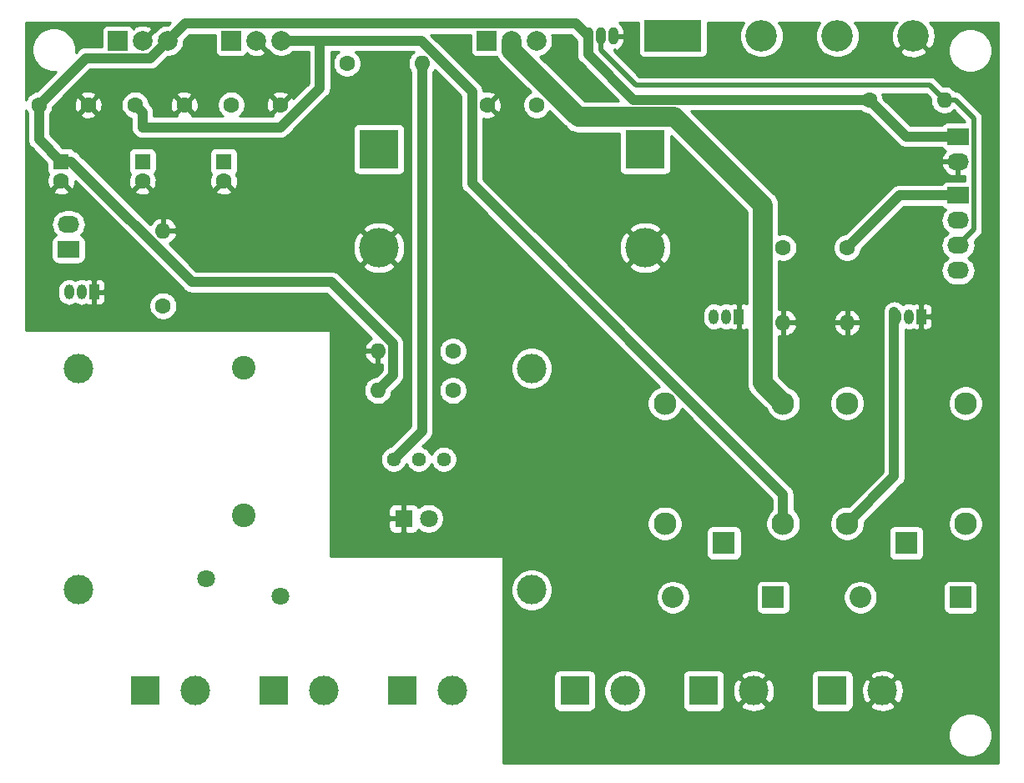
<source format=gbr>
G04 #@! TF.GenerationSoftware,KiCad,Pcbnew,(5.1.7)-1*
G04 #@! TF.CreationDate,2020-11-03T19:28:51+01:00*
G04 #@! TF.ProjectId,PSU,5053552e-6b69-4636-9164-5f7063625858,rev?*
G04 #@! TF.SameCoordinates,Original*
G04 #@! TF.FileFunction,Copper,L2,Bot*
G04 #@! TF.FilePolarity,Positive*
%FSLAX46Y46*%
G04 Gerber Fmt 4.6, Leading zero omitted, Abs format (unit mm)*
G04 Created by KiCad (PCBNEW (5.1.7)-1) date 2020-11-03 19:28:51*
%MOMM*%
%LPD*%
G01*
G04 APERTURE LIST*
G04 #@! TA.AperFunction,ComponentPad*
%ADD10O,1.000000X1.800000*%
G04 #@! TD*
G04 #@! TA.AperFunction,ComponentPad*
%ADD11O,1.600000X1.600000*%
G04 #@! TD*
G04 #@! TA.AperFunction,ComponentPad*
%ADD12C,1.600000*%
G04 #@! TD*
G04 #@! TA.AperFunction,ComponentPad*
%ADD13R,1.000000X1.500000*%
G04 #@! TD*
G04 #@! TA.AperFunction,ComponentPad*
%ADD14O,1.000000X1.500000*%
G04 #@! TD*
G04 #@! TA.AperFunction,ComponentPad*
%ADD15O,2.200000X1.700000*%
G04 #@! TD*
G04 #@! TA.AperFunction,ComponentPad*
%ADD16R,2.200000X1.700000*%
G04 #@! TD*
G04 #@! TA.AperFunction,ComponentPad*
%ADD17C,2.000000*%
G04 #@! TD*
G04 #@! TA.AperFunction,ComponentPad*
%ADD18R,2.000000X2.000000*%
G04 #@! TD*
G04 #@! TA.AperFunction,ComponentPad*
%ADD19R,1.600000X1.600000*%
G04 #@! TD*
G04 #@! TA.AperFunction,ComponentPad*
%ADD20C,1.440000*%
G04 #@! TD*
G04 #@! TA.AperFunction,ComponentPad*
%ADD21C,1.800000*%
G04 #@! TD*
G04 #@! TA.AperFunction,ComponentPad*
%ADD22C,2.300000*%
G04 #@! TD*
G04 #@! TA.AperFunction,ComponentPad*
%ADD23R,2.300000X2.300000*%
G04 #@! TD*
G04 #@! TA.AperFunction,ComponentPad*
%ADD24C,3.000000*%
G04 #@! TD*
G04 #@! TA.AperFunction,ComponentPad*
%ADD25R,3.000000X3.000000*%
G04 #@! TD*
G04 #@! TA.AperFunction,ComponentPad*
%ADD26R,1.800000X1.800000*%
G04 #@! TD*
G04 #@! TA.AperFunction,ComponentPad*
%ADD27O,2.200000X2.200000*%
G04 #@! TD*
G04 #@! TA.AperFunction,ComponentPad*
%ADD28R,2.200000X2.200000*%
G04 #@! TD*
G04 #@! TA.AperFunction,ComponentPad*
%ADD29R,3.200000X3.200000*%
G04 #@! TD*
G04 #@! TA.AperFunction,ComponentPad*
%ADD30C,3.200000*%
G04 #@! TD*
G04 #@! TA.AperFunction,ComponentPad*
%ADD31C,4.000000*%
G04 #@! TD*
G04 #@! TA.AperFunction,ComponentPad*
%ADD32R,4.000000X4.000000*%
G04 #@! TD*
G04 #@! TA.AperFunction,ComponentPad*
%ADD33C,2.400000*%
G04 #@! TD*
G04 #@! TA.AperFunction,ViaPad*
%ADD34C,0.800000*%
G04 #@! TD*
G04 #@! TA.AperFunction,Conductor*
%ADD35C,2.000000*%
G04 #@! TD*
G04 #@! TA.AperFunction,Conductor*
%ADD36C,1.000000*%
G04 #@! TD*
G04 #@! TA.AperFunction,Conductor*
%ADD37C,0.500000*%
G04 #@! TD*
G04 #@! TA.AperFunction,Conductor*
%ADD38C,0.254000*%
G04 #@! TD*
G04 #@! TA.AperFunction,Conductor*
%ADD39C,0.100000*%
G04 #@! TD*
G04 APERTURE END LIST*
D10*
X156710000Y-39000000D03*
X157980000Y-39000000D03*
X159250000Y-39000000D03*
D11*
X113600000Y-58780000D03*
D12*
X113600000Y-66400000D03*
D13*
X106600000Y-65000000D03*
D14*
X104060000Y-65000000D03*
X105330000Y-65000000D03*
D15*
X104000000Y-58130000D03*
D16*
X104000000Y-60670000D03*
D17*
X125580000Y-39500000D03*
X123040000Y-39500000D03*
D18*
X120500000Y-39500000D03*
D11*
X192870000Y-45500000D03*
D12*
X185250000Y-45500000D03*
D15*
X194250000Y-51770000D03*
D16*
X194250000Y-49230000D03*
D15*
X194250000Y-62810000D03*
X194250000Y-60270000D03*
X194250000Y-57730000D03*
D16*
X194250000Y-55190000D03*
D12*
X106000000Y-46000000D03*
X101000000Y-46000000D03*
X103250000Y-53750000D03*
D19*
X103250000Y-51750000D03*
D12*
X115750000Y-46000000D03*
X110750000Y-46000000D03*
X125500000Y-46000000D03*
X120500000Y-46000000D03*
X111500000Y-53750000D03*
D19*
X111500000Y-51750000D03*
D12*
X119750000Y-53750000D03*
D19*
X119750000Y-51750000D03*
D12*
X146500000Y-46000000D03*
X151500000Y-46000000D03*
D17*
X114080000Y-39500000D03*
X111540000Y-39500000D03*
D18*
X109000000Y-39500000D03*
D17*
X151500000Y-39500000D03*
X148960000Y-39500000D03*
D18*
X146420000Y-39500000D03*
D20*
X142080000Y-82000000D03*
X139540000Y-82000000D03*
X137000000Y-82000000D03*
D21*
X125500000Y-95900000D03*
X118000000Y-94100000D03*
D22*
X183000000Y-76300000D03*
X195000000Y-76300000D03*
X183000000Y-88500000D03*
X195000000Y-88500000D03*
D23*
X189000000Y-90500000D03*
D22*
X164500000Y-76300000D03*
X176500000Y-76300000D03*
X164500000Y-88500000D03*
X176500000Y-88500000D03*
D23*
X170500000Y-90500000D03*
D11*
X135380000Y-71000000D03*
D12*
X143000000Y-71000000D03*
D11*
X135380000Y-75000000D03*
D12*
X143000000Y-75000000D03*
D11*
X183000000Y-68120000D03*
D12*
X183000000Y-60500000D03*
D11*
X176500000Y-68120000D03*
D12*
X176500000Y-60500000D03*
D11*
X139870000Y-41800000D03*
D12*
X132250000Y-41800000D03*
D13*
X190500000Y-67500000D03*
D14*
X187960000Y-67500000D03*
X189230000Y-67500000D03*
D13*
X172000000Y-67500000D03*
D14*
X169460000Y-67500000D03*
X170730000Y-67500000D03*
D24*
X186580000Y-105500000D03*
D25*
X181500000Y-105500000D03*
D24*
X173507379Y-105500000D03*
D25*
X168427379Y-105500000D03*
D24*
X129902619Y-105500000D03*
D25*
X124822619Y-105500000D03*
D24*
X116830000Y-105500000D03*
D25*
X111750000Y-105500000D03*
D24*
X142975238Y-105500000D03*
D25*
X137895238Y-105500000D03*
D24*
X160434760Y-105500000D03*
D25*
X155354760Y-105500000D03*
D24*
X151000000Y-95250000D03*
X151000000Y-72750000D03*
X105000000Y-95250000D03*
X105000000Y-72750000D03*
D21*
X140540000Y-88000000D03*
D26*
X138000000Y-88000000D03*
D27*
X184340000Y-96000000D03*
D28*
X194500000Y-96000000D03*
D27*
X165340000Y-96000000D03*
D28*
X175500000Y-96000000D03*
D29*
X166600000Y-39000000D03*
D30*
X174300000Y-39000000D03*
X182000000Y-39000000D03*
X189700000Y-39000000D03*
D29*
X164060000Y-39000000D03*
D31*
X162500000Y-60500000D03*
D32*
X162500000Y-50500000D03*
D31*
X135500000Y-60500000D03*
D32*
X135500000Y-50500000D03*
D33*
X121800000Y-87700000D03*
X121800000Y-72700000D03*
D34*
X170000000Y-41500000D03*
X146500000Y-86500000D03*
X151000000Y-111000000D03*
X146000000Y-59000000D03*
X146000000Y-63500000D03*
X146000000Y-68500000D03*
X153000000Y-80000000D03*
X153500000Y-88500000D03*
X165000000Y-84000000D03*
X173000000Y-86000000D03*
X176000000Y-81000000D03*
X183000000Y-83000000D03*
X194000000Y-83500000D03*
X192000000Y-72500000D03*
X182000000Y-53500000D03*
X177000000Y-105500000D03*
X189500000Y-105500000D03*
X117500000Y-57500000D03*
X117500000Y-60500000D03*
X120000000Y-57500000D03*
X120000000Y-60500000D03*
X132500000Y-69000000D03*
X121500000Y-68000000D03*
X100500000Y-67500000D03*
X101000000Y-53500000D03*
X197500000Y-45000000D03*
X187000000Y-40000000D03*
X187000000Y-42500000D03*
X196500000Y-103500000D03*
X190500000Y-110500000D03*
X155000000Y-42500000D03*
X189750000Y-46250000D03*
D35*
X174449999Y-56199997D02*
X174449999Y-74249999D01*
X165500001Y-47249999D02*
X174449999Y-56199997D01*
X155719997Y-47249999D02*
X165500001Y-47249999D01*
X174449999Y-74249999D02*
X176500000Y-76300000D01*
X148960000Y-40490002D02*
X155719997Y-47249999D01*
X148960000Y-39700000D02*
X148960000Y-40490002D01*
D36*
X105749999Y-41250001D02*
X101000000Y-46000000D01*
X112329999Y-41250001D02*
X105749999Y-41250001D01*
X114080000Y-39500000D02*
X112329999Y-41250001D01*
X115830001Y-37749999D02*
X114080000Y-39500000D01*
X155459999Y-37749999D02*
X115830001Y-37749999D01*
X156710000Y-39000000D02*
X155459999Y-37749999D01*
X185249989Y-45499989D02*
X185250000Y-45500000D01*
X156710000Y-40900000D02*
X161309989Y-45499989D01*
X161309989Y-45499989D02*
X185249989Y-45499989D01*
X156710000Y-39000000D02*
X156710000Y-40900000D01*
X188980000Y-49230000D02*
X185250000Y-45500000D01*
X194250000Y-49230000D02*
X188980000Y-49230000D01*
X103250000Y-51750000D02*
X103350000Y-51750000D01*
X101000000Y-49500000D02*
X103250000Y-51750000D01*
X101000000Y-46000000D02*
X101000000Y-49500000D01*
X136930001Y-70255999D02*
X136930001Y-73449999D01*
X130674002Y-64000000D02*
X136930001Y-70255999D01*
X136930001Y-73449999D02*
X135380000Y-75000000D01*
X116525998Y-64000000D02*
X130674002Y-64000000D01*
X104275998Y-51750000D02*
X116525998Y-64000000D01*
X103250000Y-51750000D02*
X104275998Y-51750000D01*
X187769990Y-83730010D02*
X187769990Y-67000000D01*
X183000000Y-88500000D02*
X187769990Y-83730010D01*
X188310000Y-55190000D02*
X183000000Y-60500000D01*
X194250000Y-55190000D02*
X188310000Y-55190000D01*
X139870000Y-79130000D02*
X137000000Y-82000000D01*
X139870000Y-41800000D02*
X139870000Y-79130000D01*
D37*
X192870000Y-45500000D02*
X191370000Y-44000000D01*
X157980000Y-40400000D02*
X157980000Y-39000000D01*
X161580000Y-44000000D02*
X157980000Y-40400000D01*
X191370000Y-44000000D02*
X161580000Y-44000000D01*
D36*
X111500000Y-46750000D02*
X110750000Y-46000000D01*
X176500000Y-85561998D02*
X176500000Y-88500000D01*
X144949999Y-54011997D02*
X176500000Y-85561998D01*
X144949999Y-44659997D02*
X144949999Y-54011997D01*
X139790002Y-39500000D02*
X144949999Y-44659997D01*
X129500000Y-44294002D02*
X125494002Y-48300000D01*
X129500000Y-39500000D02*
X129500000Y-44294002D01*
X125494002Y-48300000D02*
X111500000Y-48300000D01*
X111500000Y-48300000D02*
X111500000Y-46750000D01*
X125580000Y-39500000D02*
X129500000Y-39500000D01*
X129500000Y-39500000D02*
X139790002Y-39500000D01*
D37*
X195850001Y-58669999D02*
X194250000Y-60270000D01*
X195850001Y-47348631D02*
X195850001Y-58669999D01*
X194001370Y-45500000D02*
X195850001Y-47348631D01*
X192870000Y-45500000D02*
X194001370Y-45500000D01*
D38*
X161821928Y-40600000D02*
X161834188Y-40724482D01*
X161870498Y-40844180D01*
X161929463Y-40954494D01*
X162008815Y-41051185D01*
X162105506Y-41130537D01*
X162215820Y-41189502D01*
X162335518Y-41225812D01*
X162460000Y-41238072D01*
X168200000Y-41238072D01*
X168324482Y-41225812D01*
X168444180Y-41189502D01*
X168554494Y-41130537D01*
X168651185Y-41051185D01*
X168730537Y-40954494D01*
X168789502Y-40844180D01*
X168825812Y-40724482D01*
X168838072Y-40600000D01*
X168838072Y-37660000D01*
X172507348Y-37660000D01*
X172319369Y-37941331D01*
X172150890Y-38348075D01*
X172065000Y-38779872D01*
X172065000Y-39220128D01*
X172150890Y-39651925D01*
X172319369Y-40058669D01*
X172563962Y-40424729D01*
X172875271Y-40736038D01*
X173241331Y-40980631D01*
X173648075Y-41149110D01*
X174079872Y-41235000D01*
X174520128Y-41235000D01*
X174951925Y-41149110D01*
X175358669Y-40980631D01*
X175724729Y-40736038D01*
X176036038Y-40424729D01*
X176280631Y-40058669D01*
X176449110Y-39651925D01*
X176535000Y-39220128D01*
X176535000Y-38779872D01*
X176449110Y-38348075D01*
X176280631Y-37941331D01*
X176092652Y-37660000D01*
X180207348Y-37660000D01*
X180019369Y-37941331D01*
X179850890Y-38348075D01*
X179765000Y-38779872D01*
X179765000Y-39220128D01*
X179850890Y-39651925D01*
X180019369Y-40058669D01*
X180263962Y-40424729D01*
X180575271Y-40736038D01*
X180941331Y-40980631D01*
X181348075Y-41149110D01*
X181779872Y-41235000D01*
X182220128Y-41235000D01*
X182651925Y-41149110D01*
X183058669Y-40980631D01*
X183424729Y-40736038D01*
X183597922Y-40562845D01*
X188316761Y-40562845D01*
X188484802Y-40888643D01*
X188876607Y-41089426D01*
X189300055Y-41209914D01*
X189738873Y-41245476D01*
X190176197Y-41194746D01*
X190595221Y-41059674D01*
X190915198Y-40888643D01*
X191083239Y-40562845D01*
X189700000Y-39179605D01*
X188316761Y-40562845D01*
X183597922Y-40562845D01*
X183736038Y-40424729D01*
X183980631Y-40058669D01*
X184149110Y-39651925D01*
X184235000Y-39220128D01*
X184235000Y-38779872D01*
X184149110Y-38348075D01*
X183980631Y-37941331D01*
X183792652Y-37660000D01*
X188053323Y-37660000D01*
X187811357Y-37784802D01*
X187610574Y-38176607D01*
X187490086Y-38600055D01*
X187454524Y-39038873D01*
X187505254Y-39476197D01*
X187640326Y-39895221D01*
X187811357Y-40215198D01*
X188137155Y-40383239D01*
X189520395Y-39000000D01*
X189506252Y-38985858D01*
X189685858Y-38806252D01*
X189700000Y-38820395D01*
X189714142Y-38806252D01*
X189893748Y-38985858D01*
X189879605Y-39000000D01*
X191262845Y-40383239D01*
X191463253Y-40279872D01*
X193265000Y-40279872D01*
X193265000Y-40720128D01*
X193350890Y-41151925D01*
X193519369Y-41558669D01*
X193763962Y-41924729D01*
X194075271Y-42236038D01*
X194441331Y-42480631D01*
X194848075Y-42649110D01*
X195279872Y-42735000D01*
X195720128Y-42735000D01*
X196151925Y-42649110D01*
X196558669Y-42480631D01*
X196924729Y-42236038D01*
X197236038Y-41924729D01*
X197480631Y-41558669D01*
X197649110Y-41151925D01*
X197735000Y-40720128D01*
X197735000Y-40279872D01*
X197649110Y-39848075D01*
X197480631Y-39441331D01*
X197236038Y-39075271D01*
X196924729Y-38763962D01*
X196558669Y-38519369D01*
X196151925Y-38350890D01*
X195720128Y-38265000D01*
X195279872Y-38265000D01*
X194848075Y-38350890D01*
X194441331Y-38519369D01*
X194075271Y-38763962D01*
X193763962Y-39075271D01*
X193519369Y-39441331D01*
X193350890Y-39848075D01*
X193265000Y-40279872D01*
X191463253Y-40279872D01*
X191588643Y-40215198D01*
X191789426Y-39823393D01*
X191909914Y-39399945D01*
X191945476Y-38961127D01*
X191894746Y-38523803D01*
X191759674Y-38104779D01*
X191588643Y-37784802D01*
X191346677Y-37660000D01*
X198340000Y-37660000D01*
X198340001Y-112840000D01*
X148127000Y-112840000D01*
X148127000Y-109779872D01*
X193265000Y-109779872D01*
X193265000Y-110220128D01*
X193350890Y-110651925D01*
X193519369Y-111058669D01*
X193763962Y-111424729D01*
X194075271Y-111736038D01*
X194441331Y-111980631D01*
X194848075Y-112149110D01*
X195279872Y-112235000D01*
X195720128Y-112235000D01*
X196151925Y-112149110D01*
X196558669Y-111980631D01*
X196924729Y-111736038D01*
X197236038Y-111424729D01*
X197480631Y-111058669D01*
X197649110Y-110651925D01*
X197735000Y-110220128D01*
X197735000Y-109779872D01*
X197649110Y-109348075D01*
X197480631Y-108941331D01*
X197236038Y-108575271D01*
X196924729Y-108263962D01*
X196558669Y-108019369D01*
X196151925Y-107850890D01*
X195720128Y-107765000D01*
X195279872Y-107765000D01*
X194848075Y-107850890D01*
X194441331Y-108019369D01*
X194075271Y-108263962D01*
X193763962Y-108575271D01*
X193519369Y-108941331D01*
X193350890Y-109348075D01*
X193265000Y-109779872D01*
X148127000Y-109779872D01*
X148127000Y-104000000D01*
X153216688Y-104000000D01*
X153216688Y-107000000D01*
X153228948Y-107124482D01*
X153265258Y-107244180D01*
X153324223Y-107354494D01*
X153403575Y-107451185D01*
X153500266Y-107530537D01*
X153610580Y-107589502D01*
X153730278Y-107625812D01*
X153854760Y-107638072D01*
X156854760Y-107638072D01*
X156979242Y-107625812D01*
X157098940Y-107589502D01*
X157209254Y-107530537D01*
X157305945Y-107451185D01*
X157385297Y-107354494D01*
X157444262Y-107244180D01*
X157480572Y-107124482D01*
X157492832Y-107000000D01*
X157492832Y-105289721D01*
X158299760Y-105289721D01*
X158299760Y-105710279D01*
X158381807Y-106122756D01*
X158542748Y-106511302D01*
X158776397Y-106860983D01*
X159073777Y-107158363D01*
X159423458Y-107392012D01*
X159812004Y-107552953D01*
X160224481Y-107635000D01*
X160645039Y-107635000D01*
X161057516Y-107552953D01*
X161446062Y-107392012D01*
X161795743Y-107158363D01*
X162093123Y-106860983D01*
X162326772Y-106511302D01*
X162487713Y-106122756D01*
X162569760Y-105710279D01*
X162569760Y-105289721D01*
X162487713Y-104877244D01*
X162326772Y-104488698D01*
X162093123Y-104139017D01*
X161954106Y-104000000D01*
X166289307Y-104000000D01*
X166289307Y-107000000D01*
X166301567Y-107124482D01*
X166337877Y-107244180D01*
X166396842Y-107354494D01*
X166476194Y-107451185D01*
X166572885Y-107530537D01*
X166683199Y-107589502D01*
X166802897Y-107625812D01*
X166927379Y-107638072D01*
X169927379Y-107638072D01*
X170051861Y-107625812D01*
X170171559Y-107589502D01*
X170281873Y-107530537D01*
X170378564Y-107451185D01*
X170457916Y-107354494D01*
X170516881Y-107244180D01*
X170553191Y-107124482D01*
X170565451Y-107000000D01*
X170565451Y-106991653D01*
X172195331Y-106991653D01*
X172351341Y-107307214D01*
X172726124Y-107498020D01*
X173130930Y-107612044D01*
X173550203Y-107644902D01*
X173967830Y-107595334D01*
X174367762Y-107465243D01*
X174663417Y-107307214D01*
X174819427Y-106991653D01*
X173507379Y-105679605D01*
X172195331Y-106991653D01*
X170565451Y-106991653D01*
X170565451Y-105542824D01*
X171362477Y-105542824D01*
X171412045Y-105960451D01*
X171542136Y-106360383D01*
X171700165Y-106656038D01*
X172015726Y-106812048D01*
X173327774Y-105500000D01*
X173686984Y-105500000D01*
X174999032Y-106812048D01*
X175314593Y-106656038D01*
X175505399Y-106281255D01*
X175619423Y-105876449D01*
X175652281Y-105457176D01*
X175602713Y-105039549D01*
X175472622Y-104639617D01*
X175314593Y-104343962D01*
X174999032Y-104187952D01*
X173686984Y-105500000D01*
X173327774Y-105500000D01*
X172015726Y-104187952D01*
X171700165Y-104343962D01*
X171509359Y-104718745D01*
X171395335Y-105123551D01*
X171362477Y-105542824D01*
X170565451Y-105542824D01*
X170565451Y-104008347D01*
X172195331Y-104008347D01*
X173507379Y-105320395D01*
X174819427Y-104008347D01*
X174815301Y-104000000D01*
X179361928Y-104000000D01*
X179361928Y-107000000D01*
X179374188Y-107124482D01*
X179410498Y-107244180D01*
X179469463Y-107354494D01*
X179548815Y-107451185D01*
X179645506Y-107530537D01*
X179755820Y-107589502D01*
X179875518Y-107625812D01*
X180000000Y-107638072D01*
X183000000Y-107638072D01*
X183124482Y-107625812D01*
X183244180Y-107589502D01*
X183354494Y-107530537D01*
X183451185Y-107451185D01*
X183530537Y-107354494D01*
X183589502Y-107244180D01*
X183625812Y-107124482D01*
X183638072Y-107000000D01*
X183638072Y-106991653D01*
X185267952Y-106991653D01*
X185423962Y-107307214D01*
X185798745Y-107498020D01*
X186203551Y-107612044D01*
X186622824Y-107644902D01*
X187040451Y-107595334D01*
X187440383Y-107465243D01*
X187736038Y-107307214D01*
X187892048Y-106991653D01*
X186580000Y-105679605D01*
X185267952Y-106991653D01*
X183638072Y-106991653D01*
X183638072Y-105542824D01*
X184435098Y-105542824D01*
X184484666Y-105960451D01*
X184614757Y-106360383D01*
X184772786Y-106656038D01*
X185088347Y-106812048D01*
X186400395Y-105500000D01*
X186759605Y-105500000D01*
X188071653Y-106812048D01*
X188387214Y-106656038D01*
X188578020Y-106281255D01*
X188692044Y-105876449D01*
X188724902Y-105457176D01*
X188675334Y-105039549D01*
X188545243Y-104639617D01*
X188387214Y-104343962D01*
X188071653Y-104187952D01*
X186759605Y-105500000D01*
X186400395Y-105500000D01*
X185088347Y-104187952D01*
X184772786Y-104343962D01*
X184581980Y-104718745D01*
X184467956Y-105123551D01*
X184435098Y-105542824D01*
X183638072Y-105542824D01*
X183638072Y-104008347D01*
X185267952Y-104008347D01*
X186580000Y-105320395D01*
X187892048Y-104008347D01*
X187736038Y-103692786D01*
X187361255Y-103501980D01*
X186956449Y-103387956D01*
X186537176Y-103355098D01*
X186119549Y-103404666D01*
X185719617Y-103534757D01*
X185423962Y-103692786D01*
X185267952Y-104008347D01*
X183638072Y-104008347D01*
X183638072Y-104000000D01*
X183625812Y-103875518D01*
X183589502Y-103755820D01*
X183530537Y-103645506D01*
X183451185Y-103548815D01*
X183354494Y-103469463D01*
X183244180Y-103410498D01*
X183124482Y-103374188D01*
X183000000Y-103361928D01*
X180000000Y-103361928D01*
X179875518Y-103374188D01*
X179755820Y-103410498D01*
X179645506Y-103469463D01*
X179548815Y-103548815D01*
X179469463Y-103645506D01*
X179410498Y-103755820D01*
X179374188Y-103875518D01*
X179361928Y-104000000D01*
X174815301Y-104000000D01*
X174663417Y-103692786D01*
X174288634Y-103501980D01*
X173883828Y-103387956D01*
X173464555Y-103355098D01*
X173046928Y-103404666D01*
X172646996Y-103534757D01*
X172351341Y-103692786D01*
X172195331Y-104008347D01*
X170565451Y-104008347D01*
X170565451Y-104000000D01*
X170553191Y-103875518D01*
X170516881Y-103755820D01*
X170457916Y-103645506D01*
X170378564Y-103548815D01*
X170281873Y-103469463D01*
X170171559Y-103410498D01*
X170051861Y-103374188D01*
X169927379Y-103361928D01*
X166927379Y-103361928D01*
X166802897Y-103374188D01*
X166683199Y-103410498D01*
X166572885Y-103469463D01*
X166476194Y-103548815D01*
X166396842Y-103645506D01*
X166337877Y-103755820D01*
X166301567Y-103875518D01*
X166289307Y-104000000D01*
X161954106Y-104000000D01*
X161795743Y-103841637D01*
X161446062Y-103607988D01*
X161057516Y-103447047D01*
X160645039Y-103365000D01*
X160224481Y-103365000D01*
X159812004Y-103447047D01*
X159423458Y-103607988D01*
X159073777Y-103841637D01*
X158776397Y-104139017D01*
X158542748Y-104488698D01*
X158381807Y-104877244D01*
X158299760Y-105289721D01*
X157492832Y-105289721D01*
X157492832Y-104000000D01*
X157480572Y-103875518D01*
X157444262Y-103755820D01*
X157385297Y-103645506D01*
X157305945Y-103548815D01*
X157209254Y-103469463D01*
X157098940Y-103410498D01*
X156979242Y-103374188D01*
X156854760Y-103361928D01*
X153854760Y-103361928D01*
X153730278Y-103374188D01*
X153610580Y-103410498D01*
X153500266Y-103469463D01*
X153403575Y-103548815D01*
X153324223Y-103645506D01*
X153265258Y-103755820D01*
X153228948Y-103875518D01*
X153216688Y-104000000D01*
X148127000Y-104000000D01*
X148127000Y-95039721D01*
X148865000Y-95039721D01*
X148865000Y-95460279D01*
X148947047Y-95872756D01*
X149107988Y-96261302D01*
X149341637Y-96610983D01*
X149639017Y-96908363D01*
X149988698Y-97142012D01*
X150377244Y-97302953D01*
X150789721Y-97385000D01*
X151210279Y-97385000D01*
X151622756Y-97302953D01*
X152011302Y-97142012D01*
X152360983Y-96908363D01*
X152658363Y-96610983D01*
X152892012Y-96261302D01*
X153052953Y-95872756D01*
X153061633Y-95829117D01*
X163605000Y-95829117D01*
X163605000Y-96170883D01*
X163671675Y-96506081D01*
X163802463Y-96821831D01*
X163992337Y-97105998D01*
X164234002Y-97347663D01*
X164518169Y-97537537D01*
X164833919Y-97668325D01*
X165169117Y-97735000D01*
X165510883Y-97735000D01*
X165846081Y-97668325D01*
X166161831Y-97537537D01*
X166445998Y-97347663D01*
X166687663Y-97105998D01*
X166877537Y-96821831D01*
X167008325Y-96506081D01*
X167075000Y-96170883D01*
X167075000Y-95829117D01*
X167008325Y-95493919D01*
X166877537Y-95178169D01*
X166691671Y-94900000D01*
X173761928Y-94900000D01*
X173761928Y-97100000D01*
X173774188Y-97224482D01*
X173810498Y-97344180D01*
X173869463Y-97454494D01*
X173948815Y-97551185D01*
X174045506Y-97630537D01*
X174155820Y-97689502D01*
X174275518Y-97725812D01*
X174400000Y-97738072D01*
X176600000Y-97738072D01*
X176724482Y-97725812D01*
X176844180Y-97689502D01*
X176954494Y-97630537D01*
X177051185Y-97551185D01*
X177130537Y-97454494D01*
X177189502Y-97344180D01*
X177225812Y-97224482D01*
X177238072Y-97100000D01*
X177238072Y-95829117D01*
X182605000Y-95829117D01*
X182605000Y-96170883D01*
X182671675Y-96506081D01*
X182802463Y-96821831D01*
X182992337Y-97105998D01*
X183234002Y-97347663D01*
X183518169Y-97537537D01*
X183833919Y-97668325D01*
X184169117Y-97735000D01*
X184510883Y-97735000D01*
X184846081Y-97668325D01*
X185161831Y-97537537D01*
X185445998Y-97347663D01*
X185687663Y-97105998D01*
X185877537Y-96821831D01*
X186008325Y-96506081D01*
X186075000Y-96170883D01*
X186075000Y-95829117D01*
X186008325Y-95493919D01*
X185877537Y-95178169D01*
X185691671Y-94900000D01*
X192761928Y-94900000D01*
X192761928Y-97100000D01*
X192774188Y-97224482D01*
X192810498Y-97344180D01*
X192869463Y-97454494D01*
X192948815Y-97551185D01*
X193045506Y-97630537D01*
X193155820Y-97689502D01*
X193275518Y-97725812D01*
X193400000Y-97738072D01*
X195600000Y-97738072D01*
X195724482Y-97725812D01*
X195844180Y-97689502D01*
X195954494Y-97630537D01*
X196051185Y-97551185D01*
X196130537Y-97454494D01*
X196189502Y-97344180D01*
X196225812Y-97224482D01*
X196238072Y-97100000D01*
X196238072Y-94900000D01*
X196225812Y-94775518D01*
X196189502Y-94655820D01*
X196130537Y-94545506D01*
X196051185Y-94448815D01*
X195954494Y-94369463D01*
X195844180Y-94310498D01*
X195724482Y-94274188D01*
X195600000Y-94261928D01*
X193400000Y-94261928D01*
X193275518Y-94274188D01*
X193155820Y-94310498D01*
X193045506Y-94369463D01*
X192948815Y-94448815D01*
X192869463Y-94545506D01*
X192810498Y-94655820D01*
X192774188Y-94775518D01*
X192761928Y-94900000D01*
X185691671Y-94900000D01*
X185687663Y-94894002D01*
X185445998Y-94652337D01*
X185161831Y-94462463D01*
X184846081Y-94331675D01*
X184510883Y-94265000D01*
X184169117Y-94265000D01*
X183833919Y-94331675D01*
X183518169Y-94462463D01*
X183234002Y-94652337D01*
X182992337Y-94894002D01*
X182802463Y-95178169D01*
X182671675Y-95493919D01*
X182605000Y-95829117D01*
X177238072Y-95829117D01*
X177238072Y-94900000D01*
X177225812Y-94775518D01*
X177189502Y-94655820D01*
X177130537Y-94545506D01*
X177051185Y-94448815D01*
X176954494Y-94369463D01*
X176844180Y-94310498D01*
X176724482Y-94274188D01*
X176600000Y-94261928D01*
X174400000Y-94261928D01*
X174275518Y-94274188D01*
X174155820Y-94310498D01*
X174045506Y-94369463D01*
X173948815Y-94448815D01*
X173869463Y-94545506D01*
X173810498Y-94655820D01*
X173774188Y-94775518D01*
X173761928Y-94900000D01*
X166691671Y-94900000D01*
X166687663Y-94894002D01*
X166445998Y-94652337D01*
X166161831Y-94462463D01*
X165846081Y-94331675D01*
X165510883Y-94265000D01*
X165169117Y-94265000D01*
X164833919Y-94331675D01*
X164518169Y-94462463D01*
X164234002Y-94652337D01*
X163992337Y-94894002D01*
X163802463Y-95178169D01*
X163671675Y-95493919D01*
X163605000Y-95829117D01*
X153061633Y-95829117D01*
X153135000Y-95460279D01*
X153135000Y-95039721D01*
X153052953Y-94627244D01*
X152892012Y-94238698D01*
X152658363Y-93889017D01*
X152360983Y-93591637D01*
X152011302Y-93357988D01*
X151622756Y-93197047D01*
X151210279Y-93115000D01*
X150789721Y-93115000D01*
X150377244Y-93197047D01*
X149988698Y-93357988D01*
X149639017Y-93591637D01*
X149341637Y-93889017D01*
X149107988Y-94238698D01*
X148947047Y-94627244D01*
X148865000Y-95039721D01*
X148127000Y-95039721D01*
X148127000Y-92000000D01*
X148124560Y-91975224D01*
X148117333Y-91951399D01*
X148105597Y-91929443D01*
X148089803Y-91910197D01*
X148070557Y-91894403D01*
X148048601Y-91882667D01*
X148024776Y-91875440D01*
X148000000Y-91873000D01*
X130627000Y-91873000D01*
X130627000Y-88900000D01*
X136461928Y-88900000D01*
X136474188Y-89024482D01*
X136510498Y-89144180D01*
X136569463Y-89254494D01*
X136648815Y-89351185D01*
X136745506Y-89430537D01*
X136855820Y-89489502D01*
X136975518Y-89525812D01*
X137100000Y-89538072D01*
X137714250Y-89535000D01*
X137873000Y-89376250D01*
X137873000Y-88127000D01*
X136623750Y-88127000D01*
X136465000Y-88285750D01*
X136461928Y-88900000D01*
X130627000Y-88900000D01*
X130627000Y-87100000D01*
X136461928Y-87100000D01*
X136465000Y-87714250D01*
X136623750Y-87873000D01*
X137873000Y-87873000D01*
X137873000Y-86623750D01*
X138127000Y-86623750D01*
X138127000Y-87873000D01*
X138147000Y-87873000D01*
X138147000Y-88127000D01*
X138127000Y-88127000D01*
X138127000Y-89376250D01*
X138285750Y-89535000D01*
X138900000Y-89538072D01*
X139024482Y-89525812D01*
X139144180Y-89489502D01*
X139254494Y-89430537D01*
X139351185Y-89351185D01*
X139430537Y-89254494D01*
X139489502Y-89144180D01*
X139495056Y-89125873D01*
X139561495Y-89192312D01*
X139812905Y-89360299D01*
X140092257Y-89476011D01*
X140388816Y-89535000D01*
X140691184Y-89535000D01*
X140987743Y-89476011D01*
X141267095Y-89360299D01*
X141518505Y-89192312D01*
X141732312Y-88978505D01*
X141900299Y-88727095D01*
X142016011Y-88447743D01*
X142040586Y-88324193D01*
X162715000Y-88324193D01*
X162715000Y-88675807D01*
X162783596Y-89020665D01*
X162918153Y-89345515D01*
X163113500Y-89637871D01*
X163362129Y-89886500D01*
X163654485Y-90081847D01*
X163979335Y-90216404D01*
X164324193Y-90285000D01*
X164675807Y-90285000D01*
X165020665Y-90216404D01*
X165345515Y-90081847D01*
X165637871Y-89886500D01*
X165886500Y-89637871D01*
X166078850Y-89350000D01*
X168711928Y-89350000D01*
X168711928Y-91650000D01*
X168724188Y-91774482D01*
X168760498Y-91894180D01*
X168819463Y-92004494D01*
X168898815Y-92101185D01*
X168995506Y-92180537D01*
X169105820Y-92239502D01*
X169225518Y-92275812D01*
X169350000Y-92288072D01*
X171650000Y-92288072D01*
X171774482Y-92275812D01*
X171894180Y-92239502D01*
X172004494Y-92180537D01*
X172101185Y-92101185D01*
X172180537Y-92004494D01*
X172239502Y-91894180D01*
X172275812Y-91774482D01*
X172288072Y-91650000D01*
X172288072Y-89350000D01*
X172275812Y-89225518D01*
X172239502Y-89105820D01*
X172180537Y-88995506D01*
X172101185Y-88898815D01*
X172004494Y-88819463D01*
X171894180Y-88760498D01*
X171774482Y-88724188D01*
X171650000Y-88711928D01*
X169350000Y-88711928D01*
X169225518Y-88724188D01*
X169105820Y-88760498D01*
X168995506Y-88819463D01*
X168898815Y-88898815D01*
X168819463Y-88995506D01*
X168760498Y-89105820D01*
X168724188Y-89225518D01*
X168711928Y-89350000D01*
X166078850Y-89350000D01*
X166081847Y-89345515D01*
X166216404Y-89020665D01*
X166285000Y-88675807D01*
X166285000Y-88324193D01*
X166216404Y-87979335D01*
X166081847Y-87654485D01*
X165886500Y-87362129D01*
X165637871Y-87113500D01*
X165345515Y-86918153D01*
X165020665Y-86783596D01*
X164675807Y-86715000D01*
X164324193Y-86715000D01*
X163979335Y-86783596D01*
X163654485Y-86918153D01*
X163362129Y-87113500D01*
X163113500Y-87362129D01*
X162918153Y-87654485D01*
X162783596Y-87979335D01*
X162715000Y-88324193D01*
X142040586Y-88324193D01*
X142075000Y-88151184D01*
X142075000Y-87848816D01*
X142016011Y-87552257D01*
X141900299Y-87272905D01*
X141732312Y-87021495D01*
X141518505Y-86807688D01*
X141267095Y-86639701D01*
X140987743Y-86523989D01*
X140691184Y-86465000D01*
X140388816Y-86465000D01*
X140092257Y-86523989D01*
X139812905Y-86639701D01*
X139561495Y-86807688D01*
X139495056Y-86874127D01*
X139489502Y-86855820D01*
X139430537Y-86745506D01*
X139351185Y-86648815D01*
X139254494Y-86569463D01*
X139144180Y-86510498D01*
X139024482Y-86474188D01*
X138900000Y-86461928D01*
X138285750Y-86465000D01*
X138127000Y-86623750D01*
X137873000Y-86623750D01*
X137714250Y-86465000D01*
X137100000Y-86461928D01*
X136975518Y-86474188D01*
X136855820Y-86510498D01*
X136745506Y-86569463D01*
X136648815Y-86648815D01*
X136569463Y-86745506D01*
X136510498Y-86855820D01*
X136474188Y-86975518D01*
X136461928Y-87100000D01*
X130627000Y-87100000D01*
X130627000Y-71349039D01*
X133988096Y-71349039D01*
X134028754Y-71483087D01*
X134148963Y-71737420D01*
X134316481Y-71963414D01*
X134524869Y-72152385D01*
X134766119Y-72297070D01*
X135030960Y-72391909D01*
X135253000Y-72270624D01*
X135253000Y-71127000D01*
X134110085Y-71127000D01*
X133988096Y-71349039D01*
X130627000Y-71349039D01*
X130627000Y-69000000D01*
X130624560Y-68975224D01*
X130617333Y-68951399D01*
X130605597Y-68929443D01*
X130589803Y-68910197D01*
X130570557Y-68894403D01*
X130548601Y-68882667D01*
X130524776Y-68875440D01*
X130500000Y-68873000D01*
X99660000Y-68873000D01*
X99660000Y-64694249D01*
X102925000Y-64694249D01*
X102925000Y-65305752D01*
X102941423Y-65472499D01*
X103006324Y-65686447D01*
X103111717Y-65883623D01*
X103253552Y-66056449D01*
X103426378Y-66198284D01*
X103623554Y-66303676D01*
X103837502Y-66368577D01*
X104060000Y-66390491D01*
X104282499Y-66368577D01*
X104496447Y-66303676D01*
X104693623Y-66198284D01*
X104695001Y-66197154D01*
X104696378Y-66198284D01*
X104893554Y-66303676D01*
X105107502Y-66368577D01*
X105330000Y-66390491D01*
X105552499Y-66368577D01*
X105766447Y-66303676D01*
X105777621Y-66297703D01*
X105855820Y-66339502D01*
X105975518Y-66375812D01*
X106100000Y-66388072D01*
X106314250Y-66385000D01*
X106473000Y-66226250D01*
X106473000Y-65127000D01*
X106727000Y-65127000D01*
X106727000Y-66226250D01*
X106885750Y-66385000D01*
X107100000Y-66388072D01*
X107224482Y-66375812D01*
X107344180Y-66339502D01*
X107454494Y-66280537D01*
X107481145Y-66258665D01*
X112165000Y-66258665D01*
X112165000Y-66541335D01*
X112220147Y-66818574D01*
X112328320Y-67079727D01*
X112485363Y-67314759D01*
X112685241Y-67514637D01*
X112920273Y-67671680D01*
X113181426Y-67779853D01*
X113458665Y-67835000D01*
X113741335Y-67835000D01*
X114018574Y-67779853D01*
X114279727Y-67671680D01*
X114514759Y-67514637D01*
X114714637Y-67314759D01*
X114871680Y-67079727D01*
X114979853Y-66818574D01*
X115035000Y-66541335D01*
X115035000Y-66258665D01*
X114979853Y-65981426D01*
X114871680Y-65720273D01*
X114714637Y-65485241D01*
X114514759Y-65285363D01*
X114279727Y-65128320D01*
X114018574Y-65020147D01*
X113741335Y-64965000D01*
X113458665Y-64965000D01*
X113181426Y-65020147D01*
X112920273Y-65128320D01*
X112685241Y-65285363D01*
X112485363Y-65485241D01*
X112328320Y-65720273D01*
X112220147Y-65981426D01*
X112165000Y-66258665D01*
X107481145Y-66258665D01*
X107551185Y-66201185D01*
X107630537Y-66104494D01*
X107689502Y-65994180D01*
X107725812Y-65874482D01*
X107738072Y-65750000D01*
X107735000Y-65285750D01*
X107576250Y-65127000D01*
X106727000Y-65127000D01*
X106473000Y-65127000D01*
X106465000Y-65127000D01*
X106465000Y-64873000D01*
X106473000Y-64873000D01*
X106473000Y-63773750D01*
X106727000Y-63773750D01*
X106727000Y-64873000D01*
X107576250Y-64873000D01*
X107735000Y-64714250D01*
X107738072Y-64250000D01*
X107725812Y-64125518D01*
X107689502Y-64005820D01*
X107630537Y-63895506D01*
X107551185Y-63798815D01*
X107454494Y-63719463D01*
X107344180Y-63660498D01*
X107224482Y-63624188D01*
X107100000Y-63611928D01*
X106885750Y-63615000D01*
X106727000Y-63773750D01*
X106473000Y-63773750D01*
X106314250Y-63615000D01*
X106100000Y-63611928D01*
X105975518Y-63624188D01*
X105855820Y-63660498D01*
X105777621Y-63702297D01*
X105766446Y-63696324D01*
X105552498Y-63631423D01*
X105330000Y-63609509D01*
X105107501Y-63631423D01*
X104893553Y-63696324D01*
X104696377Y-63801716D01*
X104695000Y-63802846D01*
X104693623Y-63801716D01*
X104496446Y-63696324D01*
X104282498Y-63631423D01*
X104060000Y-63609509D01*
X103837501Y-63631423D01*
X103623553Y-63696324D01*
X103426377Y-63801716D01*
X103253551Y-63943551D01*
X103111716Y-64116377D01*
X103006324Y-64313554D01*
X102941423Y-64527502D01*
X102925000Y-64694249D01*
X99660000Y-64694249D01*
X99660000Y-58130000D01*
X102257815Y-58130000D01*
X102286487Y-58421111D01*
X102371401Y-58701034D01*
X102509294Y-58959014D01*
X102694866Y-59185134D01*
X102724687Y-59209607D01*
X102655820Y-59230498D01*
X102545506Y-59289463D01*
X102448815Y-59368815D01*
X102369463Y-59465506D01*
X102310498Y-59575820D01*
X102274188Y-59695518D01*
X102261928Y-59820000D01*
X102261928Y-61520000D01*
X102274188Y-61644482D01*
X102310498Y-61764180D01*
X102369463Y-61874494D01*
X102448815Y-61971185D01*
X102545506Y-62050537D01*
X102655820Y-62109502D01*
X102775518Y-62145812D01*
X102900000Y-62158072D01*
X105100000Y-62158072D01*
X105224482Y-62145812D01*
X105344180Y-62109502D01*
X105454494Y-62050537D01*
X105551185Y-61971185D01*
X105630537Y-61874494D01*
X105689502Y-61764180D01*
X105725812Y-61644482D01*
X105738072Y-61520000D01*
X105738072Y-59820000D01*
X105725812Y-59695518D01*
X105689502Y-59575820D01*
X105630537Y-59465506D01*
X105551185Y-59368815D01*
X105454494Y-59289463D01*
X105344180Y-59230498D01*
X105275313Y-59209607D01*
X105305134Y-59185134D01*
X105490706Y-58959014D01*
X105628599Y-58701034D01*
X105713513Y-58421111D01*
X105742185Y-58130000D01*
X105713513Y-57838889D01*
X105628599Y-57558966D01*
X105490706Y-57300986D01*
X105305134Y-57074866D01*
X105079014Y-56889294D01*
X104821034Y-56751401D01*
X104541111Y-56666487D01*
X104322950Y-56645000D01*
X103677050Y-56645000D01*
X103458889Y-56666487D01*
X103178966Y-56751401D01*
X102920986Y-56889294D01*
X102694866Y-57074866D01*
X102509294Y-57300986D01*
X102371401Y-57558966D01*
X102286487Y-57838889D01*
X102257815Y-58130000D01*
X99660000Y-58130000D01*
X99660000Y-54742702D01*
X102436903Y-54742702D01*
X102508486Y-54986671D01*
X102763996Y-55107571D01*
X103038184Y-55176300D01*
X103320512Y-55190217D01*
X103600130Y-55148787D01*
X103866292Y-55053603D01*
X103991514Y-54986671D01*
X104063097Y-54742702D01*
X103250000Y-53929605D01*
X102436903Y-54742702D01*
X99660000Y-54742702D01*
X99660000Y-46514788D01*
X99728320Y-46679727D01*
X99865000Y-46884284D01*
X99865001Y-49444239D01*
X99859509Y-49500000D01*
X99881423Y-49722498D01*
X99946324Y-49936446D01*
X99946325Y-49936447D01*
X100051717Y-50133623D01*
X100193552Y-50306449D01*
X100236860Y-50341991D01*
X101811928Y-51917060D01*
X101811928Y-52550000D01*
X101824188Y-52674482D01*
X101860498Y-52794180D01*
X101919463Y-52904494D01*
X101998815Y-53001185D01*
X102011758Y-53011807D01*
X101892429Y-53263996D01*
X101823700Y-53538184D01*
X101809783Y-53820512D01*
X101851213Y-54100130D01*
X101946397Y-54366292D01*
X102013329Y-54491514D01*
X102257298Y-54563097D01*
X103070395Y-53750000D01*
X103056253Y-53735858D01*
X103235858Y-53556253D01*
X103250000Y-53570395D01*
X103264143Y-53556253D01*
X103443748Y-53735858D01*
X103429605Y-53750000D01*
X104242702Y-54563097D01*
X104486671Y-54491514D01*
X104607571Y-54236004D01*
X104676300Y-53961816D01*
X104685995Y-53765129D01*
X115684007Y-64763141D01*
X115719549Y-64806449D01*
X115892375Y-64948284D01*
X116089551Y-65053676D01*
X116253703Y-65103471D01*
X116303498Y-65118577D01*
X116525997Y-65140491D01*
X116581749Y-65135000D01*
X130203871Y-65135000D01*
X134770302Y-69701432D01*
X134766119Y-69702930D01*
X134524869Y-69847615D01*
X134316481Y-70036586D01*
X134148963Y-70262580D01*
X134028754Y-70516913D01*
X133988096Y-70650961D01*
X134110085Y-70873000D01*
X135253000Y-70873000D01*
X135253000Y-70853000D01*
X135507000Y-70853000D01*
X135507000Y-70873000D01*
X135527000Y-70873000D01*
X135527000Y-71127000D01*
X135507000Y-71127000D01*
X135507000Y-72270624D01*
X135729040Y-72391909D01*
X135795002Y-72368288D01*
X135795002Y-72979866D01*
X135202718Y-73572150D01*
X134961426Y-73620147D01*
X134700273Y-73728320D01*
X134465241Y-73885363D01*
X134265363Y-74085241D01*
X134108320Y-74320273D01*
X134000147Y-74581426D01*
X133945000Y-74858665D01*
X133945000Y-75141335D01*
X134000147Y-75418574D01*
X134108320Y-75679727D01*
X134265363Y-75914759D01*
X134465241Y-76114637D01*
X134700273Y-76271680D01*
X134961426Y-76379853D01*
X135238665Y-76435000D01*
X135521335Y-76435000D01*
X135798574Y-76379853D01*
X136059727Y-76271680D01*
X136294759Y-76114637D01*
X136494637Y-75914759D01*
X136651680Y-75679727D01*
X136759853Y-75418574D01*
X136807850Y-75177282D01*
X137693141Y-74291990D01*
X137736450Y-74256448D01*
X137878285Y-74083622D01*
X137983677Y-73886446D01*
X138048578Y-73672498D01*
X138065001Y-73505751D01*
X138065001Y-73505742D01*
X138070491Y-73450000D01*
X138065001Y-73394258D01*
X138065001Y-70311751D01*
X138070492Y-70255999D01*
X138048578Y-70033500D01*
X137983677Y-69819552D01*
X137878285Y-69622376D01*
X137771990Y-69492855D01*
X137771988Y-69492853D01*
X137736450Y-69449550D01*
X137693147Y-69414012D01*
X131515998Y-63236865D01*
X131480451Y-63193551D01*
X131307625Y-63051716D01*
X131110449Y-62946324D01*
X130896501Y-62881423D01*
X130729754Y-62865000D01*
X130729753Y-62865000D01*
X130674002Y-62859509D01*
X130618251Y-62865000D01*
X116996130Y-62865000D01*
X116478629Y-62347499D01*
X133832106Y-62347499D01*
X134048228Y-62714258D01*
X134508105Y-62954938D01*
X135006098Y-63101275D01*
X135523071Y-63147648D01*
X136039159Y-63092273D01*
X136534526Y-62937279D01*
X136951772Y-62714258D01*
X137167894Y-62347499D01*
X135500000Y-60679605D01*
X133832106Y-62347499D01*
X116478629Y-62347499D01*
X114654201Y-60523071D01*
X132852352Y-60523071D01*
X132907727Y-61039159D01*
X133062721Y-61534526D01*
X133285742Y-61951772D01*
X133652501Y-62167894D01*
X135320395Y-60500000D01*
X135679605Y-60500000D01*
X137347499Y-62167894D01*
X137714258Y-61951772D01*
X137954938Y-61491895D01*
X138101275Y-60993902D01*
X138147648Y-60476929D01*
X138092273Y-59960841D01*
X137937279Y-59465474D01*
X137714258Y-59048228D01*
X137347499Y-58832106D01*
X135679605Y-60500000D01*
X135320395Y-60500000D01*
X133652501Y-58832106D01*
X133285742Y-59048228D01*
X133045062Y-59508105D01*
X132898725Y-60006098D01*
X132852352Y-60523071D01*
X114654201Y-60523071D01*
X114204833Y-60073703D01*
X114337420Y-60011037D01*
X114563414Y-59843519D01*
X114752385Y-59635131D01*
X114897070Y-59393881D01*
X114991909Y-59129040D01*
X114870624Y-58907000D01*
X113727000Y-58907000D01*
X113727000Y-58927000D01*
X113473000Y-58927000D01*
X113473000Y-58907000D01*
X113453000Y-58907000D01*
X113453000Y-58653000D01*
X113473000Y-58653000D01*
X113473000Y-57510085D01*
X113727000Y-57510085D01*
X113727000Y-58653000D01*
X114870624Y-58653000D01*
X114870896Y-58652501D01*
X133832106Y-58652501D01*
X135500000Y-60320395D01*
X137167894Y-58652501D01*
X136951772Y-58285742D01*
X136491895Y-58045062D01*
X135993902Y-57898725D01*
X135476929Y-57852352D01*
X134960841Y-57907727D01*
X134465474Y-58062721D01*
X134048228Y-58285742D01*
X133832106Y-58652501D01*
X114870896Y-58652501D01*
X114991909Y-58430960D01*
X114897070Y-58166119D01*
X114752385Y-57924869D01*
X114563414Y-57716481D01*
X114337420Y-57548963D01*
X114083087Y-57428754D01*
X113949039Y-57388096D01*
X113727000Y-57510085D01*
X113473000Y-57510085D01*
X113250961Y-57388096D01*
X113116913Y-57428754D01*
X112862580Y-57548963D01*
X112636586Y-57716481D01*
X112447615Y-57924869D01*
X112302930Y-58166119D01*
X112301432Y-58170302D01*
X108873832Y-54742702D01*
X110686903Y-54742702D01*
X110758486Y-54986671D01*
X111013996Y-55107571D01*
X111288184Y-55176300D01*
X111570512Y-55190217D01*
X111850130Y-55148787D01*
X112116292Y-55053603D01*
X112241514Y-54986671D01*
X112313097Y-54742702D01*
X118936903Y-54742702D01*
X119008486Y-54986671D01*
X119263996Y-55107571D01*
X119538184Y-55176300D01*
X119820512Y-55190217D01*
X120100130Y-55148787D01*
X120366292Y-55053603D01*
X120491514Y-54986671D01*
X120563097Y-54742702D01*
X119750000Y-53929605D01*
X118936903Y-54742702D01*
X112313097Y-54742702D01*
X111500000Y-53929605D01*
X110686903Y-54742702D01*
X108873832Y-54742702D01*
X107951642Y-53820512D01*
X110059783Y-53820512D01*
X110101213Y-54100130D01*
X110196397Y-54366292D01*
X110263329Y-54491514D01*
X110507298Y-54563097D01*
X111320395Y-53750000D01*
X111306253Y-53735858D01*
X111485858Y-53556253D01*
X111500000Y-53570395D01*
X111514143Y-53556253D01*
X111693748Y-53735858D01*
X111679605Y-53750000D01*
X112492702Y-54563097D01*
X112736671Y-54491514D01*
X112857571Y-54236004D01*
X112926300Y-53961816D01*
X112933265Y-53820512D01*
X118309783Y-53820512D01*
X118351213Y-54100130D01*
X118446397Y-54366292D01*
X118513329Y-54491514D01*
X118757298Y-54563097D01*
X119570395Y-53750000D01*
X119556253Y-53735858D01*
X119735858Y-53556253D01*
X119750000Y-53570395D01*
X119764143Y-53556253D01*
X119943748Y-53735858D01*
X119929605Y-53750000D01*
X120742702Y-54563097D01*
X120986671Y-54491514D01*
X121107571Y-54236004D01*
X121176300Y-53961816D01*
X121190217Y-53679488D01*
X121148787Y-53399870D01*
X121053603Y-53133708D01*
X120988384Y-53011691D01*
X121001185Y-53001185D01*
X121080537Y-52904494D01*
X121139502Y-52794180D01*
X121175812Y-52674482D01*
X121188072Y-52550000D01*
X121188072Y-50950000D01*
X121175812Y-50825518D01*
X121139502Y-50705820D01*
X121080537Y-50595506D01*
X121001185Y-50498815D01*
X120904494Y-50419463D01*
X120794180Y-50360498D01*
X120674482Y-50324188D01*
X120550000Y-50311928D01*
X118950000Y-50311928D01*
X118825518Y-50324188D01*
X118705820Y-50360498D01*
X118595506Y-50419463D01*
X118498815Y-50498815D01*
X118419463Y-50595506D01*
X118360498Y-50705820D01*
X118324188Y-50825518D01*
X118311928Y-50950000D01*
X118311928Y-52550000D01*
X118324188Y-52674482D01*
X118360498Y-52794180D01*
X118419463Y-52904494D01*
X118498815Y-53001185D01*
X118511758Y-53011807D01*
X118392429Y-53263996D01*
X118323700Y-53538184D01*
X118309783Y-53820512D01*
X112933265Y-53820512D01*
X112940217Y-53679488D01*
X112898787Y-53399870D01*
X112803603Y-53133708D01*
X112738384Y-53011691D01*
X112751185Y-53001185D01*
X112830537Y-52904494D01*
X112889502Y-52794180D01*
X112925812Y-52674482D01*
X112938072Y-52550000D01*
X112938072Y-50950000D01*
X112925812Y-50825518D01*
X112889502Y-50705820D01*
X112830537Y-50595506D01*
X112751185Y-50498815D01*
X112654494Y-50419463D01*
X112544180Y-50360498D01*
X112424482Y-50324188D01*
X112300000Y-50311928D01*
X110700000Y-50311928D01*
X110575518Y-50324188D01*
X110455820Y-50360498D01*
X110345506Y-50419463D01*
X110248815Y-50498815D01*
X110169463Y-50595506D01*
X110110498Y-50705820D01*
X110074188Y-50825518D01*
X110061928Y-50950000D01*
X110061928Y-52550000D01*
X110074188Y-52674482D01*
X110110498Y-52794180D01*
X110169463Y-52904494D01*
X110248815Y-53001185D01*
X110261758Y-53011807D01*
X110142429Y-53263996D01*
X110073700Y-53538184D01*
X110059783Y-53820512D01*
X107951642Y-53820512D01*
X105117994Y-50986865D01*
X105082447Y-50943551D01*
X104909621Y-50801716D01*
X104712445Y-50696324D01*
X104619328Y-50668077D01*
X104580537Y-50595506D01*
X104501185Y-50498815D01*
X104404494Y-50419463D01*
X104294180Y-50360498D01*
X104174482Y-50324188D01*
X104050000Y-50311928D01*
X103417060Y-50311928D01*
X102135000Y-49029869D01*
X102135000Y-46992702D01*
X105186903Y-46992702D01*
X105258486Y-47236671D01*
X105513996Y-47357571D01*
X105788184Y-47426300D01*
X106070512Y-47440217D01*
X106350130Y-47398787D01*
X106616292Y-47303603D01*
X106741514Y-47236671D01*
X106813097Y-46992702D01*
X106000000Y-46179605D01*
X105186903Y-46992702D01*
X102135000Y-46992702D01*
X102135000Y-46884284D01*
X102271680Y-46679727D01*
X102379853Y-46418574D01*
X102427850Y-46177281D01*
X102534619Y-46070512D01*
X104559783Y-46070512D01*
X104601213Y-46350130D01*
X104696397Y-46616292D01*
X104763329Y-46741514D01*
X105007298Y-46813097D01*
X105820395Y-46000000D01*
X106179605Y-46000000D01*
X106992702Y-46813097D01*
X107236671Y-46741514D01*
X107357571Y-46486004D01*
X107426300Y-46211816D01*
X107440217Y-45929488D01*
X107398787Y-45649870D01*
X107303603Y-45383708D01*
X107236671Y-45258486D01*
X106992702Y-45186903D01*
X106179605Y-46000000D01*
X105820395Y-46000000D01*
X105007298Y-45186903D01*
X104763329Y-45258486D01*
X104642429Y-45513996D01*
X104573700Y-45788184D01*
X104559783Y-46070512D01*
X102534619Y-46070512D01*
X103597833Y-45007298D01*
X105186903Y-45007298D01*
X106000000Y-45820395D01*
X106813097Y-45007298D01*
X106741514Y-44763329D01*
X106486004Y-44642429D01*
X106211816Y-44573700D01*
X105929488Y-44559783D01*
X105649870Y-44601213D01*
X105383708Y-44696397D01*
X105258486Y-44763329D01*
X105186903Y-45007298D01*
X103597833Y-45007298D01*
X106220131Y-42385001D01*
X112274248Y-42385001D01*
X112329999Y-42390492D01*
X112385750Y-42385001D01*
X112385751Y-42385001D01*
X112552498Y-42368578D01*
X112766446Y-42303677D01*
X112963622Y-42198285D01*
X113136448Y-42056450D01*
X113171995Y-42013136D01*
X114050132Y-41135000D01*
X114241033Y-41135000D01*
X114556912Y-41072168D01*
X114854463Y-40948918D01*
X115122252Y-40769987D01*
X115349987Y-40542252D01*
X115528918Y-40274463D01*
X115652168Y-39976912D01*
X115715000Y-39661033D01*
X115715000Y-39470131D01*
X116300133Y-38884999D01*
X118861928Y-38884999D01*
X118861928Y-40500000D01*
X118874188Y-40624482D01*
X118910498Y-40744180D01*
X118969463Y-40854494D01*
X119048815Y-40951185D01*
X119145506Y-41030537D01*
X119255820Y-41089502D01*
X119375518Y-41125812D01*
X119500000Y-41138072D01*
X121500000Y-41138072D01*
X121624482Y-41125812D01*
X121744180Y-41089502D01*
X121854494Y-41030537D01*
X121951185Y-40951185D01*
X122030537Y-40854494D01*
X122089502Y-40744180D01*
X122105037Y-40692967D01*
X122179956Y-40899814D01*
X122469571Y-41040704D01*
X122781108Y-41122384D01*
X123102595Y-41141718D01*
X123421675Y-41097961D01*
X123726088Y-40992795D01*
X123900044Y-40899814D01*
X123995808Y-40635413D01*
X123040000Y-39679605D01*
X123025858Y-39693748D01*
X122846253Y-39514143D01*
X122860395Y-39500000D01*
X122846253Y-39485858D01*
X123025858Y-39306253D01*
X123040000Y-39320395D01*
X123054143Y-39306253D01*
X123233748Y-39485858D01*
X123219605Y-39500000D01*
X124175413Y-40455808D01*
X124237280Y-40433400D01*
X124310013Y-40542252D01*
X124537748Y-40769987D01*
X124805537Y-40948918D01*
X125103088Y-41072168D01*
X125418967Y-41135000D01*
X125741033Y-41135000D01*
X126056912Y-41072168D01*
X126354463Y-40948918D01*
X126622252Y-40769987D01*
X126757239Y-40635000D01*
X128365000Y-40635000D01*
X128365001Y-43823868D01*
X126804014Y-45384856D01*
X126803603Y-45383708D01*
X126736671Y-45258486D01*
X126492702Y-45186903D01*
X125679605Y-46000000D01*
X125693748Y-46014143D01*
X125514143Y-46193748D01*
X125500000Y-46179605D01*
X124686903Y-46992702D01*
X124737457Y-47165000D01*
X121339385Y-47165000D01*
X121414759Y-47114637D01*
X121614637Y-46914759D01*
X121771680Y-46679727D01*
X121879853Y-46418574D01*
X121935000Y-46141335D01*
X121935000Y-46070512D01*
X124059783Y-46070512D01*
X124101213Y-46350130D01*
X124196397Y-46616292D01*
X124263329Y-46741514D01*
X124507298Y-46813097D01*
X125320395Y-46000000D01*
X124507298Y-45186903D01*
X124263329Y-45258486D01*
X124142429Y-45513996D01*
X124073700Y-45788184D01*
X124059783Y-46070512D01*
X121935000Y-46070512D01*
X121935000Y-45858665D01*
X121879853Y-45581426D01*
X121771680Y-45320273D01*
X121614637Y-45085241D01*
X121536694Y-45007298D01*
X124686903Y-45007298D01*
X125500000Y-45820395D01*
X126313097Y-45007298D01*
X126241514Y-44763329D01*
X125986004Y-44642429D01*
X125711816Y-44573700D01*
X125429488Y-44559783D01*
X125149870Y-44601213D01*
X124883708Y-44696397D01*
X124758486Y-44763329D01*
X124686903Y-45007298D01*
X121536694Y-45007298D01*
X121414759Y-44885363D01*
X121179727Y-44728320D01*
X120918574Y-44620147D01*
X120641335Y-44565000D01*
X120358665Y-44565000D01*
X120081426Y-44620147D01*
X119820273Y-44728320D01*
X119585241Y-44885363D01*
X119385363Y-45085241D01*
X119228320Y-45320273D01*
X119120147Y-45581426D01*
X119065000Y-45858665D01*
X119065000Y-46141335D01*
X119120147Y-46418574D01*
X119228320Y-46679727D01*
X119385363Y-46914759D01*
X119585241Y-47114637D01*
X119660615Y-47165000D01*
X116512543Y-47165000D01*
X116563097Y-46992702D01*
X115750000Y-46179605D01*
X114936903Y-46992702D01*
X114987457Y-47165000D01*
X112635000Y-47165000D01*
X112635000Y-46805743D01*
X112640490Y-46749999D01*
X112635000Y-46694255D01*
X112635000Y-46694248D01*
X112618577Y-46527501D01*
X112553676Y-46313553D01*
X112448284Y-46116377D01*
X112410644Y-46070512D01*
X114309783Y-46070512D01*
X114351213Y-46350130D01*
X114446397Y-46616292D01*
X114513329Y-46741514D01*
X114757298Y-46813097D01*
X115570395Y-46000000D01*
X115929605Y-46000000D01*
X116742702Y-46813097D01*
X116986671Y-46741514D01*
X117107571Y-46486004D01*
X117176300Y-46211816D01*
X117190217Y-45929488D01*
X117148787Y-45649870D01*
X117053603Y-45383708D01*
X116986671Y-45258486D01*
X116742702Y-45186903D01*
X115929605Y-46000000D01*
X115570395Y-46000000D01*
X114757298Y-45186903D01*
X114513329Y-45258486D01*
X114392429Y-45513996D01*
X114323700Y-45788184D01*
X114309783Y-46070512D01*
X112410644Y-46070512D01*
X112306449Y-45943551D01*
X112263135Y-45908004D01*
X112177850Y-45822719D01*
X112129853Y-45581426D01*
X112021680Y-45320273D01*
X111864637Y-45085241D01*
X111786694Y-45007298D01*
X114936903Y-45007298D01*
X115750000Y-45820395D01*
X116563097Y-45007298D01*
X116491514Y-44763329D01*
X116236004Y-44642429D01*
X115961816Y-44573700D01*
X115679488Y-44559783D01*
X115399870Y-44601213D01*
X115133708Y-44696397D01*
X115008486Y-44763329D01*
X114936903Y-45007298D01*
X111786694Y-45007298D01*
X111664759Y-44885363D01*
X111429727Y-44728320D01*
X111168574Y-44620147D01*
X110891335Y-44565000D01*
X110608665Y-44565000D01*
X110331426Y-44620147D01*
X110070273Y-44728320D01*
X109835241Y-44885363D01*
X109635363Y-45085241D01*
X109478320Y-45320273D01*
X109370147Y-45581426D01*
X109315000Y-45858665D01*
X109315000Y-46141335D01*
X109370147Y-46418574D01*
X109478320Y-46679727D01*
X109635363Y-46914759D01*
X109835241Y-47114637D01*
X110070273Y-47271680D01*
X110331426Y-47379853D01*
X110365000Y-47386531D01*
X110365000Y-48244248D01*
X110359509Y-48300000D01*
X110381423Y-48522499D01*
X110446324Y-48736447D01*
X110463110Y-48767851D01*
X110551716Y-48933623D01*
X110693551Y-49106449D01*
X110866377Y-49248284D01*
X111063553Y-49353676D01*
X111277501Y-49418577D01*
X111500000Y-49440491D01*
X111555751Y-49435000D01*
X125438251Y-49435000D01*
X125494002Y-49440491D01*
X125549753Y-49435000D01*
X125549754Y-49435000D01*
X125716501Y-49418577D01*
X125930449Y-49353676D01*
X126127625Y-49248284D01*
X126300451Y-49106449D01*
X126335998Y-49063135D01*
X126899133Y-48500000D01*
X132861928Y-48500000D01*
X132861928Y-52500000D01*
X132874188Y-52624482D01*
X132910498Y-52744180D01*
X132969463Y-52854494D01*
X133048815Y-52951185D01*
X133145506Y-53030537D01*
X133255820Y-53089502D01*
X133375518Y-53125812D01*
X133500000Y-53138072D01*
X137500000Y-53138072D01*
X137624482Y-53125812D01*
X137744180Y-53089502D01*
X137854494Y-53030537D01*
X137951185Y-52951185D01*
X138030537Y-52854494D01*
X138089502Y-52744180D01*
X138125812Y-52624482D01*
X138138072Y-52500000D01*
X138138072Y-48500000D01*
X138125812Y-48375518D01*
X138089502Y-48255820D01*
X138030537Y-48145506D01*
X137951185Y-48048815D01*
X137854494Y-47969463D01*
X137744180Y-47910498D01*
X137624482Y-47874188D01*
X137500000Y-47861928D01*
X133500000Y-47861928D01*
X133375518Y-47874188D01*
X133255820Y-47910498D01*
X133145506Y-47969463D01*
X133048815Y-48048815D01*
X132969463Y-48145506D01*
X132910498Y-48255820D01*
X132874188Y-48375518D01*
X132861928Y-48500000D01*
X126899133Y-48500000D01*
X130263146Y-45135989D01*
X130306449Y-45100451D01*
X130384013Y-45005940D01*
X130448284Y-44927625D01*
X130553676Y-44730449D01*
X130618577Y-44516501D01*
X130640491Y-44294002D01*
X130635000Y-44238250D01*
X130635000Y-40635000D01*
X131410615Y-40635000D01*
X131335241Y-40685363D01*
X131135363Y-40885241D01*
X130978320Y-41120273D01*
X130870147Y-41381426D01*
X130815000Y-41658665D01*
X130815000Y-41941335D01*
X130870147Y-42218574D01*
X130978320Y-42479727D01*
X131135363Y-42714759D01*
X131335241Y-42914637D01*
X131570273Y-43071680D01*
X131831426Y-43179853D01*
X132108665Y-43235000D01*
X132391335Y-43235000D01*
X132668574Y-43179853D01*
X132929727Y-43071680D01*
X133164759Y-42914637D01*
X133364637Y-42714759D01*
X133521680Y-42479727D01*
X133629853Y-42218574D01*
X133685000Y-41941335D01*
X133685000Y-41658665D01*
X133629853Y-41381426D01*
X133521680Y-41120273D01*
X133364637Y-40885241D01*
X133164759Y-40685363D01*
X133089385Y-40635000D01*
X139030615Y-40635000D01*
X138955241Y-40685363D01*
X138755363Y-40885241D01*
X138598320Y-41120273D01*
X138490147Y-41381426D01*
X138435000Y-41658665D01*
X138435000Y-41941335D01*
X138490147Y-42218574D01*
X138598320Y-42479727D01*
X138735000Y-42684284D01*
X138735001Y-78659867D01*
X136720898Y-80673971D01*
X136604761Y-80697072D01*
X136358167Y-80799215D01*
X136136238Y-80947503D01*
X135947503Y-81136238D01*
X135799215Y-81358167D01*
X135697072Y-81604761D01*
X135645000Y-81866544D01*
X135645000Y-82133456D01*
X135697072Y-82395239D01*
X135799215Y-82641833D01*
X135947503Y-82863762D01*
X136136238Y-83052497D01*
X136358167Y-83200785D01*
X136604761Y-83302928D01*
X136866544Y-83355000D01*
X137133456Y-83355000D01*
X137395239Y-83302928D01*
X137641833Y-83200785D01*
X137863762Y-83052497D01*
X138052497Y-82863762D01*
X138200785Y-82641833D01*
X138270000Y-82474734D01*
X138339215Y-82641833D01*
X138487503Y-82863762D01*
X138676238Y-83052497D01*
X138898167Y-83200785D01*
X139144761Y-83302928D01*
X139406544Y-83355000D01*
X139673456Y-83355000D01*
X139935239Y-83302928D01*
X140181833Y-83200785D01*
X140403762Y-83052497D01*
X140592497Y-82863762D01*
X140740785Y-82641833D01*
X140810000Y-82474734D01*
X140879215Y-82641833D01*
X141027503Y-82863762D01*
X141216238Y-83052497D01*
X141438167Y-83200785D01*
X141684761Y-83302928D01*
X141946544Y-83355000D01*
X142213456Y-83355000D01*
X142475239Y-83302928D01*
X142721833Y-83200785D01*
X142943762Y-83052497D01*
X143132497Y-82863762D01*
X143280785Y-82641833D01*
X143382928Y-82395239D01*
X143435000Y-82133456D01*
X143435000Y-81866544D01*
X143382928Y-81604761D01*
X143280785Y-81358167D01*
X143132497Y-81136238D01*
X142943762Y-80947503D01*
X142721833Y-80799215D01*
X142475239Y-80697072D01*
X142213456Y-80645000D01*
X141946544Y-80645000D01*
X141684761Y-80697072D01*
X141438167Y-80799215D01*
X141216238Y-80947503D01*
X141027503Y-81136238D01*
X140879215Y-81358167D01*
X140810000Y-81525266D01*
X140740785Y-81358167D01*
X140592497Y-81136238D01*
X140403762Y-80947503D01*
X140181833Y-80799215D01*
X139935239Y-80697072D01*
X139912569Y-80692563D01*
X140633141Y-79971991D01*
X140676449Y-79936449D01*
X140818284Y-79763623D01*
X140923676Y-79566447D01*
X140988577Y-79352499D01*
X141005000Y-79185752D01*
X141010491Y-79130000D01*
X141005000Y-79074249D01*
X141005000Y-74858665D01*
X141565000Y-74858665D01*
X141565000Y-75141335D01*
X141620147Y-75418574D01*
X141728320Y-75679727D01*
X141885363Y-75914759D01*
X142085241Y-76114637D01*
X142320273Y-76271680D01*
X142581426Y-76379853D01*
X142858665Y-76435000D01*
X143141335Y-76435000D01*
X143418574Y-76379853D01*
X143679727Y-76271680D01*
X143914759Y-76114637D01*
X144114637Y-75914759D01*
X144271680Y-75679727D01*
X144379853Y-75418574D01*
X144435000Y-75141335D01*
X144435000Y-74858665D01*
X144379853Y-74581426D01*
X144271680Y-74320273D01*
X144114637Y-74085241D01*
X143914759Y-73885363D01*
X143679727Y-73728320D01*
X143418574Y-73620147D01*
X143141335Y-73565000D01*
X142858665Y-73565000D01*
X142581426Y-73620147D01*
X142320273Y-73728320D01*
X142085241Y-73885363D01*
X141885363Y-74085241D01*
X141728320Y-74320273D01*
X141620147Y-74581426D01*
X141565000Y-74858665D01*
X141005000Y-74858665D01*
X141005000Y-72539721D01*
X148865000Y-72539721D01*
X148865000Y-72960279D01*
X148947047Y-73372756D01*
X149107988Y-73761302D01*
X149341637Y-74110983D01*
X149639017Y-74408363D01*
X149988698Y-74642012D01*
X150377244Y-74802953D01*
X150789721Y-74885000D01*
X151210279Y-74885000D01*
X151622756Y-74802953D01*
X152011302Y-74642012D01*
X152360983Y-74408363D01*
X152658363Y-74110983D01*
X152892012Y-73761302D01*
X153052953Y-73372756D01*
X153135000Y-72960279D01*
X153135000Y-72539721D01*
X153052953Y-72127244D01*
X152892012Y-71738698D01*
X152658363Y-71389017D01*
X152360983Y-71091637D01*
X152011302Y-70857988D01*
X151622756Y-70697047D01*
X151210279Y-70615000D01*
X150789721Y-70615000D01*
X150377244Y-70697047D01*
X149988698Y-70857988D01*
X149639017Y-71091637D01*
X149341637Y-71389017D01*
X149107988Y-71738698D01*
X148947047Y-72127244D01*
X148865000Y-72539721D01*
X141005000Y-72539721D01*
X141005000Y-70858665D01*
X141565000Y-70858665D01*
X141565000Y-71141335D01*
X141620147Y-71418574D01*
X141728320Y-71679727D01*
X141885363Y-71914759D01*
X142085241Y-72114637D01*
X142320273Y-72271680D01*
X142581426Y-72379853D01*
X142858665Y-72435000D01*
X143141335Y-72435000D01*
X143418574Y-72379853D01*
X143679727Y-72271680D01*
X143914759Y-72114637D01*
X144114637Y-71914759D01*
X144271680Y-71679727D01*
X144379853Y-71418574D01*
X144435000Y-71141335D01*
X144435000Y-70858665D01*
X144379853Y-70581426D01*
X144271680Y-70320273D01*
X144114637Y-70085241D01*
X143914759Y-69885363D01*
X143679727Y-69728320D01*
X143418574Y-69620147D01*
X143141335Y-69565000D01*
X142858665Y-69565000D01*
X142581426Y-69620147D01*
X142320273Y-69728320D01*
X142085241Y-69885363D01*
X141885363Y-70085241D01*
X141728320Y-70320273D01*
X141620147Y-70581426D01*
X141565000Y-70858665D01*
X141005000Y-70858665D01*
X141005000Y-42684284D01*
X141141680Y-42479727D01*
X141148392Y-42463522D01*
X143814999Y-45130129D01*
X143815000Y-53956236D01*
X143809508Y-54011997D01*
X143831422Y-54234495D01*
X143896323Y-54448443D01*
X143896324Y-54448444D01*
X144001716Y-54645620D01*
X144143551Y-54818446D01*
X144186859Y-54853988D01*
X163934880Y-74602010D01*
X163654485Y-74718153D01*
X163362129Y-74913500D01*
X163113500Y-75162129D01*
X162918153Y-75454485D01*
X162783596Y-75779335D01*
X162715000Y-76124193D01*
X162715000Y-76475807D01*
X162783596Y-76820665D01*
X162918153Y-77145515D01*
X163113500Y-77437871D01*
X163362129Y-77686500D01*
X163654485Y-77881847D01*
X163979335Y-78016404D01*
X164324193Y-78085000D01*
X164675807Y-78085000D01*
X165020665Y-78016404D01*
X165345515Y-77881847D01*
X165637871Y-77686500D01*
X165886500Y-77437871D01*
X166081847Y-77145515D01*
X166197990Y-76865120D01*
X175365000Y-86032130D01*
X175365001Y-87111581D01*
X175362129Y-87113500D01*
X175113500Y-87362129D01*
X174918153Y-87654485D01*
X174783596Y-87979335D01*
X174715000Y-88324193D01*
X174715000Y-88675807D01*
X174783596Y-89020665D01*
X174918153Y-89345515D01*
X175113500Y-89637871D01*
X175362129Y-89886500D01*
X175654485Y-90081847D01*
X175979335Y-90216404D01*
X176324193Y-90285000D01*
X176675807Y-90285000D01*
X177020665Y-90216404D01*
X177345515Y-90081847D01*
X177637871Y-89886500D01*
X177886500Y-89637871D01*
X178081847Y-89345515D01*
X178216404Y-89020665D01*
X178285000Y-88675807D01*
X178285000Y-88324193D01*
X181215000Y-88324193D01*
X181215000Y-88675807D01*
X181283596Y-89020665D01*
X181418153Y-89345515D01*
X181613500Y-89637871D01*
X181862129Y-89886500D01*
X182154485Y-90081847D01*
X182479335Y-90216404D01*
X182824193Y-90285000D01*
X183175807Y-90285000D01*
X183520665Y-90216404D01*
X183845515Y-90081847D01*
X184137871Y-89886500D01*
X184386500Y-89637871D01*
X184578850Y-89350000D01*
X187211928Y-89350000D01*
X187211928Y-91650000D01*
X187224188Y-91774482D01*
X187260498Y-91894180D01*
X187319463Y-92004494D01*
X187398815Y-92101185D01*
X187495506Y-92180537D01*
X187605820Y-92239502D01*
X187725518Y-92275812D01*
X187850000Y-92288072D01*
X190150000Y-92288072D01*
X190274482Y-92275812D01*
X190394180Y-92239502D01*
X190504494Y-92180537D01*
X190601185Y-92101185D01*
X190680537Y-92004494D01*
X190739502Y-91894180D01*
X190775812Y-91774482D01*
X190788072Y-91650000D01*
X190788072Y-89350000D01*
X190775812Y-89225518D01*
X190739502Y-89105820D01*
X190680537Y-88995506D01*
X190601185Y-88898815D01*
X190504494Y-88819463D01*
X190394180Y-88760498D01*
X190274482Y-88724188D01*
X190150000Y-88711928D01*
X187850000Y-88711928D01*
X187725518Y-88724188D01*
X187605820Y-88760498D01*
X187495506Y-88819463D01*
X187398815Y-88898815D01*
X187319463Y-88995506D01*
X187260498Y-89105820D01*
X187224188Y-89225518D01*
X187211928Y-89350000D01*
X184578850Y-89350000D01*
X184581847Y-89345515D01*
X184716404Y-89020665D01*
X184785000Y-88675807D01*
X184785000Y-88324193D01*
X193215000Y-88324193D01*
X193215000Y-88675807D01*
X193283596Y-89020665D01*
X193418153Y-89345515D01*
X193613500Y-89637871D01*
X193862129Y-89886500D01*
X194154485Y-90081847D01*
X194479335Y-90216404D01*
X194824193Y-90285000D01*
X195175807Y-90285000D01*
X195520665Y-90216404D01*
X195845515Y-90081847D01*
X196137871Y-89886500D01*
X196386500Y-89637871D01*
X196581847Y-89345515D01*
X196716404Y-89020665D01*
X196785000Y-88675807D01*
X196785000Y-88324193D01*
X196716404Y-87979335D01*
X196581847Y-87654485D01*
X196386500Y-87362129D01*
X196137871Y-87113500D01*
X195845515Y-86918153D01*
X195520665Y-86783596D01*
X195175807Y-86715000D01*
X194824193Y-86715000D01*
X194479335Y-86783596D01*
X194154485Y-86918153D01*
X193862129Y-87113500D01*
X193613500Y-87362129D01*
X193418153Y-87654485D01*
X193283596Y-87979335D01*
X193215000Y-88324193D01*
X184785000Y-88324193D01*
X184784326Y-88320805D01*
X188533136Y-84571997D01*
X188576439Y-84536459D01*
X188718274Y-84363633D01*
X188823666Y-84166457D01*
X188888567Y-83952509D01*
X188904990Y-83785762D01*
X188904990Y-83785761D01*
X188910481Y-83730010D01*
X188904990Y-83674258D01*
X188904990Y-76124193D01*
X193215000Y-76124193D01*
X193215000Y-76475807D01*
X193283596Y-76820665D01*
X193418153Y-77145515D01*
X193613500Y-77437871D01*
X193862129Y-77686500D01*
X194154485Y-77881847D01*
X194479335Y-78016404D01*
X194824193Y-78085000D01*
X195175807Y-78085000D01*
X195520665Y-78016404D01*
X195845515Y-77881847D01*
X196137871Y-77686500D01*
X196386500Y-77437871D01*
X196581847Y-77145515D01*
X196716404Y-76820665D01*
X196785000Y-76475807D01*
X196785000Y-76124193D01*
X196716404Y-75779335D01*
X196581847Y-75454485D01*
X196386500Y-75162129D01*
X196137871Y-74913500D01*
X195845515Y-74718153D01*
X195520665Y-74583596D01*
X195175807Y-74515000D01*
X194824193Y-74515000D01*
X194479335Y-74583596D01*
X194154485Y-74718153D01*
X193862129Y-74913500D01*
X193613500Y-75162129D01*
X193418153Y-75454485D01*
X193283596Y-75779335D01*
X193215000Y-76124193D01*
X188904990Y-76124193D01*
X188904990Y-68837480D01*
X189007502Y-68868577D01*
X189230000Y-68890491D01*
X189452499Y-68868577D01*
X189666447Y-68803676D01*
X189677621Y-68797703D01*
X189755820Y-68839502D01*
X189875518Y-68875812D01*
X190000000Y-68888072D01*
X190214250Y-68885000D01*
X190373000Y-68726250D01*
X190373000Y-67627000D01*
X190627000Y-67627000D01*
X190627000Y-68726250D01*
X190785750Y-68885000D01*
X191000000Y-68888072D01*
X191124482Y-68875812D01*
X191244180Y-68839502D01*
X191354494Y-68780537D01*
X191451185Y-68701185D01*
X191530537Y-68604494D01*
X191589502Y-68494180D01*
X191625812Y-68374482D01*
X191638072Y-68250000D01*
X191635000Y-67785750D01*
X191476250Y-67627000D01*
X190627000Y-67627000D01*
X190373000Y-67627000D01*
X190365000Y-67627000D01*
X190365000Y-67373000D01*
X190373000Y-67373000D01*
X190373000Y-66273750D01*
X190627000Y-66273750D01*
X190627000Y-67373000D01*
X191476250Y-67373000D01*
X191635000Y-67214250D01*
X191638072Y-66750000D01*
X191625812Y-66625518D01*
X191589502Y-66505820D01*
X191530537Y-66395506D01*
X191451185Y-66298815D01*
X191354494Y-66219463D01*
X191244180Y-66160498D01*
X191124482Y-66124188D01*
X191000000Y-66111928D01*
X190785750Y-66115000D01*
X190627000Y-66273750D01*
X190373000Y-66273750D01*
X190214250Y-66115000D01*
X190000000Y-66111928D01*
X189875518Y-66124188D01*
X189755820Y-66160498D01*
X189677621Y-66202297D01*
X189666446Y-66196324D01*
X189452498Y-66131423D01*
X189230000Y-66109509D01*
X189007501Y-66131423D01*
X188793553Y-66196324D01*
X188644221Y-66276143D01*
X188576439Y-66193551D01*
X188403613Y-66051716D01*
X188206437Y-65946324D01*
X187992489Y-65881423D01*
X187769990Y-65859509D01*
X187547492Y-65881423D01*
X187333544Y-65946324D01*
X187136368Y-66051716D01*
X186963542Y-66193551D01*
X186821707Y-66366377D01*
X186716315Y-66563553D01*
X186651414Y-66777501D01*
X186634991Y-66944248D01*
X186634990Y-83259877D01*
X183179195Y-86715674D01*
X183175807Y-86715000D01*
X182824193Y-86715000D01*
X182479335Y-86783596D01*
X182154485Y-86918153D01*
X181862129Y-87113500D01*
X181613500Y-87362129D01*
X181418153Y-87654485D01*
X181283596Y-87979335D01*
X181215000Y-88324193D01*
X178285000Y-88324193D01*
X178216404Y-87979335D01*
X178081847Y-87654485D01*
X177886500Y-87362129D01*
X177637871Y-87113500D01*
X177635000Y-87111582D01*
X177635000Y-85617739D01*
X177640490Y-85561997D01*
X177635000Y-85506255D01*
X177635000Y-85506246D01*
X177618577Y-85339499D01*
X177553676Y-85125551D01*
X177448284Y-84928375D01*
X177306449Y-84755549D01*
X177263141Y-84720007D01*
X159737383Y-67194249D01*
X168325000Y-67194249D01*
X168325000Y-67805752D01*
X168341423Y-67972499D01*
X168406324Y-68186447D01*
X168511717Y-68383623D01*
X168653552Y-68556449D01*
X168826378Y-68698284D01*
X169023554Y-68803676D01*
X169237502Y-68868577D01*
X169460000Y-68890491D01*
X169682499Y-68868577D01*
X169896447Y-68803676D01*
X170093623Y-68698284D01*
X170095001Y-68697154D01*
X170096378Y-68698284D01*
X170293554Y-68803676D01*
X170507502Y-68868577D01*
X170730000Y-68890491D01*
X170952499Y-68868577D01*
X171166447Y-68803676D01*
X171177621Y-68797703D01*
X171255820Y-68839502D01*
X171375518Y-68875812D01*
X171500000Y-68888072D01*
X171714250Y-68885000D01*
X171873000Y-68726250D01*
X171873000Y-67627000D01*
X171865000Y-67627000D01*
X171865000Y-67373000D01*
X171873000Y-67373000D01*
X171873000Y-66273750D01*
X171714250Y-66115000D01*
X171500000Y-66111928D01*
X171375518Y-66124188D01*
X171255820Y-66160498D01*
X171177621Y-66202297D01*
X171166446Y-66196324D01*
X170952498Y-66131423D01*
X170730000Y-66109509D01*
X170507501Y-66131423D01*
X170293553Y-66196324D01*
X170096377Y-66301716D01*
X170095000Y-66302846D01*
X170093623Y-66301716D01*
X169896446Y-66196324D01*
X169682498Y-66131423D01*
X169460000Y-66109509D01*
X169237501Y-66131423D01*
X169023553Y-66196324D01*
X168826377Y-66301716D01*
X168653551Y-66443551D01*
X168511716Y-66616377D01*
X168406324Y-66813554D01*
X168341423Y-67027502D01*
X168325000Y-67194249D01*
X159737383Y-67194249D01*
X154890633Y-62347499D01*
X160832106Y-62347499D01*
X161048228Y-62714258D01*
X161508105Y-62954938D01*
X162006098Y-63101275D01*
X162523071Y-63147648D01*
X163039159Y-63092273D01*
X163534526Y-62937279D01*
X163951772Y-62714258D01*
X164167894Y-62347499D01*
X162500000Y-60679605D01*
X160832106Y-62347499D01*
X154890633Y-62347499D01*
X153066205Y-60523071D01*
X159852352Y-60523071D01*
X159907727Y-61039159D01*
X160062721Y-61534526D01*
X160285742Y-61951772D01*
X160652501Y-62167894D01*
X162320395Y-60500000D01*
X162679605Y-60500000D01*
X164347499Y-62167894D01*
X164714258Y-61951772D01*
X164954938Y-61491895D01*
X165101275Y-60993902D01*
X165147648Y-60476929D01*
X165092273Y-59960841D01*
X164937279Y-59465474D01*
X164714258Y-59048228D01*
X164347499Y-58832106D01*
X162679605Y-60500000D01*
X162320395Y-60500000D01*
X160652501Y-58832106D01*
X160285742Y-59048228D01*
X160045062Y-59508105D01*
X159898725Y-60006098D01*
X159852352Y-60523071D01*
X153066205Y-60523071D01*
X151195635Y-58652501D01*
X160832106Y-58652501D01*
X162500000Y-60320395D01*
X164167894Y-58652501D01*
X163951772Y-58285742D01*
X163491895Y-58045062D01*
X162993902Y-57898725D01*
X162476929Y-57852352D01*
X161960841Y-57907727D01*
X161465474Y-58062721D01*
X161048228Y-58285742D01*
X160832106Y-58652501D01*
X151195635Y-58652501D01*
X146084999Y-53541866D01*
X146084999Y-47375369D01*
X146288184Y-47426300D01*
X146570512Y-47440217D01*
X146850130Y-47398787D01*
X147116292Y-47303603D01*
X147241514Y-47236671D01*
X147313097Y-46992702D01*
X146500000Y-46179605D01*
X146485858Y-46193748D01*
X146306253Y-46014143D01*
X146320395Y-46000000D01*
X146679605Y-46000000D01*
X147492702Y-46813097D01*
X147736671Y-46741514D01*
X147857571Y-46486004D01*
X147926300Y-46211816D01*
X147940217Y-45929488D01*
X147898787Y-45649870D01*
X147803603Y-45383708D01*
X147736671Y-45258486D01*
X147492702Y-45186903D01*
X146679605Y-46000000D01*
X146320395Y-46000000D01*
X146306253Y-45985858D01*
X146485858Y-45806253D01*
X146500000Y-45820395D01*
X147313097Y-45007298D01*
X147241514Y-44763329D01*
X146986004Y-44642429D01*
X146711816Y-44573700D01*
X146429488Y-44559783D01*
X146149870Y-44601213D01*
X146086918Y-44623726D01*
X146068576Y-44437498D01*
X146003675Y-44223550D01*
X145898283Y-44026374D01*
X145876638Y-44000000D01*
X145756448Y-43853548D01*
X145713140Y-43818006D01*
X140780132Y-38884999D01*
X144781928Y-38884999D01*
X144781928Y-40500000D01*
X144794188Y-40624482D01*
X144830498Y-40744180D01*
X144889463Y-40854494D01*
X144968815Y-40951185D01*
X145065506Y-41030537D01*
X145175820Y-41089502D01*
X145295518Y-41125812D01*
X145420000Y-41138072D01*
X147420000Y-41138072D01*
X147450868Y-41135032D01*
X147593969Y-41402754D01*
X147798287Y-41651716D01*
X147860682Y-41702922D01*
X150866805Y-44709046D01*
X150820273Y-44728320D01*
X150585241Y-44885363D01*
X150385363Y-45085241D01*
X150228320Y-45320273D01*
X150120147Y-45581426D01*
X150065000Y-45858665D01*
X150065000Y-46141335D01*
X150120147Y-46418574D01*
X150228320Y-46679727D01*
X150385363Y-46914759D01*
X150585241Y-47114637D01*
X150820273Y-47271680D01*
X151081426Y-47379853D01*
X151358665Y-47435000D01*
X151641335Y-47435000D01*
X151918574Y-47379853D01*
X152179727Y-47271680D01*
X152414759Y-47114637D01*
X152614637Y-46914759D01*
X152771680Y-46679727D01*
X152790954Y-46633195D01*
X154507077Y-48349318D01*
X154558283Y-48411713D01*
X154807245Y-48616030D01*
X155091282Y-48767851D01*
X155399481Y-48861342D01*
X155639675Y-48884999D01*
X155639677Y-48884999D01*
X155719996Y-48892910D01*
X155800316Y-48884999D01*
X159861928Y-48884999D01*
X159861928Y-52500000D01*
X159874188Y-52624482D01*
X159910498Y-52744180D01*
X159969463Y-52854494D01*
X160048815Y-52951185D01*
X160145506Y-53030537D01*
X160255820Y-53089502D01*
X160375518Y-53125812D01*
X160500000Y-53138072D01*
X164500000Y-53138072D01*
X164624482Y-53125812D01*
X164744180Y-53089502D01*
X164854494Y-53030537D01*
X164951185Y-52951185D01*
X165030537Y-52854494D01*
X165089502Y-52744180D01*
X165125812Y-52624482D01*
X165138072Y-52500000D01*
X165138072Y-49200308D01*
X172814999Y-56877237D01*
X172815000Y-66198352D01*
X172744180Y-66160498D01*
X172624482Y-66124188D01*
X172500000Y-66111928D01*
X172285750Y-66115000D01*
X172127000Y-66273750D01*
X172127000Y-67373000D01*
X172147000Y-67373000D01*
X172147000Y-67627000D01*
X172127000Y-67627000D01*
X172127000Y-68726250D01*
X172285750Y-68885000D01*
X172500000Y-68888072D01*
X172624482Y-68875812D01*
X172744180Y-68839502D01*
X172815000Y-68801647D01*
X172815000Y-74169670D01*
X172807088Y-74249999D01*
X172838657Y-74570515D01*
X172932147Y-74878713D01*
X173030158Y-75062078D01*
X173083969Y-75162751D01*
X173288286Y-75411713D01*
X173350681Y-75462919D01*
X174836749Y-76948988D01*
X174918153Y-77145515D01*
X175113500Y-77437871D01*
X175362129Y-77686500D01*
X175654485Y-77881847D01*
X175979335Y-78016404D01*
X176324193Y-78085000D01*
X176675807Y-78085000D01*
X177020665Y-78016404D01*
X177345515Y-77881847D01*
X177637871Y-77686500D01*
X177886500Y-77437871D01*
X178081847Y-77145515D01*
X178216404Y-76820665D01*
X178285000Y-76475807D01*
X178285000Y-76124193D01*
X181215000Y-76124193D01*
X181215000Y-76475807D01*
X181283596Y-76820665D01*
X181418153Y-77145515D01*
X181613500Y-77437871D01*
X181862129Y-77686500D01*
X182154485Y-77881847D01*
X182479335Y-78016404D01*
X182824193Y-78085000D01*
X183175807Y-78085000D01*
X183520665Y-78016404D01*
X183845515Y-77881847D01*
X184137871Y-77686500D01*
X184386500Y-77437871D01*
X184581847Y-77145515D01*
X184716404Y-76820665D01*
X184785000Y-76475807D01*
X184785000Y-76124193D01*
X184716404Y-75779335D01*
X184581847Y-75454485D01*
X184386500Y-75162129D01*
X184137871Y-74913500D01*
X183845515Y-74718153D01*
X183520665Y-74583596D01*
X183175807Y-74515000D01*
X182824193Y-74515000D01*
X182479335Y-74583596D01*
X182154485Y-74718153D01*
X181862129Y-74913500D01*
X181613500Y-75162129D01*
X181418153Y-75454485D01*
X181283596Y-75779335D01*
X181215000Y-76124193D01*
X178285000Y-76124193D01*
X178216404Y-75779335D01*
X178081847Y-75454485D01*
X177886500Y-75162129D01*
X177637871Y-74913500D01*
X177345515Y-74718153D01*
X177148988Y-74636749D01*
X176084999Y-73572761D01*
X176084999Y-69491897D01*
X176150961Y-69511904D01*
X176373000Y-69389915D01*
X176373000Y-68247000D01*
X176627000Y-68247000D01*
X176627000Y-69389915D01*
X176849039Y-69511904D01*
X176983087Y-69471246D01*
X177237420Y-69351037D01*
X177463414Y-69183519D01*
X177652385Y-68975131D01*
X177797070Y-68733881D01*
X177891909Y-68469040D01*
X181608091Y-68469040D01*
X181702930Y-68733881D01*
X181847615Y-68975131D01*
X182036586Y-69183519D01*
X182262580Y-69351037D01*
X182516913Y-69471246D01*
X182650961Y-69511904D01*
X182873000Y-69389915D01*
X182873000Y-68247000D01*
X183127000Y-68247000D01*
X183127000Y-69389915D01*
X183349039Y-69511904D01*
X183483087Y-69471246D01*
X183737420Y-69351037D01*
X183963414Y-69183519D01*
X184152385Y-68975131D01*
X184297070Y-68733881D01*
X184391909Y-68469040D01*
X184270624Y-68247000D01*
X183127000Y-68247000D01*
X182873000Y-68247000D01*
X181729376Y-68247000D01*
X181608091Y-68469040D01*
X177891909Y-68469040D01*
X177770624Y-68247000D01*
X176627000Y-68247000D01*
X176373000Y-68247000D01*
X176353000Y-68247000D01*
X176353000Y-67993000D01*
X176373000Y-67993000D01*
X176373000Y-66850085D01*
X176627000Y-66850085D01*
X176627000Y-67993000D01*
X177770624Y-67993000D01*
X177891909Y-67770960D01*
X181608091Y-67770960D01*
X181729376Y-67993000D01*
X182873000Y-67993000D01*
X182873000Y-66850085D01*
X183127000Y-66850085D01*
X183127000Y-67993000D01*
X184270624Y-67993000D01*
X184391909Y-67770960D01*
X184297070Y-67506119D01*
X184152385Y-67264869D01*
X183963414Y-67056481D01*
X183737420Y-66888963D01*
X183483087Y-66768754D01*
X183349039Y-66728096D01*
X183127000Y-66850085D01*
X182873000Y-66850085D01*
X182650961Y-66728096D01*
X182516913Y-66768754D01*
X182262580Y-66888963D01*
X182036586Y-67056481D01*
X181847615Y-67264869D01*
X181702930Y-67506119D01*
X181608091Y-67770960D01*
X177891909Y-67770960D01*
X177797070Y-67506119D01*
X177652385Y-67264869D01*
X177463414Y-67056481D01*
X177237420Y-66888963D01*
X176983087Y-66768754D01*
X176849039Y-66728096D01*
X176627000Y-66850085D01*
X176373000Y-66850085D01*
X176150961Y-66728096D01*
X176084999Y-66748103D01*
X176084999Y-61880564D01*
X176358665Y-61935000D01*
X176641335Y-61935000D01*
X176918574Y-61879853D01*
X177179727Y-61771680D01*
X177414759Y-61614637D01*
X177614637Y-61414759D01*
X177771680Y-61179727D01*
X177879853Y-60918574D01*
X177935000Y-60641335D01*
X177935000Y-60358665D01*
X177879853Y-60081426D01*
X177771680Y-59820273D01*
X177614637Y-59585241D01*
X177414759Y-59385363D01*
X177179727Y-59228320D01*
X176918574Y-59120147D01*
X176641335Y-59065000D01*
X176358665Y-59065000D01*
X176084999Y-59119436D01*
X176084999Y-56280327D01*
X176092911Y-56199997D01*
X176061342Y-55879480D01*
X175967851Y-55571282D01*
X175816030Y-55287245D01*
X175611713Y-55038283D01*
X175549324Y-54987082D01*
X172689132Y-52126890D01*
X192558524Y-52126890D01*
X192579643Y-52237493D01*
X192698138Y-52505608D01*
X192866663Y-52745454D01*
X193078741Y-52947814D01*
X193326223Y-53104911D01*
X193599598Y-53210708D01*
X193888360Y-53261140D01*
X194123000Y-53101496D01*
X194123000Y-51897000D01*
X192679845Y-51897000D01*
X192558524Y-52126890D01*
X172689132Y-52126890D01*
X167197229Y-46634989D01*
X184365700Y-46634989D01*
X184570273Y-46771680D01*
X184831426Y-46879853D01*
X185072718Y-46927850D01*
X188138013Y-49993146D01*
X188173551Y-50036449D01*
X188216854Y-50071987D01*
X188216856Y-50071989D01*
X188346377Y-50178284D01*
X188543553Y-50283676D01*
X188757501Y-50348577D01*
X188980000Y-50370491D01*
X189035752Y-50365000D01*
X192582317Y-50365000D01*
X192619463Y-50434494D01*
X192698815Y-50531185D01*
X192795506Y-50610537D01*
X192905820Y-50669502D01*
X192975545Y-50690653D01*
X192866663Y-50794546D01*
X192698138Y-51034392D01*
X192579643Y-51302507D01*
X192558524Y-51413110D01*
X192679845Y-51643000D01*
X194123000Y-51643000D01*
X194123000Y-51623000D01*
X194377000Y-51623000D01*
X194377000Y-51643000D01*
X194397000Y-51643000D01*
X194397000Y-51897000D01*
X194377000Y-51897000D01*
X194377000Y-53101496D01*
X194611640Y-53261140D01*
X194900402Y-53210708D01*
X194965002Y-53185708D01*
X194965002Y-53701928D01*
X193150000Y-53701928D01*
X193025518Y-53714188D01*
X192905820Y-53750498D01*
X192795506Y-53809463D01*
X192698815Y-53888815D01*
X192619463Y-53985506D01*
X192582317Y-54055000D01*
X188365751Y-54055000D01*
X188309999Y-54049509D01*
X188254248Y-54055000D01*
X188087501Y-54071423D01*
X187873553Y-54136324D01*
X187676377Y-54241716D01*
X187503551Y-54383551D01*
X187468009Y-54426859D01*
X182822719Y-59072150D01*
X182581426Y-59120147D01*
X182320273Y-59228320D01*
X182085241Y-59385363D01*
X181885363Y-59585241D01*
X181728320Y-59820273D01*
X181620147Y-60081426D01*
X181565000Y-60358665D01*
X181565000Y-60641335D01*
X181620147Y-60918574D01*
X181728320Y-61179727D01*
X181885363Y-61414759D01*
X182085241Y-61614637D01*
X182320273Y-61771680D01*
X182581426Y-61879853D01*
X182858665Y-61935000D01*
X183141335Y-61935000D01*
X183418574Y-61879853D01*
X183679727Y-61771680D01*
X183914759Y-61614637D01*
X184114637Y-61414759D01*
X184271680Y-61179727D01*
X184379853Y-60918574D01*
X184427850Y-60677281D01*
X188780132Y-56325000D01*
X192582317Y-56325000D01*
X192619463Y-56394494D01*
X192698815Y-56491185D01*
X192795506Y-56570537D01*
X192905820Y-56629502D01*
X192974687Y-56650393D01*
X192944866Y-56674866D01*
X192759294Y-56900986D01*
X192621401Y-57158966D01*
X192536487Y-57438889D01*
X192507815Y-57730000D01*
X192536487Y-58021111D01*
X192621401Y-58301034D01*
X192759294Y-58559014D01*
X192944866Y-58785134D01*
X193170986Y-58970706D01*
X193225791Y-59000000D01*
X193170986Y-59029294D01*
X192944866Y-59214866D01*
X192759294Y-59440986D01*
X192621401Y-59698966D01*
X192536487Y-59978889D01*
X192507815Y-60270000D01*
X192536487Y-60561111D01*
X192621401Y-60841034D01*
X192759294Y-61099014D01*
X192944866Y-61325134D01*
X193170986Y-61510706D01*
X193225791Y-61540000D01*
X193170986Y-61569294D01*
X192944866Y-61754866D01*
X192759294Y-61980986D01*
X192621401Y-62238966D01*
X192536487Y-62518889D01*
X192507815Y-62810000D01*
X192536487Y-63101111D01*
X192621401Y-63381034D01*
X192759294Y-63639014D01*
X192944866Y-63865134D01*
X193170986Y-64050706D01*
X193428966Y-64188599D01*
X193708889Y-64273513D01*
X193927050Y-64295000D01*
X194572950Y-64295000D01*
X194791111Y-64273513D01*
X195071034Y-64188599D01*
X195329014Y-64050706D01*
X195555134Y-63865134D01*
X195740706Y-63639014D01*
X195878599Y-63381034D01*
X195963513Y-63101111D01*
X195992185Y-62810000D01*
X195963513Y-62518889D01*
X195878599Y-62238966D01*
X195740706Y-61980986D01*
X195555134Y-61754866D01*
X195329014Y-61569294D01*
X195274209Y-61540000D01*
X195329014Y-61510706D01*
X195555134Y-61325134D01*
X195740706Y-61099014D01*
X195878599Y-60841034D01*
X195963513Y-60561111D01*
X195992185Y-60270000D01*
X195963513Y-59978889D01*
X195923755Y-59847824D01*
X196445050Y-59326529D01*
X196478818Y-59298816D01*
X196589412Y-59164058D01*
X196671590Y-59010312D01*
X196722196Y-58843489D01*
X196735001Y-58713476D01*
X196735001Y-58713466D01*
X196739282Y-58670000D01*
X196735001Y-58626534D01*
X196735001Y-47392097D01*
X196739282Y-47348630D01*
X196735001Y-47305164D01*
X196735001Y-47305154D01*
X196722196Y-47175141D01*
X196671590Y-47008318D01*
X196589412Y-46854572D01*
X196478818Y-46719814D01*
X196445051Y-46692102D01*
X194657904Y-44904956D01*
X194630187Y-44871183D01*
X194495429Y-44760589D01*
X194341683Y-44678411D01*
X194174860Y-44627805D01*
X194044847Y-44615000D01*
X194044839Y-44615000D01*
X194001681Y-44610750D01*
X193984637Y-44585241D01*
X193784759Y-44385363D01*
X193549727Y-44228320D01*
X193288574Y-44120147D01*
X193011335Y-44065000D01*
X192728665Y-44065000D01*
X192693561Y-44071983D01*
X192026534Y-43404956D01*
X191998817Y-43371183D01*
X191864059Y-43260589D01*
X191710313Y-43178411D01*
X191543490Y-43127805D01*
X191413477Y-43115000D01*
X191413469Y-43115000D01*
X191370000Y-43110719D01*
X191326531Y-43115000D01*
X161946579Y-43115000D01*
X159366578Y-40535000D01*
X159377002Y-40535000D01*
X159377002Y-40367955D01*
X159551874Y-40494119D01*
X159774976Y-40414276D01*
X159962764Y-40292369D01*
X160123161Y-40136169D01*
X160250003Y-39951678D01*
X160338415Y-39745987D01*
X160385000Y-39527000D01*
X160385000Y-39127000D01*
X159377000Y-39127000D01*
X159377000Y-39147000D01*
X159123000Y-39147000D01*
X159123000Y-39127000D01*
X159115000Y-39127000D01*
X159115000Y-38873000D01*
X159123000Y-38873000D01*
X159123000Y-38853000D01*
X159377000Y-38853000D01*
X159377000Y-38873000D01*
X160385000Y-38873000D01*
X160385000Y-38473000D01*
X160338415Y-38254013D01*
X160250003Y-38048322D01*
X160123161Y-37863831D01*
X159962764Y-37707631D01*
X159889392Y-37660000D01*
X161821928Y-37660000D01*
X161821928Y-40600000D01*
G04 #@! TA.AperFunction,Conductor*
D39*
G36*
X161821928Y-40600000D02*
G01*
X161834188Y-40724482D01*
X161870498Y-40844180D01*
X161929463Y-40954494D01*
X162008815Y-41051185D01*
X162105506Y-41130537D01*
X162215820Y-41189502D01*
X162335518Y-41225812D01*
X162460000Y-41238072D01*
X168200000Y-41238072D01*
X168324482Y-41225812D01*
X168444180Y-41189502D01*
X168554494Y-41130537D01*
X168651185Y-41051185D01*
X168730537Y-40954494D01*
X168789502Y-40844180D01*
X168825812Y-40724482D01*
X168838072Y-40600000D01*
X168838072Y-37660000D01*
X172507348Y-37660000D01*
X172319369Y-37941331D01*
X172150890Y-38348075D01*
X172065000Y-38779872D01*
X172065000Y-39220128D01*
X172150890Y-39651925D01*
X172319369Y-40058669D01*
X172563962Y-40424729D01*
X172875271Y-40736038D01*
X173241331Y-40980631D01*
X173648075Y-41149110D01*
X174079872Y-41235000D01*
X174520128Y-41235000D01*
X174951925Y-41149110D01*
X175358669Y-40980631D01*
X175724729Y-40736038D01*
X176036038Y-40424729D01*
X176280631Y-40058669D01*
X176449110Y-39651925D01*
X176535000Y-39220128D01*
X176535000Y-38779872D01*
X176449110Y-38348075D01*
X176280631Y-37941331D01*
X176092652Y-37660000D01*
X180207348Y-37660000D01*
X180019369Y-37941331D01*
X179850890Y-38348075D01*
X179765000Y-38779872D01*
X179765000Y-39220128D01*
X179850890Y-39651925D01*
X180019369Y-40058669D01*
X180263962Y-40424729D01*
X180575271Y-40736038D01*
X180941331Y-40980631D01*
X181348075Y-41149110D01*
X181779872Y-41235000D01*
X182220128Y-41235000D01*
X182651925Y-41149110D01*
X183058669Y-40980631D01*
X183424729Y-40736038D01*
X183597922Y-40562845D01*
X188316761Y-40562845D01*
X188484802Y-40888643D01*
X188876607Y-41089426D01*
X189300055Y-41209914D01*
X189738873Y-41245476D01*
X190176197Y-41194746D01*
X190595221Y-41059674D01*
X190915198Y-40888643D01*
X191083239Y-40562845D01*
X189700000Y-39179605D01*
X188316761Y-40562845D01*
X183597922Y-40562845D01*
X183736038Y-40424729D01*
X183980631Y-40058669D01*
X184149110Y-39651925D01*
X184235000Y-39220128D01*
X184235000Y-38779872D01*
X184149110Y-38348075D01*
X183980631Y-37941331D01*
X183792652Y-37660000D01*
X188053323Y-37660000D01*
X187811357Y-37784802D01*
X187610574Y-38176607D01*
X187490086Y-38600055D01*
X187454524Y-39038873D01*
X187505254Y-39476197D01*
X187640326Y-39895221D01*
X187811357Y-40215198D01*
X188137155Y-40383239D01*
X189520395Y-39000000D01*
X189506252Y-38985858D01*
X189685858Y-38806252D01*
X189700000Y-38820395D01*
X189714142Y-38806252D01*
X189893748Y-38985858D01*
X189879605Y-39000000D01*
X191262845Y-40383239D01*
X191463253Y-40279872D01*
X193265000Y-40279872D01*
X193265000Y-40720128D01*
X193350890Y-41151925D01*
X193519369Y-41558669D01*
X193763962Y-41924729D01*
X194075271Y-42236038D01*
X194441331Y-42480631D01*
X194848075Y-42649110D01*
X195279872Y-42735000D01*
X195720128Y-42735000D01*
X196151925Y-42649110D01*
X196558669Y-42480631D01*
X196924729Y-42236038D01*
X197236038Y-41924729D01*
X197480631Y-41558669D01*
X197649110Y-41151925D01*
X197735000Y-40720128D01*
X197735000Y-40279872D01*
X197649110Y-39848075D01*
X197480631Y-39441331D01*
X197236038Y-39075271D01*
X196924729Y-38763962D01*
X196558669Y-38519369D01*
X196151925Y-38350890D01*
X195720128Y-38265000D01*
X195279872Y-38265000D01*
X194848075Y-38350890D01*
X194441331Y-38519369D01*
X194075271Y-38763962D01*
X193763962Y-39075271D01*
X193519369Y-39441331D01*
X193350890Y-39848075D01*
X193265000Y-40279872D01*
X191463253Y-40279872D01*
X191588643Y-40215198D01*
X191789426Y-39823393D01*
X191909914Y-39399945D01*
X191945476Y-38961127D01*
X191894746Y-38523803D01*
X191759674Y-38104779D01*
X191588643Y-37784802D01*
X191346677Y-37660000D01*
X198340000Y-37660000D01*
X198340001Y-112840000D01*
X148127000Y-112840000D01*
X148127000Y-109779872D01*
X193265000Y-109779872D01*
X193265000Y-110220128D01*
X193350890Y-110651925D01*
X193519369Y-111058669D01*
X193763962Y-111424729D01*
X194075271Y-111736038D01*
X194441331Y-111980631D01*
X194848075Y-112149110D01*
X195279872Y-112235000D01*
X195720128Y-112235000D01*
X196151925Y-112149110D01*
X196558669Y-111980631D01*
X196924729Y-111736038D01*
X197236038Y-111424729D01*
X197480631Y-111058669D01*
X197649110Y-110651925D01*
X197735000Y-110220128D01*
X197735000Y-109779872D01*
X197649110Y-109348075D01*
X197480631Y-108941331D01*
X197236038Y-108575271D01*
X196924729Y-108263962D01*
X196558669Y-108019369D01*
X196151925Y-107850890D01*
X195720128Y-107765000D01*
X195279872Y-107765000D01*
X194848075Y-107850890D01*
X194441331Y-108019369D01*
X194075271Y-108263962D01*
X193763962Y-108575271D01*
X193519369Y-108941331D01*
X193350890Y-109348075D01*
X193265000Y-109779872D01*
X148127000Y-109779872D01*
X148127000Y-104000000D01*
X153216688Y-104000000D01*
X153216688Y-107000000D01*
X153228948Y-107124482D01*
X153265258Y-107244180D01*
X153324223Y-107354494D01*
X153403575Y-107451185D01*
X153500266Y-107530537D01*
X153610580Y-107589502D01*
X153730278Y-107625812D01*
X153854760Y-107638072D01*
X156854760Y-107638072D01*
X156979242Y-107625812D01*
X157098940Y-107589502D01*
X157209254Y-107530537D01*
X157305945Y-107451185D01*
X157385297Y-107354494D01*
X157444262Y-107244180D01*
X157480572Y-107124482D01*
X157492832Y-107000000D01*
X157492832Y-105289721D01*
X158299760Y-105289721D01*
X158299760Y-105710279D01*
X158381807Y-106122756D01*
X158542748Y-106511302D01*
X158776397Y-106860983D01*
X159073777Y-107158363D01*
X159423458Y-107392012D01*
X159812004Y-107552953D01*
X160224481Y-107635000D01*
X160645039Y-107635000D01*
X161057516Y-107552953D01*
X161446062Y-107392012D01*
X161795743Y-107158363D01*
X162093123Y-106860983D01*
X162326772Y-106511302D01*
X162487713Y-106122756D01*
X162569760Y-105710279D01*
X162569760Y-105289721D01*
X162487713Y-104877244D01*
X162326772Y-104488698D01*
X162093123Y-104139017D01*
X161954106Y-104000000D01*
X166289307Y-104000000D01*
X166289307Y-107000000D01*
X166301567Y-107124482D01*
X166337877Y-107244180D01*
X166396842Y-107354494D01*
X166476194Y-107451185D01*
X166572885Y-107530537D01*
X166683199Y-107589502D01*
X166802897Y-107625812D01*
X166927379Y-107638072D01*
X169927379Y-107638072D01*
X170051861Y-107625812D01*
X170171559Y-107589502D01*
X170281873Y-107530537D01*
X170378564Y-107451185D01*
X170457916Y-107354494D01*
X170516881Y-107244180D01*
X170553191Y-107124482D01*
X170565451Y-107000000D01*
X170565451Y-106991653D01*
X172195331Y-106991653D01*
X172351341Y-107307214D01*
X172726124Y-107498020D01*
X173130930Y-107612044D01*
X173550203Y-107644902D01*
X173967830Y-107595334D01*
X174367762Y-107465243D01*
X174663417Y-107307214D01*
X174819427Y-106991653D01*
X173507379Y-105679605D01*
X172195331Y-106991653D01*
X170565451Y-106991653D01*
X170565451Y-105542824D01*
X171362477Y-105542824D01*
X171412045Y-105960451D01*
X171542136Y-106360383D01*
X171700165Y-106656038D01*
X172015726Y-106812048D01*
X173327774Y-105500000D01*
X173686984Y-105500000D01*
X174999032Y-106812048D01*
X175314593Y-106656038D01*
X175505399Y-106281255D01*
X175619423Y-105876449D01*
X175652281Y-105457176D01*
X175602713Y-105039549D01*
X175472622Y-104639617D01*
X175314593Y-104343962D01*
X174999032Y-104187952D01*
X173686984Y-105500000D01*
X173327774Y-105500000D01*
X172015726Y-104187952D01*
X171700165Y-104343962D01*
X171509359Y-104718745D01*
X171395335Y-105123551D01*
X171362477Y-105542824D01*
X170565451Y-105542824D01*
X170565451Y-104008347D01*
X172195331Y-104008347D01*
X173507379Y-105320395D01*
X174819427Y-104008347D01*
X174815301Y-104000000D01*
X179361928Y-104000000D01*
X179361928Y-107000000D01*
X179374188Y-107124482D01*
X179410498Y-107244180D01*
X179469463Y-107354494D01*
X179548815Y-107451185D01*
X179645506Y-107530537D01*
X179755820Y-107589502D01*
X179875518Y-107625812D01*
X180000000Y-107638072D01*
X183000000Y-107638072D01*
X183124482Y-107625812D01*
X183244180Y-107589502D01*
X183354494Y-107530537D01*
X183451185Y-107451185D01*
X183530537Y-107354494D01*
X183589502Y-107244180D01*
X183625812Y-107124482D01*
X183638072Y-107000000D01*
X183638072Y-106991653D01*
X185267952Y-106991653D01*
X185423962Y-107307214D01*
X185798745Y-107498020D01*
X186203551Y-107612044D01*
X186622824Y-107644902D01*
X187040451Y-107595334D01*
X187440383Y-107465243D01*
X187736038Y-107307214D01*
X187892048Y-106991653D01*
X186580000Y-105679605D01*
X185267952Y-106991653D01*
X183638072Y-106991653D01*
X183638072Y-105542824D01*
X184435098Y-105542824D01*
X184484666Y-105960451D01*
X184614757Y-106360383D01*
X184772786Y-106656038D01*
X185088347Y-106812048D01*
X186400395Y-105500000D01*
X186759605Y-105500000D01*
X188071653Y-106812048D01*
X188387214Y-106656038D01*
X188578020Y-106281255D01*
X188692044Y-105876449D01*
X188724902Y-105457176D01*
X188675334Y-105039549D01*
X188545243Y-104639617D01*
X188387214Y-104343962D01*
X188071653Y-104187952D01*
X186759605Y-105500000D01*
X186400395Y-105500000D01*
X185088347Y-104187952D01*
X184772786Y-104343962D01*
X184581980Y-104718745D01*
X184467956Y-105123551D01*
X184435098Y-105542824D01*
X183638072Y-105542824D01*
X183638072Y-104008347D01*
X185267952Y-104008347D01*
X186580000Y-105320395D01*
X187892048Y-104008347D01*
X187736038Y-103692786D01*
X187361255Y-103501980D01*
X186956449Y-103387956D01*
X186537176Y-103355098D01*
X186119549Y-103404666D01*
X185719617Y-103534757D01*
X185423962Y-103692786D01*
X185267952Y-104008347D01*
X183638072Y-104008347D01*
X183638072Y-104000000D01*
X183625812Y-103875518D01*
X183589502Y-103755820D01*
X183530537Y-103645506D01*
X183451185Y-103548815D01*
X183354494Y-103469463D01*
X183244180Y-103410498D01*
X183124482Y-103374188D01*
X183000000Y-103361928D01*
X180000000Y-103361928D01*
X179875518Y-103374188D01*
X179755820Y-103410498D01*
X179645506Y-103469463D01*
X179548815Y-103548815D01*
X179469463Y-103645506D01*
X179410498Y-103755820D01*
X179374188Y-103875518D01*
X179361928Y-104000000D01*
X174815301Y-104000000D01*
X174663417Y-103692786D01*
X174288634Y-103501980D01*
X173883828Y-103387956D01*
X173464555Y-103355098D01*
X173046928Y-103404666D01*
X172646996Y-103534757D01*
X172351341Y-103692786D01*
X172195331Y-104008347D01*
X170565451Y-104008347D01*
X170565451Y-104000000D01*
X170553191Y-103875518D01*
X170516881Y-103755820D01*
X170457916Y-103645506D01*
X170378564Y-103548815D01*
X170281873Y-103469463D01*
X170171559Y-103410498D01*
X170051861Y-103374188D01*
X169927379Y-103361928D01*
X166927379Y-103361928D01*
X166802897Y-103374188D01*
X166683199Y-103410498D01*
X166572885Y-103469463D01*
X166476194Y-103548815D01*
X166396842Y-103645506D01*
X166337877Y-103755820D01*
X166301567Y-103875518D01*
X166289307Y-104000000D01*
X161954106Y-104000000D01*
X161795743Y-103841637D01*
X161446062Y-103607988D01*
X161057516Y-103447047D01*
X160645039Y-103365000D01*
X160224481Y-103365000D01*
X159812004Y-103447047D01*
X159423458Y-103607988D01*
X159073777Y-103841637D01*
X158776397Y-104139017D01*
X158542748Y-104488698D01*
X158381807Y-104877244D01*
X158299760Y-105289721D01*
X157492832Y-105289721D01*
X157492832Y-104000000D01*
X157480572Y-103875518D01*
X157444262Y-103755820D01*
X157385297Y-103645506D01*
X157305945Y-103548815D01*
X157209254Y-103469463D01*
X157098940Y-103410498D01*
X156979242Y-103374188D01*
X156854760Y-103361928D01*
X153854760Y-103361928D01*
X153730278Y-103374188D01*
X153610580Y-103410498D01*
X153500266Y-103469463D01*
X153403575Y-103548815D01*
X153324223Y-103645506D01*
X153265258Y-103755820D01*
X153228948Y-103875518D01*
X153216688Y-104000000D01*
X148127000Y-104000000D01*
X148127000Y-95039721D01*
X148865000Y-95039721D01*
X148865000Y-95460279D01*
X148947047Y-95872756D01*
X149107988Y-96261302D01*
X149341637Y-96610983D01*
X149639017Y-96908363D01*
X149988698Y-97142012D01*
X150377244Y-97302953D01*
X150789721Y-97385000D01*
X151210279Y-97385000D01*
X151622756Y-97302953D01*
X152011302Y-97142012D01*
X152360983Y-96908363D01*
X152658363Y-96610983D01*
X152892012Y-96261302D01*
X153052953Y-95872756D01*
X153061633Y-95829117D01*
X163605000Y-95829117D01*
X163605000Y-96170883D01*
X163671675Y-96506081D01*
X163802463Y-96821831D01*
X163992337Y-97105998D01*
X164234002Y-97347663D01*
X164518169Y-97537537D01*
X164833919Y-97668325D01*
X165169117Y-97735000D01*
X165510883Y-97735000D01*
X165846081Y-97668325D01*
X166161831Y-97537537D01*
X166445998Y-97347663D01*
X166687663Y-97105998D01*
X166877537Y-96821831D01*
X167008325Y-96506081D01*
X167075000Y-96170883D01*
X167075000Y-95829117D01*
X167008325Y-95493919D01*
X166877537Y-95178169D01*
X166691671Y-94900000D01*
X173761928Y-94900000D01*
X173761928Y-97100000D01*
X173774188Y-97224482D01*
X173810498Y-97344180D01*
X173869463Y-97454494D01*
X173948815Y-97551185D01*
X174045506Y-97630537D01*
X174155820Y-97689502D01*
X174275518Y-97725812D01*
X174400000Y-97738072D01*
X176600000Y-97738072D01*
X176724482Y-97725812D01*
X176844180Y-97689502D01*
X176954494Y-97630537D01*
X177051185Y-97551185D01*
X177130537Y-97454494D01*
X177189502Y-97344180D01*
X177225812Y-97224482D01*
X177238072Y-97100000D01*
X177238072Y-95829117D01*
X182605000Y-95829117D01*
X182605000Y-96170883D01*
X182671675Y-96506081D01*
X182802463Y-96821831D01*
X182992337Y-97105998D01*
X183234002Y-97347663D01*
X183518169Y-97537537D01*
X183833919Y-97668325D01*
X184169117Y-97735000D01*
X184510883Y-97735000D01*
X184846081Y-97668325D01*
X185161831Y-97537537D01*
X185445998Y-97347663D01*
X185687663Y-97105998D01*
X185877537Y-96821831D01*
X186008325Y-96506081D01*
X186075000Y-96170883D01*
X186075000Y-95829117D01*
X186008325Y-95493919D01*
X185877537Y-95178169D01*
X185691671Y-94900000D01*
X192761928Y-94900000D01*
X192761928Y-97100000D01*
X192774188Y-97224482D01*
X192810498Y-97344180D01*
X192869463Y-97454494D01*
X192948815Y-97551185D01*
X193045506Y-97630537D01*
X193155820Y-97689502D01*
X193275518Y-97725812D01*
X193400000Y-97738072D01*
X195600000Y-97738072D01*
X195724482Y-97725812D01*
X195844180Y-97689502D01*
X195954494Y-97630537D01*
X196051185Y-97551185D01*
X196130537Y-97454494D01*
X196189502Y-97344180D01*
X196225812Y-97224482D01*
X196238072Y-97100000D01*
X196238072Y-94900000D01*
X196225812Y-94775518D01*
X196189502Y-94655820D01*
X196130537Y-94545506D01*
X196051185Y-94448815D01*
X195954494Y-94369463D01*
X195844180Y-94310498D01*
X195724482Y-94274188D01*
X195600000Y-94261928D01*
X193400000Y-94261928D01*
X193275518Y-94274188D01*
X193155820Y-94310498D01*
X193045506Y-94369463D01*
X192948815Y-94448815D01*
X192869463Y-94545506D01*
X192810498Y-94655820D01*
X192774188Y-94775518D01*
X192761928Y-94900000D01*
X185691671Y-94900000D01*
X185687663Y-94894002D01*
X185445998Y-94652337D01*
X185161831Y-94462463D01*
X184846081Y-94331675D01*
X184510883Y-94265000D01*
X184169117Y-94265000D01*
X183833919Y-94331675D01*
X183518169Y-94462463D01*
X183234002Y-94652337D01*
X182992337Y-94894002D01*
X182802463Y-95178169D01*
X182671675Y-95493919D01*
X182605000Y-95829117D01*
X177238072Y-95829117D01*
X177238072Y-94900000D01*
X177225812Y-94775518D01*
X177189502Y-94655820D01*
X177130537Y-94545506D01*
X177051185Y-94448815D01*
X176954494Y-94369463D01*
X176844180Y-94310498D01*
X176724482Y-94274188D01*
X176600000Y-94261928D01*
X174400000Y-94261928D01*
X174275518Y-94274188D01*
X174155820Y-94310498D01*
X174045506Y-94369463D01*
X173948815Y-94448815D01*
X173869463Y-94545506D01*
X173810498Y-94655820D01*
X173774188Y-94775518D01*
X173761928Y-94900000D01*
X166691671Y-94900000D01*
X166687663Y-94894002D01*
X166445998Y-94652337D01*
X166161831Y-94462463D01*
X165846081Y-94331675D01*
X165510883Y-94265000D01*
X165169117Y-94265000D01*
X164833919Y-94331675D01*
X164518169Y-94462463D01*
X164234002Y-94652337D01*
X163992337Y-94894002D01*
X163802463Y-95178169D01*
X163671675Y-95493919D01*
X163605000Y-95829117D01*
X153061633Y-95829117D01*
X153135000Y-95460279D01*
X153135000Y-95039721D01*
X153052953Y-94627244D01*
X152892012Y-94238698D01*
X152658363Y-93889017D01*
X152360983Y-93591637D01*
X152011302Y-93357988D01*
X151622756Y-93197047D01*
X151210279Y-93115000D01*
X150789721Y-93115000D01*
X150377244Y-93197047D01*
X149988698Y-93357988D01*
X149639017Y-93591637D01*
X149341637Y-93889017D01*
X149107988Y-94238698D01*
X148947047Y-94627244D01*
X148865000Y-95039721D01*
X148127000Y-95039721D01*
X148127000Y-92000000D01*
X148124560Y-91975224D01*
X148117333Y-91951399D01*
X148105597Y-91929443D01*
X148089803Y-91910197D01*
X148070557Y-91894403D01*
X148048601Y-91882667D01*
X148024776Y-91875440D01*
X148000000Y-91873000D01*
X130627000Y-91873000D01*
X130627000Y-88900000D01*
X136461928Y-88900000D01*
X136474188Y-89024482D01*
X136510498Y-89144180D01*
X136569463Y-89254494D01*
X136648815Y-89351185D01*
X136745506Y-89430537D01*
X136855820Y-89489502D01*
X136975518Y-89525812D01*
X137100000Y-89538072D01*
X137714250Y-89535000D01*
X137873000Y-89376250D01*
X137873000Y-88127000D01*
X136623750Y-88127000D01*
X136465000Y-88285750D01*
X136461928Y-88900000D01*
X130627000Y-88900000D01*
X130627000Y-87100000D01*
X136461928Y-87100000D01*
X136465000Y-87714250D01*
X136623750Y-87873000D01*
X137873000Y-87873000D01*
X137873000Y-86623750D01*
X138127000Y-86623750D01*
X138127000Y-87873000D01*
X138147000Y-87873000D01*
X138147000Y-88127000D01*
X138127000Y-88127000D01*
X138127000Y-89376250D01*
X138285750Y-89535000D01*
X138900000Y-89538072D01*
X139024482Y-89525812D01*
X139144180Y-89489502D01*
X139254494Y-89430537D01*
X139351185Y-89351185D01*
X139430537Y-89254494D01*
X139489502Y-89144180D01*
X139495056Y-89125873D01*
X139561495Y-89192312D01*
X139812905Y-89360299D01*
X140092257Y-89476011D01*
X140388816Y-89535000D01*
X140691184Y-89535000D01*
X140987743Y-89476011D01*
X141267095Y-89360299D01*
X141518505Y-89192312D01*
X141732312Y-88978505D01*
X141900299Y-88727095D01*
X142016011Y-88447743D01*
X142040586Y-88324193D01*
X162715000Y-88324193D01*
X162715000Y-88675807D01*
X162783596Y-89020665D01*
X162918153Y-89345515D01*
X163113500Y-89637871D01*
X163362129Y-89886500D01*
X163654485Y-90081847D01*
X163979335Y-90216404D01*
X164324193Y-90285000D01*
X164675807Y-90285000D01*
X165020665Y-90216404D01*
X165345515Y-90081847D01*
X165637871Y-89886500D01*
X165886500Y-89637871D01*
X166078850Y-89350000D01*
X168711928Y-89350000D01*
X168711928Y-91650000D01*
X168724188Y-91774482D01*
X168760498Y-91894180D01*
X168819463Y-92004494D01*
X168898815Y-92101185D01*
X168995506Y-92180537D01*
X169105820Y-92239502D01*
X169225518Y-92275812D01*
X169350000Y-92288072D01*
X171650000Y-92288072D01*
X171774482Y-92275812D01*
X171894180Y-92239502D01*
X172004494Y-92180537D01*
X172101185Y-92101185D01*
X172180537Y-92004494D01*
X172239502Y-91894180D01*
X172275812Y-91774482D01*
X172288072Y-91650000D01*
X172288072Y-89350000D01*
X172275812Y-89225518D01*
X172239502Y-89105820D01*
X172180537Y-88995506D01*
X172101185Y-88898815D01*
X172004494Y-88819463D01*
X171894180Y-88760498D01*
X171774482Y-88724188D01*
X171650000Y-88711928D01*
X169350000Y-88711928D01*
X169225518Y-88724188D01*
X169105820Y-88760498D01*
X168995506Y-88819463D01*
X168898815Y-88898815D01*
X168819463Y-88995506D01*
X168760498Y-89105820D01*
X168724188Y-89225518D01*
X168711928Y-89350000D01*
X166078850Y-89350000D01*
X166081847Y-89345515D01*
X166216404Y-89020665D01*
X166285000Y-88675807D01*
X166285000Y-88324193D01*
X166216404Y-87979335D01*
X166081847Y-87654485D01*
X165886500Y-87362129D01*
X165637871Y-87113500D01*
X165345515Y-86918153D01*
X165020665Y-86783596D01*
X164675807Y-86715000D01*
X164324193Y-86715000D01*
X163979335Y-86783596D01*
X163654485Y-86918153D01*
X163362129Y-87113500D01*
X163113500Y-87362129D01*
X162918153Y-87654485D01*
X162783596Y-87979335D01*
X162715000Y-88324193D01*
X142040586Y-88324193D01*
X142075000Y-88151184D01*
X142075000Y-87848816D01*
X142016011Y-87552257D01*
X141900299Y-87272905D01*
X141732312Y-87021495D01*
X141518505Y-86807688D01*
X141267095Y-86639701D01*
X140987743Y-86523989D01*
X140691184Y-86465000D01*
X140388816Y-86465000D01*
X140092257Y-86523989D01*
X139812905Y-86639701D01*
X139561495Y-86807688D01*
X139495056Y-86874127D01*
X139489502Y-86855820D01*
X139430537Y-86745506D01*
X139351185Y-86648815D01*
X139254494Y-86569463D01*
X139144180Y-86510498D01*
X139024482Y-86474188D01*
X138900000Y-86461928D01*
X138285750Y-86465000D01*
X138127000Y-86623750D01*
X137873000Y-86623750D01*
X137714250Y-86465000D01*
X137100000Y-86461928D01*
X136975518Y-86474188D01*
X136855820Y-86510498D01*
X136745506Y-86569463D01*
X136648815Y-86648815D01*
X136569463Y-86745506D01*
X136510498Y-86855820D01*
X136474188Y-86975518D01*
X136461928Y-87100000D01*
X130627000Y-87100000D01*
X130627000Y-71349039D01*
X133988096Y-71349039D01*
X134028754Y-71483087D01*
X134148963Y-71737420D01*
X134316481Y-71963414D01*
X134524869Y-72152385D01*
X134766119Y-72297070D01*
X135030960Y-72391909D01*
X135253000Y-72270624D01*
X135253000Y-71127000D01*
X134110085Y-71127000D01*
X133988096Y-71349039D01*
X130627000Y-71349039D01*
X130627000Y-69000000D01*
X130624560Y-68975224D01*
X130617333Y-68951399D01*
X130605597Y-68929443D01*
X130589803Y-68910197D01*
X130570557Y-68894403D01*
X130548601Y-68882667D01*
X130524776Y-68875440D01*
X130500000Y-68873000D01*
X99660000Y-68873000D01*
X99660000Y-64694249D01*
X102925000Y-64694249D01*
X102925000Y-65305752D01*
X102941423Y-65472499D01*
X103006324Y-65686447D01*
X103111717Y-65883623D01*
X103253552Y-66056449D01*
X103426378Y-66198284D01*
X103623554Y-66303676D01*
X103837502Y-66368577D01*
X104060000Y-66390491D01*
X104282499Y-66368577D01*
X104496447Y-66303676D01*
X104693623Y-66198284D01*
X104695001Y-66197154D01*
X104696378Y-66198284D01*
X104893554Y-66303676D01*
X105107502Y-66368577D01*
X105330000Y-66390491D01*
X105552499Y-66368577D01*
X105766447Y-66303676D01*
X105777621Y-66297703D01*
X105855820Y-66339502D01*
X105975518Y-66375812D01*
X106100000Y-66388072D01*
X106314250Y-66385000D01*
X106473000Y-66226250D01*
X106473000Y-65127000D01*
X106727000Y-65127000D01*
X106727000Y-66226250D01*
X106885750Y-66385000D01*
X107100000Y-66388072D01*
X107224482Y-66375812D01*
X107344180Y-66339502D01*
X107454494Y-66280537D01*
X107481145Y-66258665D01*
X112165000Y-66258665D01*
X112165000Y-66541335D01*
X112220147Y-66818574D01*
X112328320Y-67079727D01*
X112485363Y-67314759D01*
X112685241Y-67514637D01*
X112920273Y-67671680D01*
X113181426Y-67779853D01*
X113458665Y-67835000D01*
X113741335Y-67835000D01*
X114018574Y-67779853D01*
X114279727Y-67671680D01*
X114514759Y-67514637D01*
X114714637Y-67314759D01*
X114871680Y-67079727D01*
X114979853Y-66818574D01*
X115035000Y-66541335D01*
X115035000Y-66258665D01*
X114979853Y-65981426D01*
X114871680Y-65720273D01*
X114714637Y-65485241D01*
X114514759Y-65285363D01*
X114279727Y-65128320D01*
X114018574Y-65020147D01*
X113741335Y-64965000D01*
X113458665Y-64965000D01*
X113181426Y-65020147D01*
X112920273Y-65128320D01*
X112685241Y-65285363D01*
X112485363Y-65485241D01*
X112328320Y-65720273D01*
X112220147Y-65981426D01*
X112165000Y-66258665D01*
X107481145Y-66258665D01*
X107551185Y-66201185D01*
X107630537Y-66104494D01*
X107689502Y-65994180D01*
X107725812Y-65874482D01*
X107738072Y-65750000D01*
X107735000Y-65285750D01*
X107576250Y-65127000D01*
X106727000Y-65127000D01*
X106473000Y-65127000D01*
X106465000Y-65127000D01*
X106465000Y-64873000D01*
X106473000Y-64873000D01*
X106473000Y-63773750D01*
X106727000Y-63773750D01*
X106727000Y-64873000D01*
X107576250Y-64873000D01*
X107735000Y-64714250D01*
X107738072Y-64250000D01*
X107725812Y-64125518D01*
X107689502Y-64005820D01*
X107630537Y-63895506D01*
X107551185Y-63798815D01*
X107454494Y-63719463D01*
X107344180Y-63660498D01*
X107224482Y-63624188D01*
X107100000Y-63611928D01*
X106885750Y-63615000D01*
X106727000Y-63773750D01*
X106473000Y-63773750D01*
X106314250Y-63615000D01*
X106100000Y-63611928D01*
X105975518Y-63624188D01*
X105855820Y-63660498D01*
X105777621Y-63702297D01*
X105766446Y-63696324D01*
X105552498Y-63631423D01*
X105330000Y-63609509D01*
X105107501Y-63631423D01*
X104893553Y-63696324D01*
X104696377Y-63801716D01*
X104695000Y-63802846D01*
X104693623Y-63801716D01*
X104496446Y-63696324D01*
X104282498Y-63631423D01*
X104060000Y-63609509D01*
X103837501Y-63631423D01*
X103623553Y-63696324D01*
X103426377Y-63801716D01*
X103253551Y-63943551D01*
X103111716Y-64116377D01*
X103006324Y-64313554D01*
X102941423Y-64527502D01*
X102925000Y-64694249D01*
X99660000Y-64694249D01*
X99660000Y-58130000D01*
X102257815Y-58130000D01*
X102286487Y-58421111D01*
X102371401Y-58701034D01*
X102509294Y-58959014D01*
X102694866Y-59185134D01*
X102724687Y-59209607D01*
X102655820Y-59230498D01*
X102545506Y-59289463D01*
X102448815Y-59368815D01*
X102369463Y-59465506D01*
X102310498Y-59575820D01*
X102274188Y-59695518D01*
X102261928Y-59820000D01*
X102261928Y-61520000D01*
X102274188Y-61644482D01*
X102310498Y-61764180D01*
X102369463Y-61874494D01*
X102448815Y-61971185D01*
X102545506Y-62050537D01*
X102655820Y-62109502D01*
X102775518Y-62145812D01*
X102900000Y-62158072D01*
X105100000Y-62158072D01*
X105224482Y-62145812D01*
X105344180Y-62109502D01*
X105454494Y-62050537D01*
X105551185Y-61971185D01*
X105630537Y-61874494D01*
X105689502Y-61764180D01*
X105725812Y-61644482D01*
X105738072Y-61520000D01*
X105738072Y-59820000D01*
X105725812Y-59695518D01*
X105689502Y-59575820D01*
X105630537Y-59465506D01*
X105551185Y-59368815D01*
X105454494Y-59289463D01*
X105344180Y-59230498D01*
X105275313Y-59209607D01*
X105305134Y-59185134D01*
X105490706Y-58959014D01*
X105628599Y-58701034D01*
X105713513Y-58421111D01*
X105742185Y-58130000D01*
X105713513Y-57838889D01*
X105628599Y-57558966D01*
X105490706Y-57300986D01*
X105305134Y-57074866D01*
X105079014Y-56889294D01*
X104821034Y-56751401D01*
X104541111Y-56666487D01*
X104322950Y-56645000D01*
X103677050Y-56645000D01*
X103458889Y-56666487D01*
X103178966Y-56751401D01*
X102920986Y-56889294D01*
X102694866Y-57074866D01*
X102509294Y-57300986D01*
X102371401Y-57558966D01*
X102286487Y-57838889D01*
X102257815Y-58130000D01*
X99660000Y-58130000D01*
X99660000Y-54742702D01*
X102436903Y-54742702D01*
X102508486Y-54986671D01*
X102763996Y-55107571D01*
X103038184Y-55176300D01*
X103320512Y-55190217D01*
X103600130Y-55148787D01*
X103866292Y-55053603D01*
X103991514Y-54986671D01*
X104063097Y-54742702D01*
X103250000Y-53929605D01*
X102436903Y-54742702D01*
X99660000Y-54742702D01*
X99660000Y-46514788D01*
X99728320Y-46679727D01*
X99865000Y-46884284D01*
X99865001Y-49444239D01*
X99859509Y-49500000D01*
X99881423Y-49722498D01*
X99946324Y-49936446D01*
X99946325Y-49936447D01*
X100051717Y-50133623D01*
X100193552Y-50306449D01*
X100236860Y-50341991D01*
X101811928Y-51917060D01*
X101811928Y-52550000D01*
X101824188Y-52674482D01*
X101860498Y-52794180D01*
X101919463Y-52904494D01*
X101998815Y-53001185D01*
X102011758Y-53011807D01*
X101892429Y-53263996D01*
X101823700Y-53538184D01*
X101809783Y-53820512D01*
X101851213Y-54100130D01*
X101946397Y-54366292D01*
X102013329Y-54491514D01*
X102257298Y-54563097D01*
X103070395Y-53750000D01*
X103056253Y-53735858D01*
X103235858Y-53556253D01*
X103250000Y-53570395D01*
X103264143Y-53556253D01*
X103443748Y-53735858D01*
X103429605Y-53750000D01*
X104242702Y-54563097D01*
X104486671Y-54491514D01*
X104607571Y-54236004D01*
X104676300Y-53961816D01*
X104685995Y-53765129D01*
X115684007Y-64763141D01*
X115719549Y-64806449D01*
X115892375Y-64948284D01*
X116089551Y-65053676D01*
X116253703Y-65103471D01*
X116303498Y-65118577D01*
X116525997Y-65140491D01*
X116581749Y-65135000D01*
X130203871Y-65135000D01*
X134770302Y-69701432D01*
X134766119Y-69702930D01*
X134524869Y-69847615D01*
X134316481Y-70036586D01*
X134148963Y-70262580D01*
X134028754Y-70516913D01*
X133988096Y-70650961D01*
X134110085Y-70873000D01*
X135253000Y-70873000D01*
X135253000Y-70853000D01*
X135507000Y-70853000D01*
X135507000Y-70873000D01*
X135527000Y-70873000D01*
X135527000Y-71127000D01*
X135507000Y-71127000D01*
X135507000Y-72270624D01*
X135729040Y-72391909D01*
X135795002Y-72368288D01*
X135795002Y-72979866D01*
X135202718Y-73572150D01*
X134961426Y-73620147D01*
X134700273Y-73728320D01*
X134465241Y-73885363D01*
X134265363Y-74085241D01*
X134108320Y-74320273D01*
X134000147Y-74581426D01*
X133945000Y-74858665D01*
X133945000Y-75141335D01*
X134000147Y-75418574D01*
X134108320Y-75679727D01*
X134265363Y-75914759D01*
X134465241Y-76114637D01*
X134700273Y-76271680D01*
X134961426Y-76379853D01*
X135238665Y-76435000D01*
X135521335Y-76435000D01*
X135798574Y-76379853D01*
X136059727Y-76271680D01*
X136294759Y-76114637D01*
X136494637Y-75914759D01*
X136651680Y-75679727D01*
X136759853Y-75418574D01*
X136807850Y-75177282D01*
X137693141Y-74291990D01*
X137736450Y-74256448D01*
X137878285Y-74083622D01*
X137983677Y-73886446D01*
X138048578Y-73672498D01*
X138065001Y-73505751D01*
X138065001Y-73505742D01*
X138070491Y-73450000D01*
X138065001Y-73394258D01*
X138065001Y-70311751D01*
X138070492Y-70255999D01*
X138048578Y-70033500D01*
X137983677Y-69819552D01*
X137878285Y-69622376D01*
X137771990Y-69492855D01*
X137771988Y-69492853D01*
X137736450Y-69449550D01*
X137693147Y-69414012D01*
X131515998Y-63236865D01*
X131480451Y-63193551D01*
X131307625Y-63051716D01*
X131110449Y-62946324D01*
X130896501Y-62881423D01*
X130729754Y-62865000D01*
X130729753Y-62865000D01*
X130674002Y-62859509D01*
X130618251Y-62865000D01*
X116996130Y-62865000D01*
X116478629Y-62347499D01*
X133832106Y-62347499D01*
X134048228Y-62714258D01*
X134508105Y-62954938D01*
X135006098Y-63101275D01*
X135523071Y-63147648D01*
X136039159Y-63092273D01*
X136534526Y-62937279D01*
X136951772Y-62714258D01*
X137167894Y-62347499D01*
X135500000Y-60679605D01*
X133832106Y-62347499D01*
X116478629Y-62347499D01*
X114654201Y-60523071D01*
X132852352Y-60523071D01*
X132907727Y-61039159D01*
X133062721Y-61534526D01*
X133285742Y-61951772D01*
X133652501Y-62167894D01*
X135320395Y-60500000D01*
X135679605Y-60500000D01*
X137347499Y-62167894D01*
X137714258Y-61951772D01*
X137954938Y-61491895D01*
X138101275Y-60993902D01*
X138147648Y-60476929D01*
X138092273Y-59960841D01*
X137937279Y-59465474D01*
X137714258Y-59048228D01*
X137347499Y-58832106D01*
X135679605Y-60500000D01*
X135320395Y-60500000D01*
X133652501Y-58832106D01*
X133285742Y-59048228D01*
X133045062Y-59508105D01*
X132898725Y-60006098D01*
X132852352Y-60523071D01*
X114654201Y-60523071D01*
X114204833Y-60073703D01*
X114337420Y-60011037D01*
X114563414Y-59843519D01*
X114752385Y-59635131D01*
X114897070Y-59393881D01*
X114991909Y-59129040D01*
X114870624Y-58907000D01*
X113727000Y-58907000D01*
X113727000Y-58927000D01*
X113473000Y-58927000D01*
X113473000Y-58907000D01*
X113453000Y-58907000D01*
X113453000Y-58653000D01*
X113473000Y-58653000D01*
X113473000Y-57510085D01*
X113727000Y-57510085D01*
X113727000Y-58653000D01*
X114870624Y-58653000D01*
X114870896Y-58652501D01*
X133832106Y-58652501D01*
X135500000Y-60320395D01*
X137167894Y-58652501D01*
X136951772Y-58285742D01*
X136491895Y-58045062D01*
X135993902Y-57898725D01*
X135476929Y-57852352D01*
X134960841Y-57907727D01*
X134465474Y-58062721D01*
X134048228Y-58285742D01*
X133832106Y-58652501D01*
X114870896Y-58652501D01*
X114991909Y-58430960D01*
X114897070Y-58166119D01*
X114752385Y-57924869D01*
X114563414Y-57716481D01*
X114337420Y-57548963D01*
X114083087Y-57428754D01*
X113949039Y-57388096D01*
X113727000Y-57510085D01*
X113473000Y-57510085D01*
X113250961Y-57388096D01*
X113116913Y-57428754D01*
X112862580Y-57548963D01*
X112636586Y-57716481D01*
X112447615Y-57924869D01*
X112302930Y-58166119D01*
X112301432Y-58170302D01*
X108873832Y-54742702D01*
X110686903Y-54742702D01*
X110758486Y-54986671D01*
X111013996Y-55107571D01*
X111288184Y-55176300D01*
X111570512Y-55190217D01*
X111850130Y-55148787D01*
X112116292Y-55053603D01*
X112241514Y-54986671D01*
X112313097Y-54742702D01*
X118936903Y-54742702D01*
X119008486Y-54986671D01*
X119263996Y-55107571D01*
X119538184Y-55176300D01*
X119820512Y-55190217D01*
X120100130Y-55148787D01*
X120366292Y-55053603D01*
X120491514Y-54986671D01*
X120563097Y-54742702D01*
X119750000Y-53929605D01*
X118936903Y-54742702D01*
X112313097Y-54742702D01*
X111500000Y-53929605D01*
X110686903Y-54742702D01*
X108873832Y-54742702D01*
X107951642Y-53820512D01*
X110059783Y-53820512D01*
X110101213Y-54100130D01*
X110196397Y-54366292D01*
X110263329Y-54491514D01*
X110507298Y-54563097D01*
X111320395Y-53750000D01*
X111306253Y-53735858D01*
X111485858Y-53556253D01*
X111500000Y-53570395D01*
X111514143Y-53556253D01*
X111693748Y-53735858D01*
X111679605Y-53750000D01*
X112492702Y-54563097D01*
X112736671Y-54491514D01*
X112857571Y-54236004D01*
X112926300Y-53961816D01*
X112933265Y-53820512D01*
X118309783Y-53820512D01*
X118351213Y-54100130D01*
X118446397Y-54366292D01*
X118513329Y-54491514D01*
X118757298Y-54563097D01*
X119570395Y-53750000D01*
X119556253Y-53735858D01*
X119735858Y-53556253D01*
X119750000Y-53570395D01*
X119764143Y-53556253D01*
X119943748Y-53735858D01*
X119929605Y-53750000D01*
X120742702Y-54563097D01*
X120986671Y-54491514D01*
X121107571Y-54236004D01*
X121176300Y-53961816D01*
X121190217Y-53679488D01*
X121148787Y-53399870D01*
X121053603Y-53133708D01*
X120988384Y-53011691D01*
X121001185Y-53001185D01*
X121080537Y-52904494D01*
X121139502Y-52794180D01*
X121175812Y-52674482D01*
X121188072Y-52550000D01*
X121188072Y-50950000D01*
X121175812Y-50825518D01*
X121139502Y-50705820D01*
X121080537Y-50595506D01*
X121001185Y-50498815D01*
X120904494Y-50419463D01*
X120794180Y-50360498D01*
X120674482Y-50324188D01*
X120550000Y-50311928D01*
X118950000Y-50311928D01*
X118825518Y-50324188D01*
X118705820Y-50360498D01*
X118595506Y-50419463D01*
X118498815Y-50498815D01*
X118419463Y-50595506D01*
X118360498Y-50705820D01*
X118324188Y-50825518D01*
X118311928Y-50950000D01*
X118311928Y-52550000D01*
X118324188Y-52674482D01*
X118360498Y-52794180D01*
X118419463Y-52904494D01*
X118498815Y-53001185D01*
X118511758Y-53011807D01*
X118392429Y-53263996D01*
X118323700Y-53538184D01*
X118309783Y-53820512D01*
X112933265Y-53820512D01*
X112940217Y-53679488D01*
X112898787Y-53399870D01*
X112803603Y-53133708D01*
X112738384Y-53011691D01*
X112751185Y-53001185D01*
X112830537Y-52904494D01*
X112889502Y-52794180D01*
X112925812Y-52674482D01*
X112938072Y-52550000D01*
X112938072Y-50950000D01*
X112925812Y-50825518D01*
X112889502Y-50705820D01*
X112830537Y-50595506D01*
X112751185Y-50498815D01*
X112654494Y-50419463D01*
X112544180Y-50360498D01*
X112424482Y-50324188D01*
X112300000Y-50311928D01*
X110700000Y-50311928D01*
X110575518Y-50324188D01*
X110455820Y-50360498D01*
X110345506Y-50419463D01*
X110248815Y-50498815D01*
X110169463Y-50595506D01*
X110110498Y-50705820D01*
X110074188Y-50825518D01*
X110061928Y-50950000D01*
X110061928Y-52550000D01*
X110074188Y-52674482D01*
X110110498Y-52794180D01*
X110169463Y-52904494D01*
X110248815Y-53001185D01*
X110261758Y-53011807D01*
X110142429Y-53263996D01*
X110073700Y-53538184D01*
X110059783Y-53820512D01*
X107951642Y-53820512D01*
X105117994Y-50986865D01*
X105082447Y-50943551D01*
X104909621Y-50801716D01*
X104712445Y-50696324D01*
X104619328Y-50668077D01*
X104580537Y-50595506D01*
X104501185Y-50498815D01*
X104404494Y-50419463D01*
X104294180Y-50360498D01*
X104174482Y-50324188D01*
X104050000Y-50311928D01*
X103417060Y-50311928D01*
X102135000Y-49029869D01*
X102135000Y-46992702D01*
X105186903Y-46992702D01*
X105258486Y-47236671D01*
X105513996Y-47357571D01*
X105788184Y-47426300D01*
X106070512Y-47440217D01*
X106350130Y-47398787D01*
X106616292Y-47303603D01*
X106741514Y-47236671D01*
X106813097Y-46992702D01*
X106000000Y-46179605D01*
X105186903Y-46992702D01*
X102135000Y-46992702D01*
X102135000Y-46884284D01*
X102271680Y-46679727D01*
X102379853Y-46418574D01*
X102427850Y-46177281D01*
X102534619Y-46070512D01*
X104559783Y-46070512D01*
X104601213Y-46350130D01*
X104696397Y-46616292D01*
X104763329Y-46741514D01*
X105007298Y-46813097D01*
X105820395Y-46000000D01*
X106179605Y-46000000D01*
X106992702Y-46813097D01*
X107236671Y-46741514D01*
X107357571Y-46486004D01*
X107426300Y-46211816D01*
X107440217Y-45929488D01*
X107398787Y-45649870D01*
X107303603Y-45383708D01*
X107236671Y-45258486D01*
X106992702Y-45186903D01*
X106179605Y-46000000D01*
X105820395Y-46000000D01*
X105007298Y-45186903D01*
X104763329Y-45258486D01*
X104642429Y-45513996D01*
X104573700Y-45788184D01*
X104559783Y-46070512D01*
X102534619Y-46070512D01*
X103597833Y-45007298D01*
X105186903Y-45007298D01*
X106000000Y-45820395D01*
X106813097Y-45007298D01*
X106741514Y-44763329D01*
X106486004Y-44642429D01*
X106211816Y-44573700D01*
X105929488Y-44559783D01*
X105649870Y-44601213D01*
X105383708Y-44696397D01*
X105258486Y-44763329D01*
X105186903Y-45007298D01*
X103597833Y-45007298D01*
X106220131Y-42385001D01*
X112274248Y-42385001D01*
X112329999Y-42390492D01*
X112385750Y-42385001D01*
X112385751Y-42385001D01*
X112552498Y-42368578D01*
X112766446Y-42303677D01*
X112963622Y-42198285D01*
X113136448Y-42056450D01*
X113171995Y-42013136D01*
X114050132Y-41135000D01*
X114241033Y-41135000D01*
X114556912Y-41072168D01*
X114854463Y-40948918D01*
X115122252Y-40769987D01*
X115349987Y-40542252D01*
X115528918Y-40274463D01*
X115652168Y-39976912D01*
X115715000Y-39661033D01*
X115715000Y-39470131D01*
X116300133Y-38884999D01*
X118861928Y-38884999D01*
X118861928Y-40500000D01*
X118874188Y-40624482D01*
X118910498Y-40744180D01*
X118969463Y-40854494D01*
X119048815Y-40951185D01*
X119145506Y-41030537D01*
X119255820Y-41089502D01*
X119375518Y-41125812D01*
X119500000Y-41138072D01*
X121500000Y-41138072D01*
X121624482Y-41125812D01*
X121744180Y-41089502D01*
X121854494Y-41030537D01*
X121951185Y-40951185D01*
X122030537Y-40854494D01*
X122089502Y-40744180D01*
X122105037Y-40692967D01*
X122179956Y-40899814D01*
X122469571Y-41040704D01*
X122781108Y-41122384D01*
X123102595Y-41141718D01*
X123421675Y-41097961D01*
X123726088Y-40992795D01*
X123900044Y-40899814D01*
X123995808Y-40635413D01*
X123040000Y-39679605D01*
X123025858Y-39693748D01*
X122846253Y-39514143D01*
X122860395Y-39500000D01*
X122846253Y-39485858D01*
X123025858Y-39306253D01*
X123040000Y-39320395D01*
X123054143Y-39306253D01*
X123233748Y-39485858D01*
X123219605Y-39500000D01*
X124175413Y-40455808D01*
X124237280Y-40433400D01*
X124310013Y-40542252D01*
X124537748Y-40769987D01*
X124805537Y-40948918D01*
X125103088Y-41072168D01*
X125418967Y-41135000D01*
X125741033Y-41135000D01*
X126056912Y-41072168D01*
X126354463Y-40948918D01*
X126622252Y-40769987D01*
X126757239Y-40635000D01*
X128365000Y-40635000D01*
X128365001Y-43823868D01*
X126804014Y-45384856D01*
X126803603Y-45383708D01*
X126736671Y-45258486D01*
X126492702Y-45186903D01*
X125679605Y-46000000D01*
X125693748Y-46014143D01*
X125514143Y-46193748D01*
X125500000Y-46179605D01*
X124686903Y-46992702D01*
X124737457Y-47165000D01*
X121339385Y-47165000D01*
X121414759Y-47114637D01*
X121614637Y-46914759D01*
X121771680Y-46679727D01*
X121879853Y-46418574D01*
X121935000Y-46141335D01*
X121935000Y-46070512D01*
X124059783Y-46070512D01*
X124101213Y-46350130D01*
X124196397Y-46616292D01*
X124263329Y-46741514D01*
X124507298Y-46813097D01*
X125320395Y-46000000D01*
X124507298Y-45186903D01*
X124263329Y-45258486D01*
X124142429Y-45513996D01*
X124073700Y-45788184D01*
X124059783Y-46070512D01*
X121935000Y-46070512D01*
X121935000Y-45858665D01*
X121879853Y-45581426D01*
X121771680Y-45320273D01*
X121614637Y-45085241D01*
X121536694Y-45007298D01*
X124686903Y-45007298D01*
X125500000Y-45820395D01*
X126313097Y-45007298D01*
X126241514Y-44763329D01*
X125986004Y-44642429D01*
X125711816Y-44573700D01*
X125429488Y-44559783D01*
X125149870Y-44601213D01*
X124883708Y-44696397D01*
X124758486Y-44763329D01*
X124686903Y-45007298D01*
X121536694Y-45007298D01*
X121414759Y-44885363D01*
X121179727Y-44728320D01*
X120918574Y-44620147D01*
X120641335Y-44565000D01*
X120358665Y-44565000D01*
X120081426Y-44620147D01*
X119820273Y-44728320D01*
X119585241Y-44885363D01*
X119385363Y-45085241D01*
X119228320Y-45320273D01*
X119120147Y-45581426D01*
X119065000Y-45858665D01*
X119065000Y-46141335D01*
X119120147Y-46418574D01*
X119228320Y-46679727D01*
X119385363Y-46914759D01*
X119585241Y-47114637D01*
X119660615Y-47165000D01*
X116512543Y-47165000D01*
X116563097Y-46992702D01*
X115750000Y-46179605D01*
X114936903Y-46992702D01*
X114987457Y-47165000D01*
X112635000Y-47165000D01*
X112635000Y-46805743D01*
X112640490Y-46749999D01*
X112635000Y-46694255D01*
X112635000Y-46694248D01*
X112618577Y-46527501D01*
X112553676Y-46313553D01*
X112448284Y-46116377D01*
X112410644Y-46070512D01*
X114309783Y-46070512D01*
X114351213Y-46350130D01*
X114446397Y-46616292D01*
X114513329Y-46741514D01*
X114757298Y-46813097D01*
X115570395Y-46000000D01*
X115929605Y-46000000D01*
X116742702Y-46813097D01*
X116986671Y-46741514D01*
X117107571Y-46486004D01*
X117176300Y-46211816D01*
X117190217Y-45929488D01*
X117148787Y-45649870D01*
X117053603Y-45383708D01*
X116986671Y-45258486D01*
X116742702Y-45186903D01*
X115929605Y-46000000D01*
X115570395Y-46000000D01*
X114757298Y-45186903D01*
X114513329Y-45258486D01*
X114392429Y-45513996D01*
X114323700Y-45788184D01*
X114309783Y-46070512D01*
X112410644Y-46070512D01*
X112306449Y-45943551D01*
X112263135Y-45908004D01*
X112177850Y-45822719D01*
X112129853Y-45581426D01*
X112021680Y-45320273D01*
X111864637Y-45085241D01*
X111786694Y-45007298D01*
X114936903Y-45007298D01*
X115750000Y-45820395D01*
X116563097Y-45007298D01*
X116491514Y-44763329D01*
X116236004Y-44642429D01*
X115961816Y-44573700D01*
X115679488Y-44559783D01*
X115399870Y-44601213D01*
X115133708Y-44696397D01*
X115008486Y-44763329D01*
X114936903Y-45007298D01*
X111786694Y-45007298D01*
X111664759Y-44885363D01*
X111429727Y-44728320D01*
X111168574Y-44620147D01*
X110891335Y-44565000D01*
X110608665Y-44565000D01*
X110331426Y-44620147D01*
X110070273Y-44728320D01*
X109835241Y-44885363D01*
X109635363Y-45085241D01*
X109478320Y-45320273D01*
X109370147Y-45581426D01*
X109315000Y-45858665D01*
X109315000Y-46141335D01*
X109370147Y-46418574D01*
X109478320Y-46679727D01*
X109635363Y-46914759D01*
X109835241Y-47114637D01*
X110070273Y-47271680D01*
X110331426Y-47379853D01*
X110365000Y-47386531D01*
X110365000Y-48244248D01*
X110359509Y-48300000D01*
X110381423Y-48522499D01*
X110446324Y-48736447D01*
X110463110Y-48767851D01*
X110551716Y-48933623D01*
X110693551Y-49106449D01*
X110866377Y-49248284D01*
X111063553Y-49353676D01*
X111277501Y-49418577D01*
X111500000Y-49440491D01*
X111555751Y-49435000D01*
X125438251Y-49435000D01*
X125494002Y-49440491D01*
X125549753Y-49435000D01*
X125549754Y-49435000D01*
X125716501Y-49418577D01*
X125930449Y-49353676D01*
X126127625Y-49248284D01*
X126300451Y-49106449D01*
X126335998Y-49063135D01*
X126899133Y-48500000D01*
X132861928Y-48500000D01*
X132861928Y-52500000D01*
X132874188Y-52624482D01*
X132910498Y-52744180D01*
X132969463Y-52854494D01*
X133048815Y-52951185D01*
X133145506Y-53030537D01*
X133255820Y-53089502D01*
X133375518Y-53125812D01*
X133500000Y-53138072D01*
X137500000Y-53138072D01*
X137624482Y-53125812D01*
X137744180Y-53089502D01*
X137854494Y-53030537D01*
X137951185Y-52951185D01*
X138030537Y-52854494D01*
X138089502Y-52744180D01*
X138125812Y-52624482D01*
X138138072Y-52500000D01*
X138138072Y-48500000D01*
X138125812Y-48375518D01*
X138089502Y-48255820D01*
X138030537Y-48145506D01*
X137951185Y-48048815D01*
X137854494Y-47969463D01*
X137744180Y-47910498D01*
X137624482Y-47874188D01*
X137500000Y-47861928D01*
X133500000Y-47861928D01*
X133375518Y-47874188D01*
X133255820Y-47910498D01*
X133145506Y-47969463D01*
X133048815Y-48048815D01*
X132969463Y-48145506D01*
X132910498Y-48255820D01*
X132874188Y-48375518D01*
X132861928Y-48500000D01*
X126899133Y-48500000D01*
X130263146Y-45135989D01*
X130306449Y-45100451D01*
X130384013Y-45005940D01*
X130448284Y-44927625D01*
X130553676Y-44730449D01*
X130618577Y-44516501D01*
X130640491Y-44294002D01*
X130635000Y-44238250D01*
X130635000Y-40635000D01*
X131410615Y-40635000D01*
X131335241Y-40685363D01*
X131135363Y-40885241D01*
X130978320Y-41120273D01*
X130870147Y-41381426D01*
X130815000Y-41658665D01*
X130815000Y-41941335D01*
X130870147Y-42218574D01*
X130978320Y-42479727D01*
X131135363Y-42714759D01*
X131335241Y-42914637D01*
X131570273Y-43071680D01*
X131831426Y-43179853D01*
X132108665Y-43235000D01*
X132391335Y-43235000D01*
X132668574Y-43179853D01*
X132929727Y-43071680D01*
X133164759Y-42914637D01*
X133364637Y-42714759D01*
X133521680Y-42479727D01*
X133629853Y-42218574D01*
X133685000Y-41941335D01*
X133685000Y-41658665D01*
X133629853Y-41381426D01*
X133521680Y-41120273D01*
X133364637Y-40885241D01*
X133164759Y-40685363D01*
X133089385Y-40635000D01*
X139030615Y-40635000D01*
X138955241Y-40685363D01*
X138755363Y-40885241D01*
X138598320Y-41120273D01*
X138490147Y-41381426D01*
X138435000Y-41658665D01*
X138435000Y-41941335D01*
X138490147Y-42218574D01*
X138598320Y-42479727D01*
X138735000Y-42684284D01*
X138735001Y-78659867D01*
X136720898Y-80673971D01*
X136604761Y-80697072D01*
X136358167Y-80799215D01*
X136136238Y-80947503D01*
X135947503Y-81136238D01*
X135799215Y-81358167D01*
X135697072Y-81604761D01*
X135645000Y-81866544D01*
X135645000Y-82133456D01*
X135697072Y-82395239D01*
X135799215Y-82641833D01*
X135947503Y-82863762D01*
X136136238Y-83052497D01*
X136358167Y-83200785D01*
X136604761Y-83302928D01*
X136866544Y-83355000D01*
X137133456Y-83355000D01*
X137395239Y-83302928D01*
X137641833Y-83200785D01*
X137863762Y-83052497D01*
X138052497Y-82863762D01*
X138200785Y-82641833D01*
X138270000Y-82474734D01*
X138339215Y-82641833D01*
X138487503Y-82863762D01*
X138676238Y-83052497D01*
X138898167Y-83200785D01*
X139144761Y-83302928D01*
X139406544Y-83355000D01*
X139673456Y-83355000D01*
X139935239Y-83302928D01*
X140181833Y-83200785D01*
X140403762Y-83052497D01*
X140592497Y-82863762D01*
X140740785Y-82641833D01*
X140810000Y-82474734D01*
X140879215Y-82641833D01*
X141027503Y-82863762D01*
X141216238Y-83052497D01*
X141438167Y-83200785D01*
X141684761Y-83302928D01*
X141946544Y-83355000D01*
X142213456Y-83355000D01*
X142475239Y-83302928D01*
X142721833Y-83200785D01*
X142943762Y-83052497D01*
X143132497Y-82863762D01*
X143280785Y-82641833D01*
X143382928Y-82395239D01*
X143435000Y-82133456D01*
X143435000Y-81866544D01*
X143382928Y-81604761D01*
X143280785Y-81358167D01*
X143132497Y-81136238D01*
X142943762Y-80947503D01*
X142721833Y-80799215D01*
X142475239Y-80697072D01*
X142213456Y-80645000D01*
X141946544Y-80645000D01*
X141684761Y-80697072D01*
X141438167Y-80799215D01*
X141216238Y-80947503D01*
X141027503Y-81136238D01*
X140879215Y-81358167D01*
X140810000Y-81525266D01*
X140740785Y-81358167D01*
X140592497Y-81136238D01*
X140403762Y-80947503D01*
X140181833Y-80799215D01*
X139935239Y-80697072D01*
X139912569Y-80692563D01*
X140633141Y-79971991D01*
X140676449Y-79936449D01*
X140818284Y-79763623D01*
X140923676Y-79566447D01*
X140988577Y-79352499D01*
X141005000Y-79185752D01*
X141010491Y-79130000D01*
X141005000Y-79074249D01*
X141005000Y-74858665D01*
X141565000Y-74858665D01*
X141565000Y-75141335D01*
X141620147Y-75418574D01*
X141728320Y-75679727D01*
X141885363Y-75914759D01*
X142085241Y-76114637D01*
X142320273Y-76271680D01*
X142581426Y-76379853D01*
X142858665Y-76435000D01*
X143141335Y-76435000D01*
X143418574Y-76379853D01*
X143679727Y-76271680D01*
X143914759Y-76114637D01*
X144114637Y-75914759D01*
X144271680Y-75679727D01*
X144379853Y-75418574D01*
X144435000Y-75141335D01*
X144435000Y-74858665D01*
X144379853Y-74581426D01*
X144271680Y-74320273D01*
X144114637Y-74085241D01*
X143914759Y-73885363D01*
X143679727Y-73728320D01*
X143418574Y-73620147D01*
X143141335Y-73565000D01*
X142858665Y-73565000D01*
X142581426Y-73620147D01*
X142320273Y-73728320D01*
X142085241Y-73885363D01*
X141885363Y-74085241D01*
X141728320Y-74320273D01*
X141620147Y-74581426D01*
X141565000Y-74858665D01*
X141005000Y-74858665D01*
X141005000Y-72539721D01*
X148865000Y-72539721D01*
X148865000Y-72960279D01*
X148947047Y-73372756D01*
X149107988Y-73761302D01*
X149341637Y-74110983D01*
X149639017Y-74408363D01*
X149988698Y-74642012D01*
X150377244Y-74802953D01*
X150789721Y-74885000D01*
X151210279Y-74885000D01*
X151622756Y-74802953D01*
X152011302Y-74642012D01*
X152360983Y-74408363D01*
X152658363Y-74110983D01*
X152892012Y-73761302D01*
X153052953Y-73372756D01*
X153135000Y-72960279D01*
X153135000Y-72539721D01*
X153052953Y-72127244D01*
X152892012Y-71738698D01*
X152658363Y-71389017D01*
X152360983Y-71091637D01*
X152011302Y-70857988D01*
X151622756Y-70697047D01*
X151210279Y-70615000D01*
X150789721Y-70615000D01*
X150377244Y-70697047D01*
X149988698Y-70857988D01*
X149639017Y-71091637D01*
X149341637Y-71389017D01*
X149107988Y-71738698D01*
X148947047Y-72127244D01*
X148865000Y-72539721D01*
X141005000Y-72539721D01*
X141005000Y-70858665D01*
X141565000Y-70858665D01*
X141565000Y-71141335D01*
X141620147Y-71418574D01*
X141728320Y-71679727D01*
X141885363Y-71914759D01*
X142085241Y-72114637D01*
X142320273Y-72271680D01*
X142581426Y-72379853D01*
X142858665Y-72435000D01*
X143141335Y-72435000D01*
X143418574Y-72379853D01*
X143679727Y-72271680D01*
X143914759Y-72114637D01*
X144114637Y-71914759D01*
X144271680Y-71679727D01*
X144379853Y-71418574D01*
X144435000Y-71141335D01*
X144435000Y-70858665D01*
X144379853Y-70581426D01*
X144271680Y-70320273D01*
X144114637Y-70085241D01*
X143914759Y-69885363D01*
X143679727Y-69728320D01*
X143418574Y-69620147D01*
X143141335Y-69565000D01*
X142858665Y-69565000D01*
X142581426Y-69620147D01*
X142320273Y-69728320D01*
X142085241Y-69885363D01*
X141885363Y-70085241D01*
X141728320Y-70320273D01*
X141620147Y-70581426D01*
X141565000Y-70858665D01*
X141005000Y-70858665D01*
X141005000Y-42684284D01*
X141141680Y-42479727D01*
X141148392Y-42463522D01*
X143814999Y-45130129D01*
X143815000Y-53956236D01*
X143809508Y-54011997D01*
X143831422Y-54234495D01*
X143896323Y-54448443D01*
X143896324Y-54448444D01*
X144001716Y-54645620D01*
X144143551Y-54818446D01*
X144186859Y-54853988D01*
X163934880Y-74602010D01*
X163654485Y-74718153D01*
X163362129Y-74913500D01*
X163113500Y-75162129D01*
X162918153Y-75454485D01*
X162783596Y-75779335D01*
X162715000Y-76124193D01*
X162715000Y-76475807D01*
X162783596Y-76820665D01*
X162918153Y-77145515D01*
X163113500Y-77437871D01*
X163362129Y-77686500D01*
X163654485Y-77881847D01*
X163979335Y-78016404D01*
X164324193Y-78085000D01*
X164675807Y-78085000D01*
X165020665Y-78016404D01*
X165345515Y-77881847D01*
X165637871Y-77686500D01*
X165886500Y-77437871D01*
X166081847Y-77145515D01*
X166197990Y-76865120D01*
X175365000Y-86032130D01*
X175365001Y-87111581D01*
X175362129Y-87113500D01*
X175113500Y-87362129D01*
X174918153Y-87654485D01*
X174783596Y-87979335D01*
X174715000Y-88324193D01*
X174715000Y-88675807D01*
X174783596Y-89020665D01*
X174918153Y-89345515D01*
X175113500Y-89637871D01*
X175362129Y-89886500D01*
X175654485Y-90081847D01*
X175979335Y-90216404D01*
X176324193Y-90285000D01*
X176675807Y-90285000D01*
X177020665Y-90216404D01*
X177345515Y-90081847D01*
X177637871Y-89886500D01*
X177886500Y-89637871D01*
X178081847Y-89345515D01*
X178216404Y-89020665D01*
X178285000Y-88675807D01*
X178285000Y-88324193D01*
X181215000Y-88324193D01*
X181215000Y-88675807D01*
X181283596Y-89020665D01*
X181418153Y-89345515D01*
X181613500Y-89637871D01*
X181862129Y-89886500D01*
X182154485Y-90081847D01*
X182479335Y-90216404D01*
X182824193Y-90285000D01*
X183175807Y-90285000D01*
X183520665Y-90216404D01*
X183845515Y-90081847D01*
X184137871Y-89886500D01*
X184386500Y-89637871D01*
X184578850Y-89350000D01*
X187211928Y-89350000D01*
X187211928Y-91650000D01*
X187224188Y-91774482D01*
X187260498Y-91894180D01*
X187319463Y-92004494D01*
X187398815Y-92101185D01*
X187495506Y-92180537D01*
X187605820Y-92239502D01*
X187725518Y-92275812D01*
X187850000Y-92288072D01*
X190150000Y-92288072D01*
X190274482Y-92275812D01*
X190394180Y-92239502D01*
X190504494Y-92180537D01*
X190601185Y-92101185D01*
X190680537Y-92004494D01*
X190739502Y-91894180D01*
X190775812Y-91774482D01*
X190788072Y-91650000D01*
X190788072Y-89350000D01*
X190775812Y-89225518D01*
X190739502Y-89105820D01*
X190680537Y-88995506D01*
X190601185Y-88898815D01*
X190504494Y-88819463D01*
X190394180Y-88760498D01*
X190274482Y-88724188D01*
X190150000Y-88711928D01*
X187850000Y-88711928D01*
X187725518Y-88724188D01*
X187605820Y-88760498D01*
X187495506Y-88819463D01*
X187398815Y-88898815D01*
X187319463Y-88995506D01*
X187260498Y-89105820D01*
X187224188Y-89225518D01*
X187211928Y-89350000D01*
X184578850Y-89350000D01*
X184581847Y-89345515D01*
X184716404Y-89020665D01*
X184785000Y-88675807D01*
X184785000Y-88324193D01*
X193215000Y-88324193D01*
X193215000Y-88675807D01*
X193283596Y-89020665D01*
X193418153Y-89345515D01*
X193613500Y-89637871D01*
X193862129Y-89886500D01*
X194154485Y-90081847D01*
X194479335Y-90216404D01*
X194824193Y-90285000D01*
X195175807Y-90285000D01*
X195520665Y-90216404D01*
X195845515Y-90081847D01*
X196137871Y-89886500D01*
X196386500Y-89637871D01*
X196581847Y-89345515D01*
X196716404Y-89020665D01*
X196785000Y-88675807D01*
X196785000Y-88324193D01*
X196716404Y-87979335D01*
X196581847Y-87654485D01*
X196386500Y-87362129D01*
X196137871Y-87113500D01*
X195845515Y-86918153D01*
X195520665Y-86783596D01*
X195175807Y-86715000D01*
X194824193Y-86715000D01*
X194479335Y-86783596D01*
X194154485Y-86918153D01*
X193862129Y-87113500D01*
X193613500Y-87362129D01*
X193418153Y-87654485D01*
X193283596Y-87979335D01*
X193215000Y-88324193D01*
X184785000Y-88324193D01*
X184784326Y-88320805D01*
X188533136Y-84571997D01*
X188576439Y-84536459D01*
X188718274Y-84363633D01*
X188823666Y-84166457D01*
X188888567Y-83952509D01*
X188904990Y-83785762D01*
X188904990Y-83785761D01*
X188910481Y-83730010D01*
X188904990Y-83674258D01*
X188904990Y-76124193D01*
X193215000Y-76124193D01*
X193215000Y-76475807D01*
X193283596Y-76820665D01*
X193418153Y-77145515D01*
X193613500Y-77437871D01*
X193862129Y-77686500D01*
X194154485Y-77881847D01*
X194479335Y-78016404D01*
X194824193Y-78085000D01*
X195175807Y-78085000D01*
X195520665Y-78016404D01*
X195845515Y-77881847D01*
X196137871Y-77686500D01*
X196386500Y-77437871D01*
X196581847Y-77145515D01*
X196716404Y-76820665D01*
X196785000Y-76475807D01*
X196785000Y-76124193D01*
X196716404Y-75779335D01*
X196581847Y-75454485D01*
X196386500Y-75162129D01*
X196137871Y-74913500D01*
X195845515Y-74718153D01*
X195520665Y-74583596D01*
X195175807Y-74515000D01*
X194824193Y-74515000D01*
X194479335Y-74583596D01*
X194154485Y-74718153D01*
X193862129Y-74913500D01*
X193613500Y-75162129D01*
X193418153Y-75454485D01*
X193283596Y-75779335D01*
X193215000Y-76124193D01*
X188904990Y-76124193D01*
X188904990Y-68837480D01*
X189007502Y-68868577D01*
X189230000Y-68890491D01*
X189452499Y-68868577D01*
X189666447Y-68803676D01*
X189677621Y-68797703D01*
X189755820Y-68839502D01*
X189875518Y-68875812D01*
X190000000Y-68888072D01*
X190214250Y-68885000D01*
X190373000Y-68726250D01*
X190373000Y-67627000D01*
X190627000Y-67627000D01*
X190627000Y-68726250D01*
X190785750Y-68885000D01*
X191000000Y-68888072D01*
X191124482Y-68875812D01*
X191244180Y-68839502D01*
X191354494Y-68780537D01*
X191451185Y-68701185D01*
X191530537Y-68604494D01*
X191589502Y-68494180D01*
X191625812Y-68374482D01*
X191638072Y-68250000D01*
X191635000Y-67785750D01*
X191476250Y-67627000D01*
X190627000Y-67627000D01*
X190373000Y-67627000D01*
X190365000Y-67627000D01*
X190365000Y-67373000D01*
X190373000Y-67373000D01*
X190373000Y-66273750D01*
X190627000Y-66273750D01*
X190627000Y-67373000D01*
X191476250Y-67373000D01*
X191635000Y-67214250D01*
X191638072Y-66750000D01*
X191625812Y-66625518D01*
X191589502Y-66505820D01*
X191530537Y-66395506D01*
X191451185Y-66298815D01*
X191354494Y-66219463D01*
X191244180Y-66160498D01*
X191124482Y-66124188D01*
X191000000Y-66111928D01*
X190785750Y-66115000D01*
X190627000Y-66273750D01*
X190373000Y-66273750D01*
X190214250Y-66115000D01*
X190000000Y-66111928D01*
X189875518Y-66124188D01*
X189755820Y-66160498D01*
X189677621Y-66202297D01*
X189666446Y-66196324D01*
X189452498Y-66131423D01*
X189230000Y-66109509D01*
X189007501Y-66131423D01*
X188793553Y-66196324D01*
X188644221Y-66276143D01*
X188576439Y-66193551D01*
X188403613Y-66051716D01*
X188206437Y-65946324D01*
X187992489Y-65881423D01*
X187769990Y-65859509D01*
X187547492Y-65881423D01*
X187333544Y-65946324D01*
X187136368Y-66051716D01*
X186963542Y-66193551D01*
X186821707Y-66366377D01*
X186716315Y-66563553D01*
X186651414Y-66777501D01*
X186634991Y-66944248D01*
X186634990Y-83259877D01*
X183179195Y-86715674D01*
X183175807Y-86715000D01*
X182824193Y-86715000D01*
X182479335Y-86783596D01*
X182154485Y-86918153D01*
X181862129Y-87113500D01*
X181613500Y-87362129D01*
X181418153Y-87654485D01*
X181283596Y-87979335D01*
X181215000Y-88324193D01*
X178285000Y-88324193D01*
X178216404Y-87979335D01*
X178081847Y-87654485D01*
X177886500Y-87362129D01*
X177637871Y-87113500D01*
X177635000Y-87111582D01*
X177635000Y-85617739D01*
X177640490Y-85561997D01*
X177635000Y-85506255D01*
X177635000Y-85506246D01*
X177618577Y-85339499D01*
X177553676Y-85125551D01*
X177448284Y-84928375D01*
X177306449Y-84755549D01*
X177263141Y-84720007D01*
X159737383Y-67194249D01*
X168325000Y-67194249D01*
X168325000Y-67805752D01*
X168341423Y-67972499D01*
X168406324Y-68186447D01*
X168511717Y-68383623D01*
X168653552Y-68556449D01*
X168826378Y-68698284D01*
X169023554Y-68803676D01*
X169237502Y-68868577D01*
X169460000Y-68890491D01*
X169682499Y-68868577D01*
X169896447Y-68803676D01*
X170093623Y-68698284D01*
X170095001Y-68697154D01*
X170096378Y-68698284D01*
X170293554Y-68803676D01*
X170507502Y-68868577D01*
X170730000Y-68890491D01*
X170952499Y-68868577D01*
X171166447Y-68803676D01*
X171177621Y-68797703D01*
X171255820Y-68839502D01*
X171375518Y-68875812D01*
X171500000Y-68888072D01*
X171714250Y-68885000D01*
X171873000Y-68726250D01*
X171873000Y-67627000D01*
X171865000Y-67627000D01*
X171865000Y-67373000D01*
X171873000Y-67373000D01*
X171873000Y-66273750D01*
X171714250Y-66115000D01*
X171500000Y-66111928D01*
X171375518Y-66124188D01*
X171255820Y-66160498D01*
X171177621Y-66202297D01*
X171166446Y-66196324D01*
X170952498Y-66131423D01*
X170730000Y-66109509D01*
X170507501Y-66131423D01*
X170293553Y-66196324D01*
X170096377Y-66301716D01*
X170095000Y-66302846D01*
X170093623Y-66301716D01*
X169896446Y-66196324D01*
X169682498Y-66131423D01*
X169460000Y-66109509D01*
X169237501Y-66131423D01*
X169023553Y-66196324D01*
X168826377Y-66301716D01*
X168653551Y-66443551D01*
X168511716Y-66616377D01*
X168406324Y-66813554D01*
X168341423Y-67027502D01*
X168325000Y-67194249D01*
X159737383Y-67194249D01*
X154890633Y-62347499D01*
X160832106Y-62347499D01*
X161048228Y-62714258D01*
X161508105Y-62954938D01*
X162006098Y-63101275D01*
X162523071Y-63147648D01*
X163039159Y-63092273D01*
X163534526Y-62937279D01*
X163951772Y-62714258D01*
X164167894Y-62347499D01*
X162500000Y-60679605D01*
X160832106Y-62347499D01*
X154890633Y-62347499D01*
X153066205Y-60523071D01*
X159852352Y-60523071D01*
X159907727Y-61039159D01*
X160062721Y-61534526D01*
X160285742Y-61951772D01*
X160652501Y-62167894D01*
X162320395Y-60500000D01*
X162679605Y-60500000D01*
X164347499Y-62167894D01*
X164714258Y-61951772D01*
X164954938Y-61491895D01*
X165101275Y-60993902D01*
X165147648Y-60476929D01*
X165092273Y-59960841D01*
X164937279Y-59465474D01*
X164714258Y-59048228D01*
X164347499Y-58832106D01*
X162679605Y-60500000D01*
X162320395Y-60500000D01*
X160652501Y-58832106D01*
X160285742Y-59048228D01*
X160045062Y-59508105D01*
X159898725Y-60006098D01*
X159852352Y-60523071D01*
X153066205Y-60523071D01*
X151195635Y-58652501D01*
X160832106Y-58652501D01*
X162500000Y-60320395D01*
X164167894Y-58652501D01*
X163951772Y-58285742D01*
X163491895Y-58045062D01*
X162993902Y-57898725D01*
X162476929Y-57852352D01*
X161960841Y-57907727D01*
X161465474Y-58062721D01*
X161048228Y-58285742D01*
X160832106Y-58652501D01*
X151195635Y-58652501D01*
X146084999Y-53541866D01*
X146084999Y-47375369D01*
X146288184Y-47426300D01*
X146570512Y-47440217D01*
X146850130Y-47398787D01*
X147116292Y-47303603D01*
X147241514Y-47236671D01*
X147313097Y-46992702D01*
X146500000Y-46179605D01*
X146485858Y-46193748D01*
X146306253Y-46014143D01*
X146320395Y-46000000D01*
X146679605Y-46000000D01*
X147492702Y-46813097D01*
X147736671Y-46741514D01*
X147857571Y-46486004D01*
X147926300Y-46211816D01*
X147940217Y-45929488D01*
X147898787Y-45649870D01*
X147803603Y-45383708D01*
X147736671Y-45258486D01*
X147492702Y-45186903D01*
X146679605Y-46000000D01*
X146320395Y-46000000D01*
X146306253Y-45985858D01*
X146485858Y-45806253D01*
X146500000Y-45820395D01*
X147313097Y-45007298D01*
X147241514Y-44763329D01*
X146986004Y-44642429D01*
X146711816Y-44573700D01*
X146429488Y-44559783D01*
X146149870Y-44601213D01*
X146086918Y-44623726D01*
X146068576Y-44437498D01*
X146003675Y-44223550D01*
X145898283Y-44026374D01*
X145876638Y-44000000D01*
X145756448Y-43853548D01*
X145713140Y-43818006D01*
X140780132Y-38884999D01*
X144781928Y-38884999D01*
X144781928Y-40500000D01*
X144794188Y-40624482D01*
X144830498Y-40744180D01*
X144889463Y-40854494D01*
X144968815Y-40951185D01*
X145065506Y-41030537D01*
X145175820Y-41089502D01*
X145295518Y-41125812D01*
X145420000Y-41138072D01*
X147420000Y-41138072D01*
X147450868Y-41135032D01*
X147593969Y-41402754D01*
X147798287Y-41651716D01*
X147860682Y-41702922D01*
X150866805Y-44709046D01*
X150820273Y-44728320D01*
X150585241Y-44885363D01*
X150385363Y-45085241D01*
X150228320Y-45320273D01*
X150120147Y-45581426D01*
X150065000Y-45858665D01*
X150065000Y-46141335D01*
X150120147Y-46418574D01*
X150228320Y-46679727D01*
X150385363Y-46914759D01*
X150585241Y-47114637D01*
X150820273Y-47271680D01*
X151081426Y-47379853D01*
X151358665Y-47435000D01*
X151641335Y-47435000D01*
X151918574Y-47379853D01*
X152179727Y-47271680D01*
X152414759Y-47114637D01*
X152614637Y-46914759D01*
X152771680Y-46679727D01*
X152790954Y-46633195D01*
X154507077Y-48349318D01*
X154558283Y-48411713D01*
X154807245Y-48616030D01*
X155091282Y-48767851D01*
X155399481Y-48861342D01*
X155639675Y-48884999D01*
X155639677Y-48884999D01*
X155719996Y-48892910D01*
X155800316Y-48884999D01*
X159861928Y-48884999D01*
X159861928Y-52500000D01*
X159874188Y-52624482D01*
X159910498Y-52744180D01*
X159969463Y-52854494D01*
X160048815Y-52951185D01*
X160145506Y-53030537D01*
X160255820Y-53089502D01*
X160375518Y-53125812D01*
X160500000Y-53138072D01*
X164500000Y-53138072D01*
X164624482Y-53125812D01*
X164744180Y-53089502D01*
X164854494Y-53030537D01*
X164951185Y-52951185D01*
X165030537Y-52854494D01*
X165089502Y-52744180D01*
X165125812Y-52624482D01*
X165138072Y-52500000D01*
X165138072Y-49200308D01*
X172814999Y-56877237D01*
X172815000Y-66198352D01*
X172744180Y-66160498D01*
X172624482Y-66124188D01*
X172500000Y-66111928D01*
X172285750Y-66115000D01*
X172127000Y-66273750D01*
X172127000Y-67373000D01*
X172147000Y-67373000D01*
X172147000Y-67627000D01*
X172127000Y-67627000D01*
X172127000Y-68726250D01*
X172285750Y-68885000D01*
X172500000Y-68888072D01*
X172624482Y-68875812D01*
X172744180Y-68839502D01*
X172815000Y-68801647D01*
X172815000Y-74169670D01*
X172807088Y-74249999D01*
X172838657Y-74570515D01*
X172932147Y-74878713D01*
X173030158Y-75062078D01*
X173083969Y-75162751D01*
X173288286Y-75411713D01*
X173350681Y-75462919D01*
X174836749Y-76948988D01*
X174918153Y-77145515D01*
X175113500Y-77437871D01*
X175362129Y-77686500D01*
X175654485Y-77881847D01*
X175979335Y-78016404D01*
X176324193Y-78085000D01*
X176675807Y-78085000D01*
X177020665Y-78016404D01*
X177345515Y-77881847D01*
X177637871Y-77686500D01*
X177886500Y-77437871D01*
X178081847Y-77145515D01*
X178216404Y-76820665D01*
X178285000Y-76475807D01*
X178285000Y-76124193D01*
X181215000Y-76124193D01*
X181215000Y-76475807D01*
X181283596Y-76820665D01*
X181418153Y-77145515D01*
X181613500Y-77437871D01*
X181862129Y-77686500D01*
X182154485Y-77881847D01*
X182479335Y-78016404D01*
X182824193Y-78085000D01*
X183175807Y-78085000D01*
X183520665Y-78016404D01*
X183845515Y-77881847D01*
X184137871Y-77686500D01*
X184386500Y-77437871D01*
X184581847Y-77145515D01*
X184716404Y-76820665D01*
X184785000Y-76475807D01*
X184785000Y-76124193D01*
X184716404Y-75779335D01*
X184581847Y-75454485D01*
X184386500Y-75162129D01*
X184137871Y-74913500D01*
X183845515Y-74718153D01*
X183520665Y-74583596D01*
X183175807Y-74515000D01*
X182824193Y-74515000D01*
X182479335Y-74583596D01*
X182154485Y-74718153D01*
X181862129Y-74913500D01*
X181613500Y-75162129D01*
X181418153Y-75454485D01*
X181283596Y-75779335D01*
X181215000Y-76124193D01*
X178285000Y-76124193D01*
X178216404Y-75779335D01*
X178081847Y-75454485D01*
X177886500Y-75162129D01*
X177637871Y-74913500D01*
X177345515Y-74718153D01*
X177148988Y-74636749D01*
X176084999Y-73572761D01*
X176084999Y-69491897D01*
X176150961Y-69511904D01*
X176373000Y-69389915D01*
X176373000Y-68247000D01*
X176627000Y-68247000D01*
X176627000Y-69389915D01*
X176849039Y-69511904D01*
X176983087Y-69471246D01*
X177237420Y-69351037D01*
X177463414Y-69183519D01*
X177652385Y-68975131D01*
X177797070Y-68733881D01*
X177891909Y-68469040D01*
X181608091Y-68469040D01*
X181702930Y-68733881D01*
X181847615Y-68975131D01*
X182036586Y-69183519D01*
X182262580Y-69351037D01*
X182516913Y-69471246D01*
X182650961Y-69511904D01*
X182873000Y-69389915D01*
X182873000Y-68247000D01*
X183127000Y-68247000D01*
X183127000Y-69389915D01*
X183349039Y-69511904D01*
X183483087Y-69471246D01*
X183737420Y-69351037D01*
X183963414Y-69183519D01*
X184152385Y-68975131D01*
X184297070Y-68733881D01*
X184391909Y-68469040D01*
X184270624Y-68247000D01*
X183127000Y-68247000D01*
X182873000Y-68247000D01*
X181729376Y-68247000D01*
X181608091Y-68469040D01*
X177891909Y-68469040D01*
X177770624Y-68247000D01*
X176627000Y-68247000D01*
X176373000Y-68247000D01*
X176353000Y-68247000D01*
X176353000Y-67993000D01*
X176373000Y-67993000D01*
X176373000Y-66850085D01*
X176627000Y-66850085D01*
X176627000Y-67993000D01*
X177770624Y-67993000D01*
X177891909Y-67770960D01*
X181608091Y-67770960D01*
X181729376Y-67993000D01*
X182873000Y-67993000D01*
X182873000Y-66850085D01*
X183127000Y-66850085D01*
X183127000Y-67993000D01*
X184270624Y-67993000D01*
X184391909Y-67770960D01*
X184297070Y-67506119D01*
X184152385Y-67264869D01*
X183963414Y-67056481D01*
X183737420Y-66888963D01*
X183483087Y-66768754D01*
X183349039Y-66728096D01*
X183127000Y-66850085D01*
X182873000Y-66850085D01*
X182650961Y-66728096D01*
X182516913Y-66768754D01*
X182262580Y-66888963D01*
X182036586Y-67056481D01*
X181847615Y-67264869D01*
X181702930Y-67506119D01*
X181608091Y-67770960D01*
X177891909Y-67770960D01*
X177797070Y-67506119D01*
X177652385Y-67264869D01*
X177463414Y-67056481D01*
X177237420Y-66888963D01*
X176983087Y-66768754D01*
X176849039Y-66728096D01*
X176627000Y-66850085D01*
X176373000Y-66850085D01*
X176150961Y-66728096D01*
X176084999Y-66748103D01*
X176084999Y-61880564D01*
X176358665Y-61935000D01*
X176641335Y-61935000D01*
X176918574Y-61879853D01*
X177179727Y-61771680D01*
X177414759Y-61614637D01*
X177614637Y-61414759D01*
X177771680Y-61179727D01*
X177879853Y-60918574D01*
X177935000Y-60641335D01*
X177935000Y-60358665D01*
X177879853Y-60081426D01*
X177771680Y-59820273D01*
X177614637Y-59585241D01*
X177414759Y-59385363D01*
X177179727Y-59228320D01*
X176918574Y-59120147D01*
X176641335Y-59065000D01*
X176358665Y-59065000D01*
X176084999Y-59119436D01*
X176084999Y-56280327D01*
X176092911Y-56199997D01*
X176061342Y-55879480D01*
X175967851Y-55571282D01*
X175816030Y-55287245D01*
X175611713Y-55038283D01*
X175549324Y-54987082D01*
X172689132Y-52126890D01*
X192558524Y-52126890D01*
X192579643Y-52237493D01*
X192698138Y-52505608D01*
X192866663Y-52745454D01*
X193078741Y-52947814D01*
X193326223Y-53104911D01*
X193599598Y-53210708D01*
X193888360Y-53261140D01*
X194123000Y-53101496D01*
X194123000Y-51897000D01*
X192679845Y-51897000D01*
X192558524Y-52126890D01*
X172689132Y-52126890D01*
X167197229Y-46634989D01*
X184365700Y-46634989D01*
X184570273Y-46771680D01*
X184831426Y-46879853D01*
X185072718Y-46927850D01*
X188138013Y-49993146D01*
X188173551Y-50036449D01*
X188216854Y-50071987D01*
X188216856Y-50071989D01*
X188346377Y-50178284D01*
X188543553Y-50283676D01*
X188757501Y-50348577D01*
X188980000Y-50370491D01*
X189035752Y-50365000D01*
X192582317Y-50365000D01*
X192619463Y-50434494D01*
X192698815Y-50531185D01*
X192795506Y-50610537D01*
X192905820Y-50669502D01*
X192975545Y-50690653D01*
X192866663Y-50794546D01*
X192698138Y-51034392D01*
X192579643Y-51302507D01*
X192558524Y-51413110D01*
X192679845Y-51643000D01*
X194123000Y-51643000D01*
X194123000Y-51623000D01*
X194377000Y-51623000D01*
X194377000Y-51643000D01*
X194397000Y-51643000D01*
X194397000Y-51897000D01*
X194377000Y-51897000D01*
X194377000Y-53101496D01*
X194611640Y-53261140D01*
X194900402Y-53210708D01*
X194965002Y-53185708D01*
X194965002Y-53701928D01*
X193150000Y-53701928D01*
X193025518Y-53714188D01*
X192905820Y-53750498D01*
X192795506Y-53809463D01*
X192698815Y-53888815D01*
X192619463Y-53985506D01*
X192582317Y-54055000D01*
X188365751Y-54055000D01*
X188309999Y-54049509D01*
X188254248Y-54055000D01*
X188087501Y-54071423D01*
X187873553Y-54136324D01*
X187676377Y-54241716D01*
X187503551Y-54383551D01*
X187468009Y-54426859D01*
X182822719Y-59072150D01*
X182581426Y-59120147D01*
X182320273Y-59228320D01*
X182085241Y-59385363D01*
X181885363Y-59585241D01*
X181728320Y-59820273D01*
X181620147Y-60081426D01*
X181565000Y-60358665D01*
X181565000Y-60641335D01*
X181620147Y-60918574D01*
X181728320Y-61179727D01*
X181885363Y-61414759D01*
X182085241Y-61614637D01*
X182320273Y-61771680D01*
X182581426Y-61879853D01*
X182858665Y-61935000D01*
X183141335Y-61935000D01*
X183418574Y-61879853D01*
X183679727Y-61771680D01*
X183914759Y-61614637D01*
X184114637Y-61414759D01*
X184271680Y-61179727D01*
X184379853Y-60918574D01*
X184427850Y-60677281D01*
X188780132Y-56325000D01*
X192582317Y-56325000D01*
X192619463Y-56394494D01*
X192698815Y-56491185D01*
X192795506Y-56570537D01*
X192905820Y-56629502D01*
X192974687Y-56650393D01*
X192944866Y-56674866D01*
X192759294Y-56900986D01*
X192621401Y-57158966D01*
X192536487Y-57438889D01*
X192507815Y-57730000D01*
X192536487Y-58021111D01*
X192621401Y-58301034D01*
X192759294Y-58559014D01*
X192944866Y-58785134D01*
X193170986Y-58970706D01*
X193225791Y-59000000D01*
X193170986Y-59029294D01*
X192944866Y-59214866D01*
X192759294Y-59440986D01*
X192621401Y-59698966D01*
X192536487Y-59978889D01*
X192507815Y-60270000D01*
X192536487Y-60561111D01*
X192621401Y-60841034D01*
X192759294Y-61099014D01*
X192944866Y-61325134D01*
X193170986Y-61510706D01*
X193225791Y-61540000D01*
X193170986Y-61569294D01*
X192944866Y-61754866D01*
X192759294Y-61980986D01*
X192621401Y-62238966D01*
X192536487Y-62518889D01*
X192507815Y-62810000D01*
X192536487Y-63101111D01*
X192621401Y-63381034D01*
X192759294Y-63639014D01*
X192944866Y-63865134D01*
X193170986Y-64050706D01*
X193428966Y-64188599D01*
X193708889Y-64273513D01*
X193927050Y-64295000D01*
X194572950Y-64295000D01*
X194791111Y-64273513D01*
X195071034Y-64188599D01*
X195329014Y-64050706D01*
X195555134Y-63865134D01*
X195740706Y-63639014D01*
X195878599Y-63381034D01*
X195963513Y-63101111D01*
X195992185Y-62810000D01*
X195963513Y-62518889D01*
X195878599Y-62238966D01*
X195740706Y-61980986D01*
X195555134Y-61754866D01*
X195329014Y-61569294D01*
X195274209Y-61540000D01*
X195329014Y-61510706D01*
X195555134Y-61325134D01*
X195740706Y-61099014D01*
X195878599Y-60841034D01*
X195963513Y-60561111D01*
X195992185Y-60270000D01*
X195963513Y-59978889D01*
X195923755Y-59847824D01*
X196445050Y-59326529D01*
X196478818Y-59298816D01*
X196589412Y-59164058D01*
X196671590Y-59010312D01*
X196722196Y-58843489D01*
X196735001Y-58713476D01*
X196735001Y-58713466D01*
X196739282Y-58670000D01*
X196735001Y-58626534D01*
X196735001Y-47392097D01*
X196739282Y-47348630D01*
X196735001Y-47305164D01*
X196735001Y-47305154D01*
X196722196Y-47175141D01*
X196671590Y-47008318D01*
X196589412Y-46854572D01*
X196478818Y-46719814D01*
X196445051Y-46692102D01*
X194657904Y-44904956D01*
X194630187Y-44871183D01*
X194495429Y-44760589D01*
X194341683Y-44678411D01*
X194174860Y-44627805D01*
X194044847Y-44615000D01*
X194044839Y-44615000D01*
X194001681Y-44610750D01*
X193984637Y-44585241D01*
X193784759Y-44385363D01*
X193549727Y-44228320D01*
X193288574Y-44120147D01*
X193011335Y-44065000D01*
X192728665Y-44065000D01*
X192693561Y-44071983D01*
X192026534Y-43404956D01*
X191998817Y-43371183D01*
X191864059Y-43260589D01*
X191710313Y-43178411D01*
X191543490Y-43127805D01*
X191413477Y-43115000D01*
X191413469Y-43115000D01*
X191370000Y-43110719D01*
X191326531Y-43115000D01*
X161946579Y-43115000D01*
X159366578Y-40535000D01*
X159377002Y-40535000D01*
X159377002Y-40367955D01*
X159551874Y-40494119D01*
X159774976Y-40414276D01*
X159962764Y-40292369D01*
X160123161Y-40136169D01*
X160250003Y-39951678D01*
X160338415Y-39745987D01*
X160385000Y-39527000D01*
X160385000Y-39127000D01*
X159377000Y-39127000D01*
X159377000Y-39147000D01*
X159123000Y-39147000D01*
X159123000Y-39127000D01*
X159115000Y-39127000D01*
X159115000Y-38873000D01*
X159123000Y-38873000D01*
X159123000Y-38853000D01*
X159377000Y-38853000D01*
X159377000Y-38873000D01*
X160385000Y-38873000D01*
X160385000Y-38473000D01*
X160338415Y-38254013D01*
X160250003Y-38048322D01*
X160123161Y-37863831D01*
X159962764Y-37707631D01*
X159889392Y-37660000D01*
X161821928Y-37660000D01*
X161821928Y-40600000D01*
G37*
G04 #@! TD.AperFunction*
D38*
X191441983Y-45323561D02*
X191435000Y-45358665D01*
X191435000Y-45641335D01*
X191490147Y-45918574D01*
X191598320Y-46179727D01*
X191755363Y-46414759D01*
X191955241Y-46614637D01*
X192190273Y-46771680D01*
X192451426Y-46879853D01*
X192728665Y-46935000D01*
X193011335Y-46935000D01*
X193288574Y-46879853D01*
X193549727Y-46771680D01*
X193784759Y-46614637D01*
X193824594Y-46574802D01*
X194965001Y-47715210D01*
X194965001Y-47741928D01*
X193150000Y-47741928D01*
X193025518Y-47754188D01*
X192905820Y-47790498D01*
X192795506Y-47849463D01*
X192698815Y-47928815D01*
X192619463Y-48025506D01*
X192582317Y-48095000D01*
X189450133Y-48095000D01*
X186677850Y-45322718D01*
X186629853Y-45081426D01*
X186548491Y-44885000D01*
X191003422Y-44885000D01*
X191441983Y-45323561D01*
G04 #@! TA.AperFunction,Conductor*
D39*
G36*
X191441983Y-45323561D02*
G01*
X191435000Y-45358665D01*
X191435000Y-45641335D01*
X191490147Y-45918574D01*
X191598320Y-46179727D01*
X191755363Y-46414759D01*
X191955241Y-46614637D01*
X192190273Y-46771680D01*
X192451426Y-46879853D01*
X192728665Y-46935000D01*
X193011335Y-46935000D01*
X193288574Y-46879853D01*
X193549727Y-46771680D01*
X193784759Y-46614637D01*
X193824594Y-46574802D01*
X194965001Y-47715210D01*
X194965001Y-47741928D01*
X193150000Y-47741928D01*
X193025518Y-47754188D01*
X192905820Y-47790498D01*
X192795506Y-47849463D01*
X192698815Y-47928815D01*
X192619463Y-48025506D01*
X192582317Y-48095000D01*
X189450133Y-48095000D01*
X186677850Y-45322718D01*
X186629853Y-45081426D01*
X186548491Y-44885000D01*
X191003422Y-44885000D01*
X191441983Y-45323561D01*
G37*
G04 #@! TD.AperFunction*
D38*
X155575000Y-39470132D02*
X155575001Y-40844239D01*
X155569509Y-40900000D01*
X155591423Y-41122498D01*
X155656324Y-41336446D01*
X155705384Y-41428230D01*
X155761717Y-41533623D01*
X155903552Y-41706449D01*
X155946860Y-41741991D01*
X159819867Y-45614999D01*
X156397236Y-45614999D01*
X151874730Y-41092493D01*
X151976912Y-41072168D01*
X152274463Y-40948918D01*
X152542252Y-40769987D01*
X152769987Y-40542252D01*
X152948918Y-40274463D01*
X153072168Y-39976912D01*
X153135000Y-39661033D01*
X153135000Y-39338967D01*
X153072168Y-39023088D01*
X153014970Y-38884999D01*
X154989868Y-38884999D01*
X155575000Y-39470132D01*
G04 #@! TA.AperFunction,Conductor*
D39*
G36*
X155575000Y-39470132D02*
G01*
X155575001Y-40844239D01*
X155569509Y-40900000D01*
X155591423Y-41122498D01*
X155656324Y-41336446D01*
X155705384Y-41428230D01*
X155761717Y-41533623D01*
X155903552Y-41706449D01*
X155946860Y-41741991D01*
X159819867Y-45614999D01*
X156397236Y-45614999D01*
X151874730Y-41092493D01*
X151976912Y-41072168D01*
X152274463Y-40948918D01*
X152542252Y-40769987D01*
X152769987Y-40542252D01*
X152948918Y-40274463D01*
X153072168Y-39976912D01*
X153135000Y-39661033D01*
X153135000Y-39338967D01*
X153072168Y-39023088D01*
X153014970Y-38884999D01*
X154989868Y-38884999D01*
X155575000Y-39470132D01*
G37*
G04 #@! TD.AperFunction*
D38*
X114109869Y-37865000D02*
X113918967Y-37865000D01*
X113603088Y-37927832D01*
X113305537Y-38051082D01*
X113037748Y-38230013D01*
X112810013Y-38457748D01*
X112737280Y-38566600D01*
X112675413Y-38544192D01*
X111719605Y-39500000D01*
X111733748Y-39514143D01*
X111554143Y-39693748D01*
X111540000Y-39679605D01*
X111525858Y-39693748D01*
X111346253Y-39514143D01*
X111360395Y-39500000D01*
X111346253Y-39485858D01*
X111525858Y-39306253D01*
X111540000Y-39320395D01*
X112495808Y-38364587D01*
X112400044Y-38100186D01*
X112110429Y-37959296D01*
X111798892Y-37877616D01*
X111477405Y-37858282D01*
X111158325Y-37902039D01*
X110853912Y-38007205D01*
X110679956Y-38100186D01*
X110605037Y-38307033D01*
X110589502Y-38255820D01*
X110530537Y-38145506D01*
X110451185Y-38048815D01*
X110354494Y-37969463D01*
X110244180Y-37910498D01*
X110124482Y-37874188D01*
X110000000Y-37861928D01*
X108000000Y-37861928D01*
X107875518Y-37874188D01*
X107755820Y-37910498D01*
X107645506Y-37969463D01*
X107548815Y-38048815D01*
X107469463Y-38145506D01*
X107410498Y-38255820D01*
X107374188Y-38375518D01*
X107361928Y-38500000D01*
X107361928Y-40115001D01*
X105805750Y-40115001D01*
X105749998Y-40109510D01*
X105694247Y-40115001D01*
X105527500Y-40131424D01*
X105313552Y-40196325D01*
X105116376Y-40301717D01*
X104943550Y-40443552D01*
X104908010Y-40486858D01*
X104725132Y-40669736D01*
X104735000Y-40620128D01*
X104735000Y-40179872D01*
X104649110Y-39748075D01*
X104480631Y-39341331D01*
X104236038Y-38975271D01*
X103924729Y-38663962D01*
X103558669Y-38419369D01*
X103151925Y-38250890D01*
X102720128Y-38165000D01*
X102279872Y-38165000D01*
X101848075Y-38250890D01*
X101441331Y-38419369D01*
X101075271Y-38663962D01*
X100763962Y-38975271D01*
X100519369Y-39341331D01*
X100350890Y-39748075D01*
X100265000Y-40179872D01*
X100265000Y-40620128D01*
X100350890Y-41051925D01*
X100519369Y-41458669D01*
X100763962Y-41824729D01*
X101075271Y-42136038D01*
X101441331Y-42380631D01*
X101848075Y-42549110D01*
X102279872Y-42635000D01*
X102720128Y-42635000D01*
X102769736Y-42625132D01*
X100822719Y-44572150D01*
X100581426Y-44620147D01*
X100320273Y-44728320D01*
X100085241Y-44885363D01*
X99885363Y-45085241D01*
X99728320Y-45320273D01*
X99660000Y-45485212D01*
X99660000Y-37660000D01*
X114314868Y-37660000D01*
X114109869Y-37865000D01*
G04 #@! TA.AperFunction,Conductor*
D39*
G36*
X114109869Y-37865000D02*
G01*
X113918967Y-37865000D01*
X113603088Y-37927832D01*
X113305537Y-38051082D01*
X113037748Y-38230013D01*
X112810013Y-38457748D01*
X112737280Y-38566600D01*
X112675413Y-38544192D01*
X111719605Y-39500000D01*
X111733748Y-39514143D01*
X111554143Y-39693748D01*
X111540000Y-39679605D01*
X111525858Y-39693748D01*
X111346253Y-39514143D01*
X111360395Y-39500000D01*
X111346253Y-39485858D01*
X111525858Y-39306253D01*
X111540000Y-39320395D01*
X112495808Y-38364587D01*
X112400044Y-38100186D01*
X112110429Y-37959296D01*
X111798892Y-37877616D01*
X111477405Y-37858282D01*
X111158325Y-37902039D01*
X110853912Y-38007205D01*
X110679956Y-38100186D01*
X110605037Y-38307033D01*
X110589502Y-38255820D01*
X110530537Y-38145506D01*
X110451185Y-38048815D01*
X110354494Y-37969463D01*
X110244180Y-37910498D01*
X110124482Y-37874188D01*
X110000000Y-37861928D01*
X108000000Y-37861928D01*
X107875518Y-37874188D01*
X107755820Y-37910498D01*
X107645506Y-37969463D01*
X107548815Y-38048815D01*
X107469463Y-38145506D01*
X107410498Y-38255820D01*
X107374188Y-38375518D01*
X107361928Y-38500000D01*
X107361928Y-40115001D01*
X105805750Y-40115001D01*
X105749998Y-40109510D01*
X105694247Y-40115001D01*
X105527500Y-40131424D01*
X105313552Y-40196325D01*
X105116376Y-40301717D01*
X104943550Y-40443552D01*
X104908010Y-40486858D01*
X104725132Y-40669736D01*
X104735000Y-40620128D01*
X104735000Y-40179872D01*
X104649110Y-39748075D01*
X104480631Y-39341331D01*
X104236038Y-38975271D01*
X103924729Y-38663962D01*
X103558669Y-38419369D01*
X103151925Y-38250890D01*
X102720128Y-38165000D01*
X102279872Y-38165000D01*
X101848075Y-38250890D01*
X101441331Y-38419369D01*
X101075271Y-38663962D01*
X100763962Y-38975271D01*
X100519369Y-39341331D01*
X100350890Y-39748075D01*
X100265000Y-40179872D01*
X100265000Y-40620128D01*
X100350890Y-41051925D01*
X100519369Y-41458669D01*
X100763962Y-41824729D01*
X101075271Y-42136038D01*
X101441331Y-42380631D01*
X101848075Y-42549110D01*
X102279872Y-42635000D01*
X102720128Y-42635000D01*
X102769736Y-42625132D01*
X100822719Y-44572150D01*
X100581426Y-44620147D01*
X100320273Y-44728320D01*
X100085241Y-44885363D01*
X99885363Y-45085241D01*
X99728320Y-45320273D01*
X99660000Y-45485212D01*
X99660000Y-37660000D01*
X114314868Y-37660000D01*
X114109869Y-37865000D01*
G37*
G04 #@! TD.AperFunction*
M02*

</source>
